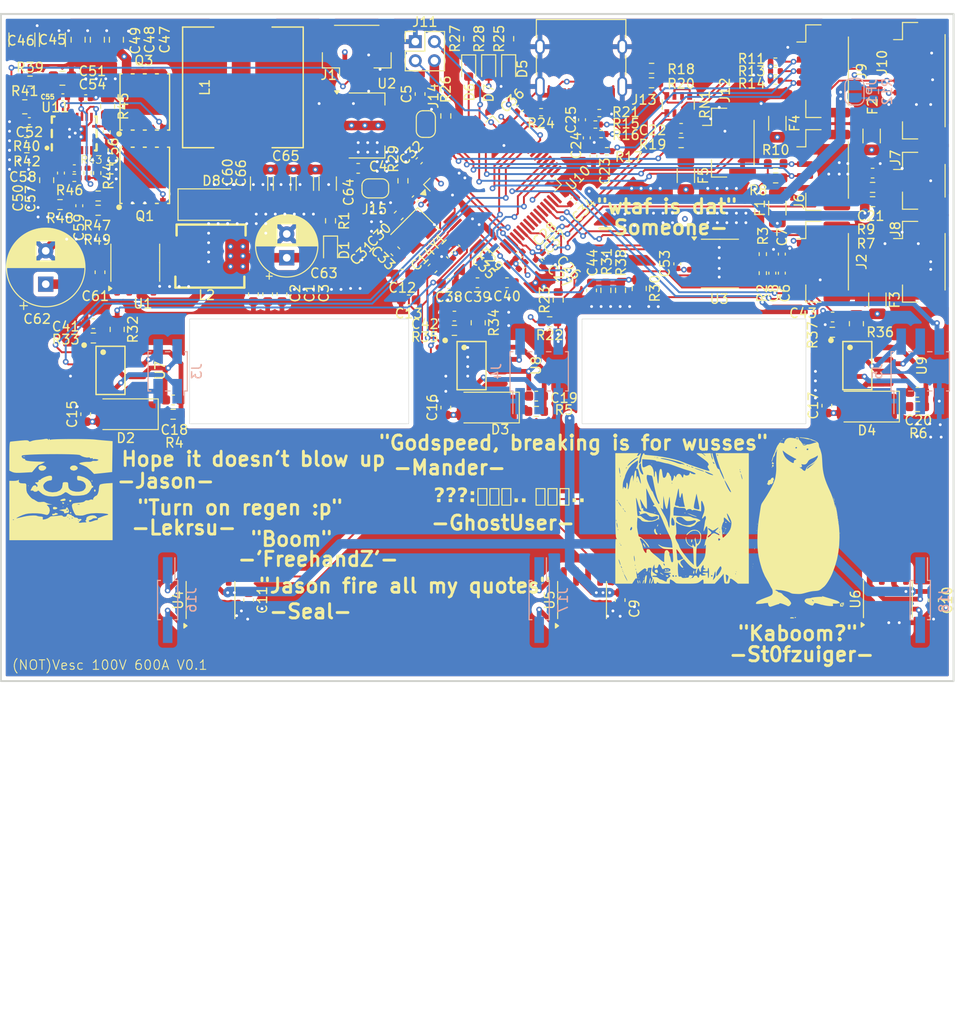
<source format=kicad_pcb>
(kicad_pcb (version 20240108) (generator "pcbnew") (generator_version "8.0")
  (layers (0 "F.Cu" power) (1 "In1.Cu" signal) (2 "In2.Cu" signal) (31 "B.Cu" signal) (34 "B.Paste" user) (35 "F.Paste" user) (36 "B.SilkS" user "B.Silkscreen") (37 "F.SilkS" user "F.Silkscreen") (38 "B.Mask" user) (39 "F.Mask" user) (44 "Edge.Cuts" user))
  (net 0 "")
  (net 1 "GND")
  (net 2 "+5V")
  (net 3 "+3V3")
  (net 4 "Net-(J2-Pin_3)")
  (net 5 "Net-(J2-Pin_2)")
  (net 6 "Net-(C8-Pad1)")
  (net 7 "CURRENT_A")
  (net 8 "CURRENT_B")
  (net 9 "CURRENT_C")
  (net 10 "+12V")
  (net 11 "Net-(U7-BOOT)")
  (net 12 "Phase_A")
  (net 13 "Net-(U8-BOOT)")
  (net 14 "Phase_B")
  (net 15 "Net-(U9-BOOT)")
  (net 16 "Phase_C")
  (net 17 "M_TMP, MOSI")
  (net 18 "PPM")
  (net 19 "HALL_A")
  (net 20 "HALL_B")
  (net 21 "HALL_C")
  (net 22 "ADC2, MISO")
  (net 23 "ADC1, CS")
  (net 24 "Net-(U10-PH0)")
  (net 25 "Net-(U10-PH1)")
  (net 26 "Net-(U10-VCAP_1)")
  (net 27 "Net-(U10-VCAP_2)")
  (net 28 "V_A")
  (net 29 "V_B")
  (net 30 "V_C")
  (net 31 "Net-(D1-K)")
  (net 32 "Net-(D2-K)")
  (net 33 "Net-(D3-K)")
  (net 34 "Net-(D4-K)")
  (net 35 "Net-(D5-K)")
  (net 36 "LED_R")
  (net 37 "Net-(D6-K)")
  (net 38 "LED_G")
  (net 39 "Net-(D7-K)")
  (net 40 "Net-(J6-Pin_4)")
  (net 41 "Net-(J10-Pin_7)")
  (net 42 "Net-(J8-Pin_4)")
  (net 43 "Net-(J9-Pin_5)")
  (net 44 "Net-(J12-Pin_3)")
  (net 45 "Net-(J1-Pin_2)")
  (net 46 "/Gate Drivers/AL")
  (net 47 "/Gate Drivers/AH")
  (net 48 "F_TEMP_")
  (net 49 "+BATT")
  (net 50 "Net-(J5-Pin_4)")
  (net 51 "BMI160_SCL")
  (net 52 "BMI160_SDA")
  (net 53 "Net-(J7-Pin_2)")
  (net 54 "USART_TX, SCL")
  (net 55 "USART_RX, SDA")
  (net 56 "Net-(J9-Pin_2)")
  (net 57 "Net-(J9-Pin_3)")
  (net 58 "Net-(J9-Pin_4)")
  (net 59 "Net-(J10-Pin_2)")
  (net 60 "UART_RX")
  (net 61 "UART_TX")
  (net 62 "Net-(J10-Pin_1)")
  (net 63 "SWDIO")
  (net 64 "SWCLK")
  (net 65 "Net-(J12-Pin_2)")
  (net 67 "USB_D-")
  (net 68 "USB_D+")
  (net 70 "Net-(J13-CC2)")
  (net 71 "Net-(J13-CC1)")
  (net 72 "Net-(J14-Pin_2)")
  (net 73 "Net-(J15-Pin_2)")
  (net 74 "Net-(JP1-A)")
  (net 75 "Net-(RN1-R1.1)")
  (net 76 "Net-(RN1-R2.1)")
  (net 77 "F_Temp")
  (net 78 "CAN_RXD")
  (net 80 "CAN_TXD")
  (net 81 "SHA_-")
  (net 82 "SHA_+")
  (net 83 "SHB_+")
  (net 84 "SHB_-")
  (net 85 "SHC_-")
  (net 86 "SHC_+")
  (net 87 "/Gate Drivers/BH")
  (net 88 "/Gate Drivers/BL")
  (net 89 "/Gate Drivers/CH")
  (net 90 "/Gate Drivers/CL")
  (net 91 "Net-(U11-SS{slash}TRK)")
  (net 92 "Net-(U11-VIN)")
  (net 95 "VSENSE")
  (net 96 "Net-(U11-EN{slash}UVLO)")
  (net 99 "Net-(U11-VCC)")
  (net 100 "SCK")
  (net 105 "Net-(U11-BST)")
  (net 108 "/Logic/BRK")
  (net 110 "Net-(U11-ILIM)")
  (net 111 "Net-(C57-Pad2)")
  (net 113 "Net-(U11-COMP)")
  (net 114 "Net-(U11-FB)")
  (net 115 "Net-(C59-Pad1)")
  (net 116 "Net-(Q1-G)")
  (net 117 "Net-(U11-SW)")
  (net 118 "Net-(U11-RT)")
  (net 119 "Net-(U11-SYNCIN)")
  (net 120 "Net-(U11-PGOOD)")
  (net 121 "Net-(Q3-G)")
  (net 123 "Net-(D8-K)")
  (net 124 "Net-(J3-Pin_1)")
  (net 125 "Net-(J4-Pin_2)")
  (net 126 "Net-(J4-Pin_3)")
  (net 127 "Net-(J5-Pin_3)")
  (net 128 "Net-(J3-Pin_4)")
  (footprint "lcsc:SOIC-8_L4.9-W3.9-P1.27-LS6.0-BL" (layer "F.Cu") (at 111.5 122.4 -90)
    (property "Reference" "U7")
    (property "Value" "L6498DTR")
  )
  (footprint "Capacitor_SMD:C_1206_3216Metric" (layer "F.Cu") (at 131.9 102.8 -90)
    (property "Reference" "C65")
    (property "Value" "47uF")
  )
  (footprint "Connector_JST:JST_GH_BM07B-GHS-TBT_1x07-1MP_P1.25mm_Vertical" (layer "F.Cu") (at 196.5 92 -90)
    (property "Reference" "J10")
    (property "Value" "DASH/BLE")
  )
  (footprint "Resistor_SMD:R_0603_1608Metric" (layer "F.Cu") (at 149.1 87.59375 90)
    (property "Reference" "R27")
    (property "Value" "20k")
  )
  (footprint "Resistor_SMD:R_0402_1005Metric" (layer "F.Cu") (at 163.6 99.4)
    (property "Reference" "R17")
    (property "Value" "10k")
  )
  (footprint "Resistor_SMD:R_0402_1005Metric" (layer "F.Cu") (at 179.975 112.195 -90)
    (property "Reference" "R2")
    (property "Value" "100Ω")
  )
  (footprint "Capacitor_SMD:C_0603_1608Metric" (layer "F.Cu") (at 153.125 113.2 180)
    (property "Reference" "C40")
    (property "Value" "100nF")
  )
  (footprint "Capacitor_SMD:C_0603_1608Metric" (layer "F.Cu") (at 147.6 116.7 180)
    (property "Reference" "C42")
    (property "Value" "47pF")
  )
  (footprint "Resistor_SMD:R_1206_3216Metric" (layer "F.Cu") (at 192 115 -90)
    (property "Reference" "F3")
    (property "Value" "1a")
  )
  (footprint "Capacitor_SMD:C_0402_1005Metric" (layer "F.Cu") (at 181.975 110.195 90)
    (property "Reference" "C7")
    (property "Value" "100p")
  )
  (footprint "Package_SO:SOIC-8_3.9x4.9mm_P1.27mm" (layer "F.Cu") (at 122 146.5 90)
    (property "Reference" "U4")
    (property "Value" "INA240A1D")
  )
  (footprint "Resistor_SMD:R_0402_1005Metric" (layer "F.Cu") (at 162.4 96.6)
    (property "Reference" "R15")
    (property "Value" "10k")
  )
  (footprint "LED_SMD:LED_0603_1608Metric" (layer "F.Cu") (at 153.3 90.76875 -90)
    (property "Reference" "D5")
    (property "Value" "R")
  )
  (footprint "Resistor_SMD:R_0603_1608Metric" (layer "F.Cu") (at 181.325 102.2)
    (property "Reference" "R8")
    (property "Value" "10k")
  )
  (footprint "Diode_SMD:D_MELF" (layer "F.Cu") (at 113.1 127 180)
    (property "Reference" "D2")
    (property "Value" "SM4007")
  )
  (footprint "Resistor_SMD:R_0603_1608Metric" (layer "F.Cu") (at 102.7 97.44 180)
    (property "Reference" "R40")
    (property "Value" "10k")
  )
  (footprint "Resistor_SMD:R_1206_3216Metric" (layer "F.Cu") (at 181.5 105.3625 90)
    (property "Reference" "F1")
    (property "Value" "1a")
  )
  (footprint "Resistor_SMD:R_0603_1608Metric" (layer "F.Cu") (at 134.6 106.7 -90)
    (property "Reference" "R1")
    (property "Value" "30k")
  )
  (footprint "Resistor_SMD:R_0603_1608Metric" (layer "F.Cu") (at 109.7 119)
    (property "Reference" "R33")
    (property "Value" "3.3k")
  )
  (footprint "LOGO" (layer "F.Cu") (at 106.3 134.8)
    (property "Reference" "Hope it doesn't blow up")
    (property "Value" "LOGO" (hide yes))
  )
  (footprint "Jumper:SolderJumper-2_P1.3mm_Open_RoundedPad1.0x1.5mm" (layer "F.Cu") (at 139.3 103.3)
    (property "Reference" "J15")
    (property "Value" "NRST")
  )
  (footprint "Diode_SMD:D_MELF" (layer "F.Cu") (at 151 126.3 180)
    (property "Reference" "D3")
    (property "Value" "SM4007")
  )
  (footprint "Capacitor_SMD:C_0402_1005Metric" (layer "F.Cu") (at 147.860589 109.560589 135)
    (property "Reference" "C29")
    (property "Value" "100nF")
  )
  (footprint "Resistor_SMD:R_0603_1608Metric" (layer "F.Cu") (at 146.7 95.7 -90)
    (property "Reference" "R26")
    (property "Value" "10k")
  )
  (footprint "Resistor_SMD:R_0402_1005Metric" (layer "F.Cu") (at 107.7 102.19 180)
    (property "Reference" "R46")
    (property "Value" "5.23k")
  )
  (footprint "LOGO" (layer "F.Cu") (at 183.450981 138.4)
    (property "Reference" "G***")
    (property "Value" "LOGO" (hide yes))
  )
  (footprint "Capacitor_SMD:C_0603_1608Metric" (layer "F.Cu") (at 141.4 109.9 135)
    (property "Reference" "C33")
    (property "Value" "12pf")
  )
  (footprint "LED_SMD:LED_0603_1608Metric" (layer "F.Cu") (at 134.6 109.7875 -90)
    (property "Reference" "D1")
    (property "Value" "LED")
  )
  (footprint "Package_SO:SOIC-8_3.9x4.9mm_P1.27mm" (layer "F.Cu") (at 175.475 111.195)
    (property "Reference" "U3")
    (property "Value" "SN65HVD230DR")
  )
  (footprint "Capacitor_SMD:C_0402_1005Metric" (layer "F.Cu") (at 181.975 112.195 -90)
    (property "Reference" "C6")
    (property "Value" "100p")
  )
  (footprint "Capacitor_SMD:C_0603_1608Metric" (layer "F.Cu") (at 126.5 114.4 -90)
    (property "Reference" "C2")
    (property "Value" "10uF")
  )
  (footprint "Capacitor_SMD:C_1210_3225Metric" (layer "F.Cu") (at 105.4 87.7 90)
    (property "Reference" "C45")
    (property "Value" "470nF")
  )
  (footprint "Resistor_SMD:R_0603_1608Metric" (layer "F.Cu") (at 103.05 92.04)
    (property "Reference" "R39")
    (property "Value" "2.1R")
  )
  (footprint "Capacitor_SMD:C_0603_1608Metric" (layer "F.Cu") (at 196.2 124.7 180)
    (property "Reference" "C20")
    (property "Value" "10uF")
  )
  (footprint "Capacitor_SMD:C_0402_1005Metric" (layer "F.Cu") (at 108.225 105.12 90)
    (property "Reference" "C59")
    (property "Value" "390pF")
  )
  (footprint "Capacitor_SMD:C_0603_1608Metric" (layer "F.Cu") (at 187.3 116.8 180)
    (property "Reference" "C43")
    (property "Value" "47pF")
  )
  (footprint "Capacitor_SMD:C_0603_1608Metric" (layer "F.Cu") (at 129.5 114.4 -90)
    (property "Reference" "C3")
    (property "Value" "10uF")
  )
  (footprint "Resistor_SMD:R_0603_1608Metric" (layer "F.Cu") (at 147.6 118.2)
    (property "Reference" "R35")
    (property "Value" "3.3k")
  )
  (footprint "Capacitor_SMD:C_0402_1005Metric" (layer "F.Cu") (at 107.7 101.19)
    (property "Reference" "C58")
    (property "Value" "68pF")
  )
  (footprint "LOGO" (layer "F.Cu") (at 171.5 137.9)
    (property "Reference" "G***" (hide yes))
    (property "Value" "LOGO" (hide yes))
  )
  (footprint "LED_SMD:LED_0603_1608Metric" (layer "F.Cu") (at 151.2 90.76875 -90)
    (property "Reference" "D7")
    (property "Value" "B")
  )
  (footprint "Resistor_SMD:R_0603_1608Metric" (layer "F.Cu") (at 158.5 115 90)
    (property "Reference" "R23")
    (property "Value" "10k")
  )
  (footprint "lcsc:IND-SMD_L7.1-W6.6-1" (layer "F.Cu") (at 122 110.4)
    (property "Reference" "L2")
    (property "Value" "68uH")
  )
  (footprint "Capacitor_SMD:C_0402_1005Metric" (layer "F.Cu") (at 180.975 112.195 -90)
    (property "Reference" "C8")
    (property "Value" "4.7n")
  )
  (footprint "Capacitor_SMD:C_0603_1608Metric" (layer "F.Cu") (at 145.3 111.7 45)
    (property "Reference" "C14")
    (property "Value" "1nF")
  )
  (footprint "Capacitor_SMD:C_0603_1608Metric" (layer "F.Cu") (at 142.8 115 180)
    (property "Reference" "C13")
    (property "Value" "1nF")
  )
  (footprint "Capacitor_SMD:C_0603_1608Metric" (layer "F.Cu") (at 171.4 97)
    (property "Reference" "C22")
    (property "Value" "100nF")
  )
  (footprint "Capacitor_SMD:C_0402_1005Metric" (layer "F.Cu") (at 111.1 97.36 -90)
    (property "Reference" "C56")
    (property "Value" "220pF")
  )
  (footprint "Capacitor_SMD:C_0805_2012Metric" (layer "F.Cu") (at 108.1 87.7 90)
    (property "Reference" "C49")
    (property "Value" "1uF")
  )
  (footprint "Capacitor_SMD:C_0603_1608Metric" (layer "F.Cu") (at 156.2 125.1 180)
    (property "Reference" "C19")
    (property "Value" "10uF")
  )
  (footprint "Resistor_SMD:R_0805_2012Metric" (layer "F.Cu") (at 112.2 118.1 -90)
    (property "Reference" "R32")
    (property "Value" "150k")
  )
  (footprint "Resistor_SMD:R_0603_1608Metric" (layer "F.Cu") (at 118.075 127)
    (property "Reference" "R4")
    (property "Value" "2R2")
  )
  (footprint "Capacitor_SMD:C_0402_1005Metric" (layer "F.Cu") (at 160.1 104.6 45)
    (property "Reference" "C34")
    (property "Value" "2.2uF")
  )
  (footprint "lcsc:SOIC-8_L4.9-W3.9-P1.27-LS6.0-BL" (layer "F.Cu") (at 189.9 121.9 -90)
    (property "Reference" "U9")
    (property "Value" "L6498DTR")
  )
  (footprint "Capacitor_SMD:C_0402_1005Metric" (layer "F.Cu") (at 143.5 104.4 -135)
    (property "Reference" "C30")
    (property "Value" "100nF")
  )
  (footprint "Resistor_SMD:R_0603_1608Metric" (layer "F.Cu") (at 156.2 126.7)
    (property "Reference" "R5")
    (property "Value" "2R2")
  )
  (footprint "Capacitor_SMD:C_1206_3216Metric" (layer "F.Cu") (at 134.3 102.8 -90)
    (property "Reference" "C64")
    (property "Value" "47uF")
  )
  (footprint "Resistor_SMD:R_0603_1608Metric" (layer "F.Cu") (at 168.29 92.22)
    (property "Reference" "R20")
    (property "Value" "1.8K")
  )
  (footprint "lcsc:VQFN-20_L4.5-W3.5-P0.50-BL-EP" (layer "F.Cu") (at 107.75 97.54)
    (property "Reference" "U11")
    (property "Value" "LM5146RGYR")
  )
  (footprint "Resistor_SMD:R_1206_3216Metric" (layer "F.Cu") (at 191.4 97.8 90)
    (property "Reference" "F2")
    (property "Value" "1a")
  )
  (footprint "Capacitor_SMD:C_0603_1608Metric" (layer "F.Cu") (at 126 146.5 -90)
    (property "Reference" "C11")
    (property "Value" "2.2uF")
  )
  (footprint "Connector_JST:JST_GH_BM03B-GHS-TBT_1x03-1MP_P1.25mm_Vertical" (layer "F.Cu") (at 137.35 88.8)
    (property "Reference" "J1")
    (property "Value" "POWER")
  )
  (footprint "Resistor_SMD:R_0603_1608Metric" (layer "F.Cu") (at 171.4 98.5)
    (property "Reference" "R19")
    (property "Value" "100R")
  )
  (footprint "Resistor_SMD:R_0402_1005Metric" (layer "F.Cu") (at 181.3 90)
    (property "Reference" "R11")
    (property "Value" "10k")
  )
  (footprint "Capacitor_SMD:C_0402_1005Metric" (layer "F.Cu") (at 162.2 99.9 -90)
    (property "Reference" "C23")
    (property "Value" "1nF")
  )
  (footprint "Capacitor_SMD:C_0603_1608Metric" (layer "F.Cu") (at 118.075 125.5 180)
    (property "Reference" "C18")
    (property "Value" "10uF")
  )
  (footprint "Capacitor_SMD:C_0603_1608Metric" (layer "F.Cu") (at 150.025 113.2)
    (property "Reference" "C39")
    (property "Value" "100nF")
  )
  (footprint "Resistor_SMD:R_0603_1608Metric" (layer "F.Cu") (at 106.2 105 180)
    (property "Reference" "R48")
    (property "Value" "1.27K")
  )
  (footprint "Package_TO_SOT_SMD:SOT-223-3_TabPin2" (layer "F.Cu") (at 138.4 96.7)
    (property "Reference" "U2")
    (property "Value" "LM1117DT-3.3")
  )
  (footprint "Capacitor_SMD:C_0603_1608Metric" (layer "F.Cu") (at 186.7 126.1 90)
    (property "Reference" "C17")
    (property "Value" "100n")
  )
  (footprint "Resistor_SMD:R_0603_1608Metric" (layer "F.Cu") (at 196.2 126.2)
    (property "Reference" "R6")
    (property "Value" "2R2")
  )
  (footprint "Resistor_SMD:R_0402_1005Metric" (layer "F.Cu") (at 110.1 101.69 90)
    (property "Reference" "R44")
    (property "Value" "20k")
  )
  (footprint "Connector_JST:JST_GH_BM04B-GHS-TBT_1x04-1MP_P1.25mm_Vertical" (layer "F.Cu") (at 196.5 111 -90)
    (property "Reference" "J8")
    (property "Value" "BMS")
  )
  (footprint "Resistor_SMD:R_0603_1608Metric" (layer "F.Cu") (at 163.5 114 90)
    (property "Reference" "R31")
    (property "Value" "8k2")
  )
  (footprint "Crystal:Crystal_SMD_3225-4Pin_3.2x2.5mm" (layer "F.Cu") (at 143.5 107.9 -135)
    (property "Reference" "Y1")
    (property "Value" "8MHz")
  )
  (footprint "Connector_JST:JST_GH_BM04B-GHS-TBT_1x04-1MP_P1.25mm_Vertical" (layer "F.Cu") (at 186.35 101.375 -90)
    (property "Reference" "J6")
    (property "Value" "BMI160")
  )
  (footprint "lcsc:DFN-8_L5.9-W5.2-P1.27-LS6.2-BL" (layer "F.Cu") (at 115.1 101.9)
    (property "Reference" "Q1")
    (property "Value" "BSC320N20NS3G")
  )
  (footprint "Resistor_SMD:R_0603_1608Metric" (layer "F.Cu") (at 102.725 99.04 180)
    (property "Reference" "R42")
    (property "Value" "10K")
  )
  (footprint "Capacitor_SMD:C_0402_1005Metric" (layer "F.Cu") (at 147.1 110.3 135)
    (property "Reference" "C35")
    (property "Value" "100nF")
  )
  (footprint "Capacitor_SMD:C_0603_1608Metric" (layer "F.Cu") (at 144 93.4 90)
    (property "Reference" "C5")
    (property "Value" "100nf")
  )
  (footprint "Capacitor_SMD:C_0603_1608Metric" (layer "F.Cu") (at 142.125 112.3 180)
    (property "Reference" "C12")
    (property "Value" "1nF")
  )
  (footprint "Capacitor_THT:CP_Radial_D8.0mm_P3.50mm" (layer "F.Cu") (at 104.7 113.352651 90)
    (property "Reference" "C62")
    (property "Value" "470uF")
  )
  (footprint "Capacitor_SMD:C_0603_1608Metric" (layer "F.Cu") (at 197.9 146.525 -90)
    (property "Reference" "C10")
    (property "Value" "2.2uF")
  )
  (footprint "Resistor_SMD:R_1206_3216Metric" (layer "F.Cu") (at 181.5 96.47 -90)
    (property "Reference" "F4")
    (property "Value" "1a")
  )
  (footprint "Capacitor_SMD:C_0603_1608Metric" (layer "F.Cu") (at 147.025 113.3)
    (property "Reference" "C38")
    (property "Value" "100nF")
  )
  (footprint "Resistor_SMD:R_0603_1608Metric" (layer "F.Cu") (at 142.2 102.5 -90)
    (property "Reference" "R29")
    (property "Value" "10k")
  )
  (footprint "Resistor_SMD:R_0603_1608Metric" (layer "F.Cu") (at 157.6 117.3)
    (property "Reference" "R22")
    (property "Value" "10k")
  )
  (footprint "Capacitor_SMD:C_0402_1005Metric" (layer "F.Cu") (at 154.4 110.3 -135)
    (property "Reference" "C28")
    (property "Value" "100nF")
  )
  (footprint "Connector_JST:JST_GH_BM02B-GHS-TBT_1x02-1MP_P1.25mm_Vertical" (layer "F.Cu") (at 196.5 102.5 -90)
    (property "Reference" "J7")
    (property "Value" "TEMP")
  )
  (footprint "Resistor_SMD:R_0805_2012Metric" (layer "F.Cu") (at 150.1 117.4 -90)
    (property "Reference" "R34")
    (property "Value" "150k")
  )
  (footprint "Capacitor_SMD:C_0603_1608Metric" (layer "F.Cu") (at 165 146.5 -90)
    (property "Reference" "C9")
    (property "Value" "2.2uF")
  )
  (footprint "Capacitor_SMD:C_0603_1608Metric" (layer "F.Cu") (at 137.5 101.2)
    (property "Reference" "C4")
    (property "Value" "100nf")
  )
  (footprint "Capacitor_SMD:C_0603_1608Metric" (layer "F.Cu") (at 146.7 126.3 90)
    (property "Reference" "C16")
    (property "Value" "100n")
  )
  (footprint "Resistor_SMD:R_0603_1608Metric" (layer "F.Cu") (at 110.2 105.6 180)
    (property "Reference" "R49")
    (property "Value" "52.3R")
  )
  (footprint "Capacitor_SMD:C_0402_1005Metric" (layer "F.Cu") (at 171 111.22 -90)
    (property "Reference" "C53")
    (property "Value" "100nF")
  )
  (footprint "Capacitor_SMD:C_0805_2012Metric" (layer "F.Cu") (at 112.12 87.7 90)
    (property "Reference" "C47")
    (property "Value" "1uF")
  )
  (footprint "Resistor_SMD:R_0402_1005Metric" (layer "F.Cu") (at 179.975 110.195 -90)
    (property "Reference" "R3")
    (property "Value" "100Ω")
  )
  (footprint "Resistor_SMD:R_0603_1608Metric" (layer "F.Cu") (at 181.325 100.7)
    (property "Reference" "R10")
    (property "Value" "1k")
  )
  (footprint "Capacitor_SMD:C_0603_1608Metric" (layer "F.Cu") (at 128 114.4 -90)
    (property "Reference" "C1")
    (property "Value" "10uF")
  )
  (footprint "Capacitor_SMD:C_0402_1005Metric" (layer "F.Cu") (at 106.5 93.74)
    (property "Reference" "C55")
    (property "Value" "100nF")
  )
  (footprint "Capacitor_SMD:C_0402_1005Metric" (layer "F.Cu") (at 154.7 111.4 -135)
    (property "Reference" "C37")
    (property "Value" "4,7uF")
  )
  (footprint "Resistor_SMD:R_0402_1005Metric" (layer "F.Cu") (at 181.3 92)
    (property "Reference" "R14")
    (property "Value" "10k")
  )
  (footprint "Resistor_SMD:R_0402_1005Metric" (layer "F.Cu") (at 162.81 95.4)
    (property "Reference" "R21")
    (property "Value" "5.1k")
  )
  (footprint "Resistor_SMD:R_0402_1005Metric" (layer "F.Cu") (at 109.1 101.69 90)
    (property "Reference" "R43")
    (property "Value" "20k")
  )
  (footprint "Resistor_SMD:R_0603_1608Metric" (layer "F.Cu") (at 153.3 87.59375 90)
    (property "Reference" "R25")
    (property "Value" "20k")
  )
  (footprint "Capacitor_SMD:C_0603_1608Metric" (layer "F.Cu") (at 109.7 117.5 180)
    (property "Reference" "C41")
    (property "Value" "47pF")
  )
  (footprint "Capacitor_SMD:C_0603_1608Metric" (layer "F.Cu") (at 110.4 112.1 90)
    (property "Reference" "C61")
    (property "Value" "470nF")
  )
  (footprint "lcsc:IND-SMD_L13.5-W12.8" (layer "F.Cu") (at 125.4 92.7 90)
    (property "Reference" "L1")
    (property "Value" "4.7uH")
  )
  (footprint "Capacitor_SMD:C_0603_1608Metric" (layer "F.Cu") (at 162 114 -90)
    (property "Reference" "C44")
    (property "Value" "3.3nF")
  )
  (footprint "Package_SO:SOIC-8_3.9x4.9mm_P1.27mm" (layer "F.Cu") (at 193.1 146.4 90)
    (property "Reference" "U6")
    (property "Value" "INA240A1D")
  )
  (footprint "Resistor_SMD:R_0402_1005Metric" (layer "F.Cu") (at 156.7 95.3 180)
    (property "Reference" "R24")
    (property "Value" "5.1k")
  )
  (footprint "Resistor_SMD:R_0603_1608Metric" (layer "F.Cu") (at 187.275 118.4)
    (property "Reference" "R37")
    (property "Value" "3.3k")
  )
  (footprint "Resistor_SMD:R_0805_2012Metric" (layer "F.Cu") (at 189.8 117.5 -90)
    (property "Reference" "R36")
    (property "Value" "150k")
  )
  (footprint "Capacitor_SMD:C_0402_1005Metric" (layer "F.Cu") (at 154.5 94.9 45)
    (property "Reference" "C36")
    (property "Value" "2.2uF")
  )
  (footprint "Capacitor_SMD:C_1206_3216Metric" (layer "F.Cu") (at 129.5 102.8 -90)
    (property "Reference" "C66")
    (property "Value" "47uF")
  )
  (footprint "Resistor_SMD:R_0603_1608Metric" (layer "F.Cu") (at 191.5 103.2)
    (property "Reference" "R9")
    (property "Value" "10k")
  )
  (footprint "Connector_PinHeader_2.00mm:PinHeader_2x02_P2.00mm_Vertical" (layer "F.Cu") (at 143.5 87.9)
    (property "Reference" "J11")
    (property "Value" "STLINK")
  )
  (footprint "Resistor_SMD:R_0805_2012Metric" (layer "F.Cu") (at 102.5 94.74)
    (property "Reference" "R41")
    (property "Value" "124K")
  )
  (footprint "Capacitor_SMD:C_0402_1005Metric" (layer "F.Cu") (at 143.9 100.4 45)
    (property "Reference" "C32")
    (property "Value" "100nF")
  )
  (footprint "Capacitor_SMD:C_0402_1005Metric" (layer "F.Cu") (at 102.98 96.24 180)
    (property "Reference" "C52")
    (property "Value" "1uF")
  )
  (footprint "Package_SO:SOIC-8_3.9x4.9mm_P1.27mm" (layer "F.Cu") (at 161 146.5 90)
    (property "Reference" "U5")
    (property "Value" "INA240A1D")
  )
  (footprint "Resistor_SMD:R_0805_2012Metric" (layer "F.Cu") (at 111.2 94.69 -90)
    (property "Reference" "R45")
    (property "Value" "59R")
  )
  (footprint "Capacitor_SMD:C_0805_2012Metric" (layer "F.Cu") (at 104.8 102.44 -90)
    (property "Reference" "C50")
    (property "Value" "39nF")
  )
  (footprint "Capacitor_SMD:C_0402_1005Metric" (layer "F.Cu") (at 156.5 111.1 -45)
    (property "Reference" "C27")
    (property "Value" "1uF")
  )
  (footprint "Capacitor_SMD:C_0603_1608Metric" (layer "F.Cu") (at 191.5 101.7)
    (property "Reference" "C21")
    (property "Value" "1nF")
  )
  (footprint "Capacitor_SMD:C_1210_3225Metric" (layer "F.Cu") (at 102.2 87.7 90)
    (property "Reference" "C46")
    (property "Value" "470nF")
  )
  (footprint "Resistor_SMD:R_0603_1608Metric" (layer "F.Cu") (at 110.2 104.1 180)
    (property "Reference" "R47")
    (property "Value" "18k")
  )
  (footprint "Resistor_SMD:R_0603_1608Metric" (layer "F.Cu") (at 191.5 104.7)
    (property "Reference" "R7")
    (property "Value" "10k")
  )
  (footprint "Connector_JST:JST_GH_BM04B-GHS-TBT_1x04-1MP_P1.25mm_Vertical" (layer "F.Cu") (at 186.35 111 -90)
    (property "Reference" "J2")
    (property "Value" "CAN")
  )
  (footprint "Resistor_SMD:R_0603_1608Metric" (layer "F.Cu") (at 168.3 90.7)
    (property "Reference" "R18")
    (property "Value" "1.8K")
  )
  (footprint "LED_SMD:LED_0603_1608Metric" (layer "F.Cu") (at 149.1 90.78125 -90)
    (property "Reference" "D6")
    (property "Value" "G")
  )
  (footprint "Resistor_SMD:R_0402_1005Metric" (layer "F.Cu") (at 181.3 91)
    (property "Reference" "R13")
    (property "Value" "10k")
  )
  (footprint "Package_SO:SOIC-8_3.9x4.9mm_P1.27mm" (layer "F.Cu") (at 114.1 111.1 90)
    (property "Reference" "U1")
    (property "Value" "XL1509-5.0")
  )
  (footprint "Diode_SMD:D_SMA" (layer "F.Cu") (at 122.1 105)
    (property "Reference" "D8")
    (property "Value" "1N5820")
  )
  (footprint "Capacitor_SMD:C_1206_3216Metric" (layer "F.Cu") (at 127.1 102.8 -90)
    (property "Reference" "C60")
    (property "Value" "47uF")
  )
  (footprint "Capacitor_SMD:C_0402_1005Metric" (layer "F.Cu") (at 106.3 101.69 -90)
    (property "Reference" "C57")
    (property "Value" "100nF")
  )
  (footprint "Capacitor_THT:CP_Radial_D6.3mm_P2.50mm" (layer "F.Cu") (at 130 110.58238 90)
    (property "Reference" "C63")
    (property "Value" "180uF")
  )
  (footprint "Capacitor_SMD:C_0805_2012Metric" (layer "F.Cu") (at 106.45 91.74)
    (property "Reference" "C51")
    (property "Value" "100nF")
  )
  (footprint "Resistor_SMD:R_0805_2012Metric" (layer "F.Cu") (at 167 113.8 -90)
    (property "Reference" "R30")
    (property "Value" "360k")
  )
  (footprint "Capacitor_SMD:C_0603_1608Metric" (layer "F.Cu") (at 108.9 127 90)
    (property "Reference" "C15")
    (property "Value" "100n")
  )
  (footprint "Resistor_SMD:R_0603_1608Metric" (layer "F.Cu") (at 165.04 114 90)
    (property "Reference" "R38")
    (property "Value" "220k")
  )
  (footprint "Connector_JST:JST_GH_BM03B-GHS-TBT_1x03-1MP_P1.25mm_Vertical" (layer "F.Cu") (at 176.45 98.5 -90)
    (property "Reference" "J12")
    (property "Value" "PPM")
  )
  (footprint "Resistor_SMD:R_0603_1608Metric" (layer "F.Cu") (at 151.2 87.59375 90)
    (property "Reference" "R28")
    (property "Value" "20k")
  )
  (footprint "lcsc:SOIC-8_L4.9-W3.9-P1.27-LS6.0-BL" (layer "F.Cu") (at 149.4 121.9 -90)
    (property "Reference" "U8")
    (property "Value" "L6498DTR")
  )
  (footprint "Resistor_SMD:R_Array_Convex_4x0603" (layer "F.Cu") (at 171.1 94.5 -90)
    (property "Reference" "RN1")
    (property "Value" "470R")
  )
  (footprint "Capacitor_SMD:C_0402_1005Metric" (layer "F.Cu") (at 161.5 98 -90)
    (property "Reference" "C24")
    (property "Value" "1nF")
  )
  (footprint "Capacitor_SMD:C_0402_1005Metric" (layer "F.Cu") (at 108.9 93.84)
    (property "Reference" "C54")
    (property "Value" "2.2uF")
  )
  (footprint "Jumper:SolderJumper-2_P1.3mm_Open_RoundedPad1.0x1.5mm" (layer "F.Cu") (at 144.6 96.55 -90)
    (property "Reference" "J14")
    (property "Value" "BOOT0")
  )
  (footprint "Connector_JST:JST_GH_BM05B-GHS-TBT_1x05-1MP_P1.25mm_Vertical" (layer "F.Cu") (at 186.35 91 -90)
    (property "Reference" "J9")
    (property "Value" "HALL")
  )
  (footprint "Capacitor_SMD:C_0402_1005Metric" (layer "F.Cu") (at 161 96.1 90)
    (property "Reference" "C25")
    (property "Value" "1nF")
  )
  (footprint "Capacitor_SMD:C_0805_2012Metric" (layer "F.Cu") (at 110.12 87.7 90)
    (property "Reference" "C48")
    (property "Value" "1uF")
  )
  (footprint "Capacitor_SMD:C_0402_1005Metric" (layer "F.Cu") (at 157.2 110.4 -45)
    (property "Reference" "C26")
    (property "Value" "1uF")
  )
  (footprint "Resistor_SMD:R_0402_1005Metric" (layer "F.Cu") (at 163 97.6)
    (property "Reference" "R16")
    (property "Value" "10k")
  )
  (footprint "Capacitor_SMD:C_0603_1608Metric" (layer "F.Cu") (at 141.751992 106.148008 -135)
    (property "Reference" "C31")
    (property "Value" "12pf")
  )
  (footprint "Diode_SMD:D_MELF" (layer "F.Cu") (at 190.9 126.2 180)
    (property "Reference" "D4")
    (property "Value" "SM4007")
  )
  (footprint "lcsc:DFN-8_L5.9-W5.2-P1.27-LS6.2-BL" (layer "F.Cu") (at 115.1 94.2)
    (property "Reference" "Q3")
    (property "Value" "BSC320N20NS3G")
  )
  (footprint "Package_QFP:LQFP-64_10x10mm_P0.5mm" (layer "F.Cu") (at 151.6 102.9 45)
    (property "Reference" "U10")
    (property "Value" "STM32F405RGTx")
  )
  (footprint "Connector_USB:USB_C_Receptacle_HRO_TYPE-C-31-M-12" (layer "F.Cu") (at 160.9 89.48 180)
    (property "Reference" "J13")
    (property "Value" "TYPE-C-31-M-12")
  )
  (footprint "Resistor_SMD:R_1206_3216Metric" (layer "F.Cu") (at 171.9 101.9625 -90)
    (property "Reference" "F5")
    (property "Value" "1a")
  )
  (footprint "Connector_PinSocket_2.00mm:PinSocket_2x01_P2.00mm_Vertical_SMD" (layer "B.Cu") (at 156.5 146.5 90)
    (property "Reference" "J17")
    (property "Value" "SH1")
  )
  (footprint "Connector_PinSocket_2.00mm:PinSocket_2x03_P2.00mm_Vertical_SMD" (layer "B.Cu") (at 156.5 122.5 -90)
    (property "Reference" "J4")
    (property "Value" "gates_B")
  )
  (footprint "Connector_PinSocket_2.00mm:PinSocket_2x01_P2.00mm_Vertical_SMD" (layer "B.Cu") (at 117.5 146.5 90)
    (property "Reference" "J16")
    (property "Value" "SH1")
  )
  (footprint "Jumper:SolderJumper-2_P1.3mm_Open_RoundedPad1.0x1.5mm" (layer "B.Cu") (at 189.6 93.15 90)
    (property "Reference" "JP1")
    (property "Value" "btn_pullup")
  )
  (footprint "Connector_PinSocket_2.00mm:PinSocket_2x01_P2.00mm_Vertical_SMD" (layer "B.Cu") (at 196.5 146.5 90)
    (property "Reference" "J18")
    (property "Value" "SH1")
  )
  (footprint "Connector_PinSocket_2.00mm:PinSocket_2x03_P2.00mm_Vertical_SMD" (layer "B.Cu") (at 196.5 122.5 -90)
    (property "Reference" "J5")
    (property "Value" "gates_C")
  )
  (footprint "Connector_PinHeader_2.00mm:PinHeader_2x02_P2.00mm_Vertical_SMD" (layer "B.Cu") (at 117.5 122.5 90)
    (property "Reference" "J3")
    (property "Value" "gates_A")
  )
  (footprint "Resistor_SMD:R_0603_1608Metric" (layer "B.Cu") (at 191.6 93.125 90)
    (property "Reference" "R12")
    (property "Value" "1k")
  )
  (gr_rect (start 161 117) (end 184.5 128) (stroke (width 0.05)) (fill none) (layer "Edge.Cuts"))
  (gr_rect (start 100 85) (end 200 155) (stroke (width 0.2)) (fill none) (layer "Edge.Cuts"))
  (gr_rect (start 119.8 117) (end 142.8 128) (stroke (width 0.05)) (fill none) (layer "Edge.Cuts"))
  (gr_text "-St0fzuiger-" (at 184.050981 152.2 0) (layer "F.SilkS") (effects (font (size 1.5 1.5) (thickness 0.3))))
  (gr_text "{dblquote}Godspeed, breaking is for wusses{dblquote}" (at 160.1 130 0) (layer "F.SilkS") (effects (font (size 1.5 1.5) (thickness 0.3))))
  (gr_text "{dblquote}Kaboom?{dblquote}\n" (at 183.650981 150 0) (layer "F.SilkS") (effects (font (size 1.5 1.5) (thickness 0.3))))
  (gr_text "{dblquote}Jason fire all my quotes{dblquote}" (at 142.4 145 0) (layer "F.SilkS") (effects (font (size 1.5 1.5) (thickness 0.3))))
  (gr_text "{dblquote}Turn on regen :p{dblquote}" (at 125.1 136.8 0) (layer "F.SilkS") (effects (font (size 1.5 1.5) (thickness 0.3))))
  (gr_text "-'FreehandZ'-" (at 133.3 142.2 0) (layer "F.SilkS") (effects (font (size 1.5 1.5) (thickness 0.3))))
  (gr_text "-Someone-" (at 169.4 107.4 0) (layer "F.SilkS") (effects (font (size 1.5 1.5) (thickness 0.3))))
  (gr_text "-Lekrsu-" (at 119.2 138.9 0) (layer "F.SilkS") (effects (font (size 1.5 1.5) (thickness 0.3))))
  (gr_text "{dblquote}Boom{dblquote}" (at 130.5 140.1 0) (layer "F.SilkS") (effects (font (size 1.5 1.5) (thickness 0.3))))
  (gr_text "{dblquote}wtaf is dat{dblquote}\n" (at 169.9 105.2 0) (layer "F.SilkS") (effects (font (size 1.5 1.5) (thickness 0.3))))
  (gr_text "-Mander-" (at 147.1 132.6 0) (layer "F.SilkS") (effects (font (size 1.5 1.5) (thickness 0.3))))
  (gr_text "-Seal-" (at 132.5 147.7 0) (layer "F.SilkS") (effects (font (size 1.5 1.5) (thickness 0.3))))
  (gr_text "(NOT)Vesc 100V 600A V0.1" (at 101.1 153.9 0) (layer "F.SilkS") (effects (font (size 1 1) (thickness 0.1)) (justify left bottom)))
  (gr_text "-GhostUser-" (at 152.7 138.4 0) (layer "F.SilkS") (effects (font (size 1.5 1.5) (thickness 0.3))))
  (gr_text "???:헤으응.. 콤피터.." (at 153.4 135.6 0) (layer "F.SilkS") (effects (font (size 1.5 1.5) (thickness 0.3) (bold yes))))
  (gr_text "-Jason-" (at 117.3 134 0) (layer "F.SilkS") (effects (font (size 1.5 1.5) (thickness 0.3))))
  (segment (start 107.9 108.625) (end 106.9 108.625) (width 1) (layer "F.Cu") (net 1))
  (segment (start 155.450589 94.560589) (end 156.19 95.3) (width 0.2) (layer "F.Cu") (net 1))
  (segment (start 125.24 147.64) (end 124.74 148.14) (width 0.5) (layer "F.Cu") (net 1))
  (segment (start 109.38 93.84) (end 109.88908 93.84) (width 0.5) (layer "F.Cu") (net 1))
  (segment (start 194.3 148.875) (end 193.2 148.875) (width 0.5) (layer "F.Cu") (net 1))
  (segment (start 134.3 104.275) (end 124.825 104.275) (width 1) (layer "F.Cu") (net 1))
  (segment (start 134.6 104.575) (end 134.3 104.275) (width 0.5) (layer "F.Cu") (net 1))
  (segment (start 154.060589 110.639411) (end 154.060589 111.2) (width 0.2) (layer "F.Cu") (net 1))
  (segment (start 160.48 95.62) (end 160.2 95.9) (width 0.2) (layer "F.Cu") (net 1))
  (segment (start 141.179792 104.520208) (end 140.9 104.8) (width 0.2) (layer "F.Cu") (net 1))
  (segment (start 172.175 97) (end 174.25 97) (width 0.2) (layer "F.Cu") (net 1))
  (segment (start 153.314734 109.210928) (end 154.060589 109.956783) (width 0.2) (layer "F.Cu") (net 1))
  (segment (start 104.8 104.425) (end 105.375 105) (width 0.6) (layer "F.Cu") (net 1))
  (segment (start 105.4 86.225) (end 103.8 86.225) (width 1) (layer "F.Cu") (net 1))
  (segment (start 108 99.29) (end 108 97.79) (width 0.2) (layer "F.Cu") (net 1))
  (segment (start 107.46 91.8) (end 107.4 91.74) (width 1) (layer "F.Cu") (net 1))
  (segment (start 156.58 94.91) (end 156.19 95.3) (width 0.2) (layer "F.Cu") (net 1))
  (segment (start 101.8 99.14) (end 101.9 99.04) (width 0.6) (layer "F.Cu") (net 1))
  (segment (start 102.46 96.2) (end 102.5 96.24) (width 0.6) (layer "F.Cu") (net 1))
  (segment (start 140.851992 109.351992) (end 140.851992 109.345927) (width 0.2) (layer "F.Cu") (net 1))
  (segment (start 146.775 116.75) (end 146.825 116.7) (width 0.2) (layer "F.Cu") (net 1))
  (segment (start 184.2 112.675) (end 184.4 112.875) (width 0.2) (layer "F.Cu") (net 1))
  (segment (start 154.060589 109.956783) (end 154.060589 110.639411) (width 0.2) (layer "F.Cu") (net 1))
  (segment (start 186.525 117.6) (end 186.525 118.325) (width 0.2) (layer "F.Cu") (net 1))
  (segment (start 143.160589 104.739411) (end 142.941386 104.520208) (width 0.2) (layer "F.Cu") (net 1))
  (segment (start 106.9 108.625) (end 105.927651 108.625) (width 1) (layer "F.Cu") (net 1))
  (segment (start 121.365 148.975) (end 122.635 148.975) (width 0.5) (layer "F.Cu") (net 1))
  (segment (start 108 95.79) (end 108 97.29) (width 0.2) (layer "F.Cu") (net 1))
  (segment (start 146.775 118.2) (end 146.775 116.75) (width 0.2) (layer "F.Cu") (net 1))
  (segment (start 113.8 104.82) (end 115.1 104.82) (width 1) (layer "F.Cu") (net 1))
  (segment (start 101.9 99.04) (end 101.9 96.84) (width 0.6) (layer "F.Cu") (net 1))
  (segment (start 146.260589 110.460589) (end 146.760589 109.960589) (width 0.2) (layer "F.Cu") (net 1))
  (segment (start 108.26 97.54) (end 109.5 96.3) (width 0.2) (layer "F.Cu") (net 1))
  (segment (start 109.6 100.3) (end 109.5 100.2) (width 0.2) (layer "F.Cu") (net 1))
  (segment (start 109.9 108.625) (end 108.9 108.625) (width 1) (layer "F.Cu") (net 1))
  (segment (start 146.7 123.005) (end 146.7 122.6) (width 0.2) (layer "F.Cu") (net 1))
  (segment (start 174.25 97) (end 174.5 97.25) (width 0.2) (layer "F.Cu") (net 1))
  (segment (start 161.5 98.48) (end 162.28 98.48) (width 0.2) (layer "F.Cu") (net 1))
  (segment (start 147.014285 109.960589) (end 146.760589 109.960589) (width 0.2) (layer "F.Cu") (net 1))
  (segment (start 115.1 104.82) (end 115.73 104.82) (width 1) (layer "F.Cu") (net 1))
  (segment (start 164.24 147.64) (end 163.69 148.19) (width 0.5) (layer "F.Cu") (net 1))
  (segment (start 124.74 148.14) (end 123.905 148.975) (width 0.5) (layer "F.Cu") (net 1))
  (segment (start 109.88908 93.84) (end 109.975 93.75408) (width 0.5) (layer "F.Cu") (net 1))
  (segment (start 109.1 86.75) (end 107.1 86.75) (width 1) (layer "F.Cu") (net 1))
  (segment (start 126.5 115.175) (end 129.5 115.175) (width 0.5) (layer "F.Cu") (net 1))
  (segment (start 194.375 101.7) (end 194.55 101.875) (width 0.2) (layer "F.Cu") (net 1))
  (segment (start 157.539411 110.739411) (end 156.839411 111.439411) (width 0.2) (layer "F.Cu") (net 1))
  (segment (start 160.365 148.975) (end 162.905 148.975) (width 0.5) (layer "F.Cu") (net 1))
  (segment (start 142.1383 108.059619) (end 144.542462 108.059619) (width 0.2) (layer "F.Cu") (net 1))
  (segment (start 156.58 92.61) (end 156.58 92.82) (width 0.2) (layer "F.Cu") (net 1))
  (segment (start 197.9 147.3) (end 196.325 148.875) (width 0.5) (layer "F.Cu") (net 1))
  (segment (start 192.275 101.7) (end 194.375 101.7) (width 0.2) (layer "F.Cu") (net 1))
  (segment (start 157.639411 110.739411) (end 158.2 111.3) (width 0.2) (layer "F.Cu") (net 1))
  (segment (start 125.605 147.275) (end 125.24 147.64) (width 0.5) (layer "F.Cu") (net 1))
  (segment (start 140.851992 109.345927) (end 142.121142 108.076777) (width 0.2) (layer "F.Cu") (net 1))
  (segment (start 172.82 110.74) (end 173 110.56) (width 0.2) (layer "F.Cu") (net 1))
  (segment (start 122.635 148.975) (end 123.905 148.975) (width 0.5) (layer "F.Cu") (net 1))
  (segment (start 142.121142 108.076777) (end 142.121142 107.613174) (width 0.2) (layer "F.Cu") (net 1))
  (segment (start 109.5 100.2) (end 109.5 99.29) (width 0.2) (layer "F.Cu") (net 1))
  (segment (start 163.69 148.19) (end 162.905 148.975) (width 0.5) (layer "F.Cu") (net 1))
  (segment (start 196.325 148.875) (end 194.3 148.875) (width 0.5) (layer "F.Cu") (net 1))
  (segment (start 101.9 96.84) (end 102.5 96.24) (width 0.6) (layer "F.Cu") (net 1))
  (segment (start 154.839411 94.560589) (end 155.450589 94.560589) (width 0.2) (layer "F.Cu") (net 1))
  (segment (start 110.9 108.625) (end 109.9 108.625) (width 1) (layer "F.Cu") (net 1))
  (segment (start 144.542462 108.059619) (end 144.878858 107.723223) (width 0.2) (layer "F.Cu") (net 1))
  (segment (start 142.941386 104.520208) (end 141.179792 104.520208) (width 0.2) (layer "F.Cu") (net 1))
  (segment (start 154.060589 111.439411) (end 154.360589 111.739411) (width 0.2) (layer "F.Cu") (net 1))
  (segment (start 148.824606 108.150268) (end 147.014285 109.960589) (width 0.2) (layer "F.Cu") (net 1))
  (segment (start 116.005 108.625) (end 110.9 108.625) (width 1) (layer "F.Cu") (net 1))
  (segment (start 193.2 148.875) (end 192.465 148.875) (width 0.5) (layer "F.Cu") (net 1))
  (segment (start 145.848008 111.151992) (end 145.848008 110.87317) (width 0.2) (layer "F.Cu") (net 1))
  (segment (start 108.9 108.625) (end 107.9 108.625) (width 1) (layer "F.Cu") (net 1))
  (segment (start 156.58 92.61) (end 156.58 94.91) (width 0.2) (layer "F.Cu") (net 1))
  (segment (start 165 147.275) (end 164.605 147.275) (width 0.5) (layer "F.Cu") (net 1))
  (segment (start 146.7 122.6) (end 146.63 122.53) (width 0.2) (layer "F.Cu") (net 1))
  (segment (start 164.605 147.275) (end 164.24 147.64) (width 0.5) (layer "F.Cu") (net 1))
  (segment (start 144.239411 100.135605) (end 145.289072 101.185266) (width 0.2) (layer "F.Cu") (net 1))
  (segment (start 186.525 116.373528) (end 186.3 116.148528) (width 0.2) (layer "F.Cu") (net 1))
  (segment (start 161.2 95.82) (end 161 95.62) (width 0.2) (layer "F.Cu") (net 1))
  (segment (start 104.8 103.39) (end 104.8 104.425) (width 0.6) (layer "F.Cu") (net 1))
  (segment (start 186.525 116.8) (end 186.525 117.6) (width 0.2) (layer "F.Cu") (net 1))
  (segment (start 134.6 105.875) (end 134.6 104.575) (width 0.5) (layer "F.Cu") (net 1))
  (segment (start 103.8 86.225) (end 102.2 86.225) (width 1) (layer "F.Cu") (net 1))
  (segment (start 108.9 91.8) (end 107.46 91.8) (width 1) (layer "F.Cu") (net 1))
  (segment (start 146.7 124.595) (end 146.7 125.525) (width 0.2) (layer "F.Cu") (net 1))
  (segment (start 154.060589 111.2) (end 154.060589 111.439411) (width 0.2) (layer "F.Cu") (net 1))
  (segment (start 107.5 95.79) (end 107.5 97.29) (width 0.2) (layer "F.Cu") (net 1))
  (segment (start 186.525 116.8) (end 186.525 116.373528) (width 0.2) (layer "F.Cu") (net 1))
  (segment (start 161.81 115.075) (end 161.76 115.125) (width 0.4) (layer "F.Cu") (net 1))
  (segment (start 106.1 86.75) (end 105.925 86.75) (width 1) (layer "F.Cu") (net 1))
  (segment (start 109.5 96.3) (end 109.5 95.79) (width 0.2) (layer "F.Cu") (net 1))
  (segment (start 145.498097 107.103984) (end 144.878858 107.723223) (width 0.2) (layer "F.Cu") (net 1))
  (segment (start 124.825 104.275) (end 124.1 105) (width 1) (layer "F.Cu") (net 1))
  (segment (start 113.19 104.82) (end 113.8 104.82) (width 1) (layer "F.Cu") (net 1))
  (segment (start 186.525 118.325) (end 186.45 118.4) (width 0.2) (layer "F.Cu") (net 1))
  (segment (start 180.975 112.675) (end 184.2 112.675) (width 0.2) (layer "F.Cu") (net 1))
  (segment (start 161 95.62) (end 160.48 95.62) (width 0.2) (layer "F.Cu") (net 1))
  (segment (start 107.1 86.75) (end 106.1 86.75) (width 1) (layer "F.Cu") (net 1))
  (segment (start 105.925 86.75) (end 105.4 86.225) (width 1) (layer "F.Cu") (net 1))
  (segment (start 156.58 92.82) (end 154.839411 94.560589) (width 0.2) (layer "F.Cu") (net 1))
  (segment (start 107.75 97.54) (end 108.26 97.54) (width 0.2) (layer "F.Cu") (net 1))
  (segment (start 111.1 86.75) (end 109.1 86.75) (width 1) (layer "F.Cu") (net 1))
  (segment (start 157.539411 110.739411) (end 157.639411 110.739411) (width 0.2) (layer "F.Cu") (net 1))
  (segment (start 126 147.275) (end 125.605 147.275) (width 0.5) (layer "F.Cu") (net 1))
  (segment (start 105.927651 108.625) (end 104.7 109.852651) (width 1) (layer "F.Cu") (net 1))
  (segment (start 145.848008 110.87317) (end 146.260589 110.460589) (width 0.2) (layer "F.Cu") (net 1))
  (segment (start 184.4 88.5) (end 182.6 88.5) (width 0.2) (layer "F.Cu") (net 1))
  (segment (start 171 110.74) (end 172.82 110.74) (width 0.2) (layer "F.Cu") (net 1))
  (segment (start 112.12 86.75) (end 111.1 86.75) (width 1) (layer "F.Cu") (net 1))
  (segment (start 144.239411 100.060589) (end 144.239411 100.135605) (width 0.2) (layer "F.Cu") (net 1))
  (segment (start 142.121142 108.076777) (end 142.1383 108.059619) (width 0.2) (layer "F.Cu") (net 1))
  (segment (start 142.121142 107.613174) (end 141.203984 106.696016) (width 0.2) (layer "F.Cu") (net 1))
  (via (at 129.4 102.9) (size 0.6) (drill 0.3) (layers "F.Cu" "B.Cu") (net 1))
  (via (at 127.8 107) (size 0.6) (drill 0.3) (layers "F.Cu" "B.Cu") (net 1))
  (via (at 111.3 100.4) (size 0.6) (drill 0.3) (layers "F.Cu" "B.Cu") (net 1))
  (via (at 138.6 93.1) (size 0.6) (drill 0.3) (layers "F.Cu" "B.Cu") (net 1))
  (via (at 138.6 89.3) (size 0.6) (drill 0.3) (layers "F.Cu" "B.Cu") (net 1))
  (via (at 153.3 117.7) (size 0.6) (drill 0.3) (layers "F.Cu" "B.Cu") (net 1))
  (via (at 149.5 106.5) (size 0.6) (drill 0.3) (layers "F.Cu" "B.Cu") (net 1))
  (via (at 135.7 113.9) (size 0.6) (drill 0.3) (layers "F.Cu" "B.Cu") (net 1))
  (via (at 153.3 116.3) (size 0.6) (drill 0.3) (layers "F.Cu" "B.Cu") (net 1))
  (via (at 107.2 97.9) (size 0.6) (drill 0.3) (layers "F.Cu" "B.Cu") (net 1))
  (via (at 175.4 110.6) (size 0.6) (drill 0.3) (layers "F.Cu" "B.Cu") (net 1))
  (via (at 142.5 99.5) (size 0.6) (drill 0.3) (layers "F.Cu" "B.Cu") (net 1))
  (via (at 143.6 99.5) (size 0.6) (drill 0.3) (layers "F.Cu" "B.Cu") (net 1))
  (via (at 127.8 108) (size 0.6) (drill 0.3) (layers "F.Cu" "B.Cu") (net 1))
  (via (at 130.4 102.9) (size 0.6) (drill 0.3) (layers "F.Cu" "B.Cu") (net 1))
  (via (at 185.5 123.5) (size 0.6) (drill 0.3) (layers "F.Cu" "B.Cu") (net 1))
  (via (at 107.1 86.75) (size 0.6) (drill 0.3) (layers "F.Cu" "B.Cu") (net 1))
  (via (at 139.5 101.5) (size 0.6) (drill 0.3) (layers "F.Cu" "B.Cu") (net 1))
  (via (at 100.9 97.3) (size 0.6) (drill 0.3) (layers "F.Cu" "B.Cu") (net 1))
  (via (at 174.2 106.9) (size 0.6) (drill 0.3) (layers "F.Cu" "B.Cu") (net 1))
  (via (at 193.2 94.5) (size 0.6) (drill 0.3) (layers "F.Cu" "B.Cu") (net 1))
  (via (at 163.6 110.4) (size 0.6) (drill 0.3) (layers "F.Cu" "B.Cu") (net 1))
  (via (at 197.6 111.8) (size 0.6) (drill 0.3) (layers "F.Cu" "B.Cu") (net 1))
  (via (at 111.3 99.6) (size 0.6) (drill 0.3) (layers "F.Cu" "B.Cu") (net 1))
  (via (at 108.4 97.9) (size 0.6) (drill 0.3) (layers "F.Cu" "B.Cu") (net 1))
  (via (at 151.4 114.9) (size 0.6) (drill 0.3) (layers "F.Cu" "B.Cu") (net 1))
  (via (at 169.000573 115.71178) (size 0.6) (drill 0.3) (layers "F.Cu" "B.Cu") (net 1))
  (via (at 181.1 109.7) (size 0.6) (drill 0.3) (layers "F.Cu" "B.Cu") (net 1))
  (via (at 139.5 99.5) (size 0.6) (drill 0.3) (layers "F.Cu" "B.Cu") (net 1))
  (via (at 126.5 102.9) (size 0.6) (drill 0.3) (layers "F.Cu" "B.Cu") (net 1))
  (via (at 175.2 105.9) (size 0.6) (drill 0.3) (layers "F.Cu" "B.Cu") (net 1))
  (via (at 175.4 94.8) (size 0.6) (drill 0.3) (layers "F.Cu" "B.Cu") (net 1))
  (via (at 140.5 101.5) (size 0.6) (drill 0.3) (layers "F.Cu" "B.Cu") (net 1))
  (via (at 112.1 101.3) (size 0.6) (drill 0.3) (layers "F.Cu" "B.Cu") (net 1))
  (via (at 102.9 103.3) (size 0.6) (drill 0.3) (layers "F.Cu" "B.Cu") (net 1))
  (via (at 146.9 115) (size 0.6) (drill 0.3) (layers "F.Cu" "B.Cu") (net 1))
  (via (at 111.3 102.3) (size 0.6) (drill 0.3) (layers "F.Cu" "B.Cu") (net 1))
  (via (at 199.2 147.3) (size 0.6) (drill 0.3) (layers "F.Cu" "B.Cu") (net 1))
  (via (at 185.5 122.5) (size 0.6) (drill 0.3) (layers "F.Cu" "B.Cu") (net 1))
  (via (at 110.9 108.625) (size 0.6) (drill 0.3) (layers "F.Cu" "B.Cu") (net 1))
  (via (at 192.3 100.7) (size 0.6) (drill 0.3) (layers "F.Cu" "B.Cu") (net 1))
  (via (at 162.28 98.48) (size 0.6) (drill 0.3) (layers "F.Cu" "B.Cu") (net 1))
  (via (at 166.2 103.3) (size 0.6) (drill 0.3) (layers "F.Cu" "B.Cu") (net 1))
  (via (at 168 115.7) (size 0.6) (drill 0.3) (layers "F.Cu" "B.Cu") (net 1))
  (via (at 198.7 129.4) (size 0.6) (drill 0.3) (layers "F.Cu" "B.Cu") (net 1))
  (via (at 197.7 89.1) (size 0.6) (drill 0.3) (layers "F.Cu" "B.Cu") (net 1))
  (via (at 107.9 108.625) (size 0.6) (drill 0.3) (layers "F.Cu" "B.Cu") (net 1))
  (via (at 158.2 111.3) (size 0.6) (drill 0.3) (layers "F.Cu" "B.Cu") (net 1))
  (via (at 139.8 90.8) (size 0.6) (drill 0.3) (layers "F.Cu" "B.Cu") (net 1))
  (via (at 197.8 91.9) (size 0.6) (drill 0.3) (layers "F.Cu" "B.Cu") (net 1))
  (via (at 126.8 106) (size 0.6) (drill 0.3) (layers "F.Cu" "B.Cu") (net 1))
  (via (at 124.74 148.14) (size 0.6) (drill 0.3) (layers "F.Cu" "B.Cu") (net 1))
  (via (at 186.9 101.8) (size 0.6) (drill 0.3) (layers "F.Cu" "B.Cu") (net 1))
  (via (at 140.5 100.5) (size 0.6) (drill 0.3) (layers "F.Cu" "B.Cu") (net 1))
  (via (at 154.060589 111.2) (size 0.6) (drill 0.3) (layers "F.Cu" "B.Cu") (net 1))
  (via (at 123.7 102.9) (size 0.6) (drill 0.3) (layers "F.Cu" "B.Cu") (net 1))
  (via (at 106.9 106.3) (size 0.6) (drill 0.3) (layers "F.Cu" "B.Cu") (net 1))
  (via (at 198.6 128.1) (size 0.6) (drill 0.3) (layers "F.Cu" "B.Cu") (net 1))
  (via (at 136.7 113.8) (size 0.6) (drill 0.3) (layers "F.Cu" "B.Cu") (net 1))
  (via (at 138.9 107.8) (size 0.6) (drill 0.3) (layers "F.Cu" "B.Cu") (net 1))
  (via (at 192.8 109.1) (size 0.6) (drill 0.3) (layers "F.Cu" "B.Cu") (net 1))
  (via (at 182.6 88.5) (size 0.6) (drill 0.3) (layers "F.Cu" "B.Cu") (net 1))
  (via (at 132.8 106) (size 0.6) (drill 0.3) (layers "F.Cu" "B.Cu") (net 1))
  (via (at 160.2 95.9) (size 0.6) (drill 0.3) (layers "F.Cu" "B.Cu") (net 1))
  (via (at 188.9 100.7) (size 0.6) (drill 0.3) (layers "F.Cu" "B.Cu") (net 1))
  (via (at 117.7 113.6) (size 0.6) (drill 0.3) (layers "F.Cu" "B.Cu") (net 1))
  (via (at 111.3 101.3) (size 0.6) (drill 0.3) (layers "F.Cu" "B.Cu") (net 1))
  (via (at 128.4 102.9) (size 0.6) (drill 0.3) (layers "F.Cu" "B.Cu") (net 1))
  (via (at 139.9 106.8) (size 0.6) (drill 0.3) (layers "F.Cu" "B.Cu") (net 1))
  (via (at 132.8 113.9) (size 0.6) (drill 0.3) (layers "F.Cu" "B.Cu") (net 1))
  (via (at 133.4 94.4) (size 0.6) (drill 0.3) (layers "F.Cu" "B.Cu") (net 1))
  (via (at 142.5 100.5) (size 0.6) (drill 0.3) (layers "F.Cu" "B.Cu") (net 1))
  (via (at 157 113.6) (size 0.6) (drill 0.3) (layers "F.Cu" "B.Cu") (net 1))
  (via (at 165.5 107.2) (size 0.6) (drill 0.3) (layers "F.Cu" "B.Cu") (net 1))
  (via (at 141.5 99.5) (size 0.6) (drill 0.3) (layers "F.Cu" "B.Cu") (net 1))
  (via (at 167.2 103.3) (size 0.6) (drill 0.3) (layers "F.Cu" "B.Cu") (net 1))
  (via (at 146.7 123.005) (size 0.6) (drill 0.3) (layers "F.Cu" "B.Cu") (net 1))
  (via (at 108 126.2) (size 0.6) (drill 0.3) (layers "F.Cu" "B.Cu") (net 1))
  (via (at 177.2 103.3) (size 0.6) (drill 0.3) (layers "F.Cu" "B.Cu") (net 1))
  (via (at 109.9 108.625) (size 0.6) (drill 0.3) (layers "F.Cu" "B.Cu") (net 1))
  (via (at 145.8 125.6) (size 0.6) (drill 0.3) (layers "F.Cu" "B.Cu") (net 1))
  (via (at 148.1 101.7) (size 0.6) (drill 0.3) (layers "F.Cu" "B.Cu") (net 1))
  (via (at 166 115.7) (size 0.6) (drill 0.3) (layers "F.Cu" "B.Cu") (net 1))
  (via (at 100.9 99.3) (size 0.6) (drill 0.3) (layers "F.Cu" "B.Cu") (net 1))
  (via (at 170.5 105.9) (size 0.6) (drill 0.3) (layers "F.Cu" "B.Cu") (net 1))
  (via (at 125.4 102.9) (size 0.6) (drill 0.3) (layers "F.Cu" "B.Cu") (net 1))
  (via (at 164.4 106) (size 0.6) (drill 0.3) (layers "F.Cu" "B.Cu") (net 1))
  (via (at 174.2 103.3) (size 0.6) (drill 0.3) (layers "F.Cu" "B.Cu") (net 1))
  (via (at 164.1 95.5) (size 0.6) (drill 0.3) (layers "F.Cu" "B.Cu") (net 1))
  (via (at 178.2 105.9) (size 0.6) (drill 0.3) (layers "F.Cu" "B.Cu") (net 1))
  (via (at 166.5 147.2) (size 0.6) (drill 0.3) (layers "F.Cu" "B.Cu") (net 1))
  (via (at 131.4 102.9) (size 0.6) (drill 0.3) (layers "F.Cu" "B.Cu") (net 1))
  (via (at 139.5 100.5) (size 0.6) (drill 0.3) (layers "F.Cu" "B.Cu") (net 1))
  (via (at 163 115.7) (size 0.6) (drill 0.3) (layers "F.Cu" "B.Cu") (net 1))
  (via (at 108.4 97.1) (size 0.6) (drill 0.3) (layers "F.Cu" "B.Cu") (net 1))
  (via (at 149 120) (size 0.6) (drill 0.3) (layers "F.Cu" "B.Cu") (net 1))
  (via (at 197.6 111) (size 0.6) (drill 0.3) (layers "F.Cu" "B.Cu") (net 1))
  (via (at 146 115.1) (size 0.6) (drill 0.3) (layers "F.Cu" "B.Cu") (net 1))
  (via (at 113.4 86.8) (size 0.6) (drill 0.3) (layers "F.Cu" "B.Cu") (net 1))
  (via (at 137.5 98.5) (size 0.6) (drill 0.3) (layers "F.Cu" "B.Cu") (net 1))
  (via (at 182.8 109.6) (size 0.6) (drill 0.3) (layers "F.Cu" "B.Cu") (net 1))
  (via (at 186 112.9) (size 0.6) (drill 0.3) (layers "F.Cu" "B.Cu") (net 1))
  (via (at 197.6 129.4) (size 0.6) (drill 0.3) (layers "F.Cu" "B.Cu") (net 1))
  (via (at 147.8 114.9) (size 0.6) (drill 0.3) (layers "F.Cu" "B.Cu") (net 1))
  (via (at 141.5 100.5) (size 0.6) (drill 0.3) (layers "F.Cu" "B.Cu") (net 1))
  (via (at 126.8 107) (size 0.6) (drill 0.3) (layers "F.Cu" "B.Cu") (net 1))
  (via (at 147.4 104) (size 0.6) (drill 0.3) (layers "F.Cu" "B.Cu") (net 1))
  (via (at 194.3 148.875) (size 0.6) (drill 0.3) (layers "F.Cu" "B.Cu") (net 1))
  (via (at 127.8 106) (size 0.6) (drill 0.3) (layers "F.Cu" "B.Cu") (net 1))
  (via (at 149 122) (size 0.6) (drill 0.3) (layers "F.Cu" "B.Cu") (net 1))
  (via (at 133.7 113.9) (size 0.6) (drill 0.3) (layers "F.Cu" "B.Cu") (net 1))
  (via (at 102.9 102.3) (size 0.6) (drill 0.3) (layers "F.Cu" "B.Cu") (net 1))
  (via (at 188 100.6) (size 0.6) (drill 0.3) (layers "F.Cu" "B.Cu") (net 1))
  (via (at 125.9 148.5) (size 0.6) (drill 0.3) (layers "F.Cu" "B.Cu") (net 1))
  (via (at 121.8 109) (size 0.6) (drill 0.3) (layers "F.Cu" "B.Cu") (net 1))
  (via (at 138.9 104.8) (size 0.6) (drill 0.3) (layers "F.Cu" "B.Cu") (net 1))
  (via (at 179 91.4) (size 0.6) (drill 0.3) (layers "F.Cu" "B.Cu") (net 1))
  (via (at 193.2 148.875) (size 0.6) (drill 0.3) (layers "F.Cu" "B.Cu") (net 1))
  (via (at 149 123) (size 0.6) (drill 0.3) (layers "F.Cu" "B.Cu") (net 1))
  (via (at 186.3 116.148528) (size 0.6) (drill 0.3) (layers "F.Cu" "B.Cu") (net 1))
  (via (at 197.9 148.5) (size 0.6) (drill 0.3) (layers "F.Cu" "B.Cu") (net 1))
  (via (at 109.1 86.75) (size 0.6) (drill 0.3) (layers "F.Cu" "B.Cu") (net 1))
  (via (at 134.4 102.9) (size 0.6) (drill 0.3) (layers "F.Cu" "B.Cu") (net 1))
  (via (at 138.9 105.8) (size 0.6) (drill 0.3) (layers "F.Cu" "B.Cu") (net 1))
  (via (at 166.5 107.2) (size 0.6) (drill 0.3) (layers "F.Cu" "B.Cu") (net 1))
  (via (at 131.8 113.9) (size 0.6) (drill 0.3) (layers "F.Cu" "B.Cu") (net 1))
  (via (at 139.9 105.8) (size 0.6) (drill 0.3) (layers "F.Cu" "B.Cu") (net 1))
  (via (at 176.2 106.9) (size 0.6) (drill 0.3) (layers "F.Cu" "B.Cu") (net 1))
  (via (at 121.8 110) (size 0.6) (drill 0.3) (layers "F.Cu" "B.Cu") (net 1))
  (via (at 121.8 108) (size 0.6) (drill 0.3) (layers "F.Cu" "B.Cu") (net 1))
  (via (at 165 115.7) (size 0.6) (drill 0.3) (layers "F.Cu" "B.Cu") (net 1))
  (via (at 169.5 105.9) (size 0.6) (drill 0.3) (layers "F.Cu" "B.Cu") (net 1))
  (via (at 109.975 93.75408) (size 0.6) (drill 0.3) (layers "F.Cu" "B.Cu") (net 1))
  (via (at 102.9 100.3) (size 0.6) (drill 0.3) (layers "F.Cu" "B.Cu") (net 1))
  (via (at 175.2 103.3) (size 0.6) (drill 0.3) (layers "F.Cu" "B.Cu") (net 1))
  (via (at 103.9 106.3) (size 0.6) (drill 0.3) (layers "F.Cu" "B.Cu") (net 1))
  (via (at 102.9 105.3) (size 0.6) (drill 0.3) (layers "F.Cu" "B.Cu") (net 1))
  (via (at 149 121) (size 0.6) (drill 0.3) (layers "F.Cu" "B.Cu") (net 1))
  (via (at 137.5 99.5) (size 0.6) (drill 0.3) (layers "F.Cu" "B.Cu") (net 1))
  (via (at 138.9 106.8) (size 0.6) (drill 0.3) (layers "F.Cu" "B.Cu") (net 1))
  (via (at 169.2 103.3) (size 0.6) (drill 0.3) (layers "F.Cu" "B.Cu") (net 1))
  (via (at 107.2 97.1) (size 0.6) (drill 0.3) (layers "F.Cu" "B.Cu") (net 1))
  (via (at 165 148.2) (size 0.6) (drill 0.3) (layers "F.Cu" "B.Cu") (net 1))
  (via (at 175.4 112.6) (size 0.6) (drill 0.3) (layers "F.Cu" "B.Cu") (net 1))
  (via (at 175.2 106.9) (size 0.6) (drill 0.3) (layers "F.Cu" "B.Cu") (net 1))
  (via (at 197.5 128) (size 0.6) (drill 0.3) (layers "F.Cu" "B.Cu") (net 1))
  (via (at 178.2 106.9) (size 0.6) (drill 0.3) (layers "F.Cu" "B.Cu") (net 1))
  (via (at 164.6 110.4) (size 0.6) (drill 0.3) (layers "F.Cu" "B.Cu") (net 1))
  (via (at 179.8 94.4) (size 0.6) (drill 0.3) (layers "F.Cu" "B.Cu") (net 1))
  (via (at 121.8 111) (size 0.6) (drill 0.3) (layers "F.Cu" "B.Cu") (net 1))
  (via (at 145.2 95) (size 0.6) (drill 0.3) (layers "F.Cu" "B.Cu") (net 1))
  (via (at 176.2 103.3) (size 0.6) (drill 0.3) (layers "F.Cu" "B.Cu") (net 1))
  (via (at 140.9 104.8) (size 0.6) (drill 0.3) (layers "F.Cu" "B.Cu") (net 1))
  (via (at 107.8 97.5) (size 0.6) (drill 0.3) (layers "F.Cu" "B.Cu") (net 1))
  (via (at 196.2 128) (size 0.6) (drill 0.3) (layers "F.Cu" "B.Cu") (net 1))
  (via (at 131.8 106) (size 0.6) (drill 0.3) (layers "F.Cu" "B.Cu") (net 1))
  (via (at 112 91.8) (size 0.6) (drill 0.3) (layers "F.Cu" "B.Cu") (net 1))
  (via (at 146.7 124.595) (size 0.6) (drill 0.3) (layers "F.Cu" "B.Cu") (net 1))
  (via (at 100.9 100.3) (size 0.6) (drill 0.3) (layers "F.Cu" "B.Cu") (net 1))
  (via (at 134.7 113.9) (size 0.6) (drill 0.3) (layers "F.Cu" "B.Cu") (net 1))
  (via (at 111 91.8) (size 0.6) (drill 0.3) (layers "F.Cu" "B.Cu") (net 1))
  (via (at 148.7 102.2) (size 0.6) (drill 0.3) (layers "F.Cu" "B.Cu") (net 1))
  (via (at 169.5 106.9) (size 0.6) (drill 0.3) (layers "F.Cu" "B.Cu") (net 1))
  (via (at 103.9 105.3) (size 0.6) (drill 0.3) (layers "F.Cu" "B.Cu") (net 1))
  (via (at 130.8 106) (size 0.6) (drill 0.3) (layers "F.Cu" "B.Cu") (net 1))
  (via (at 168.5 105.9) (size 0.6) (drill 0.3) (layers "F.Cu" "B.Cu") (net 1))
  (via (at 113.8 104.82) (size 0.6) (drill 0.3) (layers "F.Cu" "B.Cu") (net 1))
  (via (at 146.260589 110.460589) (size 0.6) (drill 0.3) (layers "F.Cu" "B.Cu") (net 1))
  (via (at 164 115.7) (size 0.6) (drill 0.3) (layers "F.Cu" "B.Cu") (net 1))
  (via (at 119.7 113.6) (size 0.6) (drill 0.3) (layers "F.Cu" "B.Cu") (net 1))
  (via (at 100.9 99.3) (size 0.6) (drill 0.3) (layers "F.Cu" "B.Cu") (net 1))
  (via (at 127.4 147.4) (size 0.6) (drill 0.3) (layers "F.Cu" "B.Cu") (net 1))
  (via (at 139.5 98.5) (size 0.6) (drill 0.3) (layers "F.Cu" "B.Cu") (net 1))
  (via (at 108.9 108.625) (size 0.6) (drill 0.3) (layers "F.Cu" "B.Cu") (net 1))
  (via (at 122.8 107) (size 0.6) (drill 0.3) (layers "F.Cu" "B.Cu") (net 1))
  (via (at 105.9 106.3) (size 0.6) (drill 0.3) (layers "F.Cu" "B.Cu") (net 1))
  (via (at 165.5 106) (size 0.6) (drill 0.3) (layers "F.Cu" "B.Cu") (net 1))
  (via (at 113.4 86.8) (size 0.6) (drill 0.3) (layers "F.Cu" "B.Cu") (net 1))
  (via (at 196.1 94.5) (size 0.6) (drill 0.3) (layers "F.Cu" "B.Cu") (net 1))
  (via (at 174.5 96) (size 0.6) (drill 0.3) (layers "F.Cu" "B.Cu") (net 1))
  (via (at 194.6 101.2) (size 0.6) (drill 0.3) (layers "F.Cu" "B.Cu") (net 1))
  (via (at 164.24 147.64) (size 0.6) (drill 0.3) (layers "F.Cu" "B.Cu") (net 1))
  (via (at 139.9 104.8) (size 0.6) (drill 0.3) (layers "F.Cu" "B.Cu") (net 1))
  (via (at 102.9 101.3) (size 0.6) (drill 0.3) (layers "F.Cu" "B.Cu") (net 1))
  (via (at 176.2 105.9) (size 0.6) (drill 0.3) (layers "F.Cu" "B.Cu") (net 1))
  (via (at 122.4 102.9) (size 0.6) (drill 0.3) (layers "F.Cu" "B.Cu") (net 1))
  (via (at 123.8 107) (size 0.6) (drill 0.3) (layers "F.Cu" "B.Cu") (net 1))
  (via (at 175.4 111.7) (size 0.6) (drill 0.3) (layers "F.Cu" "B.Cu") (net 1))
  (via (at 116.656412 113.576088) (size 0.6) (drill 0.3) (layers "F.Cu" "B.Cu") (net 1))
  (via (at 170.5 106.9) (size 0.6) (drill 0.3) (layers "F.Cu" "B.Cu") (net 1))
  (via (at 127.5 102.9) (size 0.6) (drill 0.3) (layers "F.Cu" "B.Cu") (net 1))
  (via (at 100.9 96.3) (size 0.6) (drill 0.3) (layers "F.Cu" "B.Cu") (net 1))
  (via (at 137.9 110.8) (size 0.6) (drill 0.3) (layers "F.Cu" "B.Cu") (net 1))
  (via (at 100.9 101.3) (size 0.6) (drill 0.3) (layers "F.Cu" "B.Cu") (net 1))
  (via (at 194.6 101.2) (size 0.6) (drill 0.3) (layers "F.Cu" "B.Cu") (net 1))
  (via (at 152.8 98.8) (size 0.6) (drill 0.3) (layers "F.Cu" "B.Cu") (net 1))
  (via (at 173.2 105.9) (size 0.6) (drill 0.3) (layers "F.Cu" "B.Cu") (net 1))
  (via (at 123.8 107) (size 0.6) (drill 0.3) (layers "F.Cu" "B.Cu") (net 1))
  (via (at 108.9 91.8) (size 0.6) (drill 0.3) (layers "F.Cu" "B.Cu") (net 1))
  (via (at 185.5 124.5) (size 0.6) (drill 0.3) (layers "F.Cu" "B.Cu") (net 1))
  (via (at 100.9 98.3) (size 0.6) (drill 0.3) (layers "F.Cu" "B.Cu") (net 1))
  (via (at 163.69 148.19) (size 0.6) (drill 0.3) (layers "F.Cu" "B.Cu") (net 1))
  (via (at 165.6 110.4) (size 0.6) (drill 0.3) (layers "F.Cu" "B.Cu") (net 1))
  (via (at 115.1 104.82) (size 0.6) (drill 0.3) (layers "F.Cu" "B.Cu") (net 1))
  (via (at 186.525 117.6) (size 0.6) (drill 0.3) (layers "F.Cu" "B.Cu") (net 1))
  (via (at 138.5 98.5) (size 0.6) (drill 0.3) (layers "F.Cu" "B.Cu") (net 1))
  (via (at 101.9 100.3) (size 0.6) (drill 0.3) (layers "F.Cu" "B.Cu") (net 1))
  (via (at 111.1 86.75) (size 0.6) (drill 0.3) (layers "F.Cu" "B.Cu") (net 1))
  (via (at 153.3 114.9) (size 0.6) (drill 0.3) (layers "F.Cu" "B.Cu") (net 1))
  (via (at 156.1 113.2) (size 0.6) (drill 0.3) (layers "F.Cu" "B.Cu") (net 1))
  (via (at 109.6 100.3) (size 0.6) (drill 0.3) (layers "F.Cu" "B.Cu") (net 1))
  (via (at 140.5 99.5) (size 0.6) (drill 0.3) (layers "F.Cu" "B.Cu") (net 1))
  (via (at 112.1 100.4) (size 0.6) (drill 0.3) (layers "F.Cu" "B.Cu") (net 1))
  (via (at 150.2 107.1) (size 0.6) (drill 0.3) (layers "F.Cu" "B.Cu") (net 1))
  (via (at 196.2 129.3) (size 0.6) (drill 0.3) (layers "F.Cu" "B.Cu") (net 1))
  (via (at 137.7 113.8) (size 0.6) (drill 0.3) (layers "F.Cu" "B.Cu") (net 1))
  (via (at 137 94.4) (size 0.6) (drill 0.3) (layers "F.Cu" "B.Cu") (net 1))
  (via (at 102.9 104.3) (size 0.6) (drill 0.3) (layers "F.Cu" "B.Cu") (net 1))
  (via (at 124.4 102.9) (size 0.6) (drill 0.3) (layers "F.Cu" "B.Cu") (net 1))
  (via (at 176 97.3) (size 0.6) (drill 0.3) (layers "F.Cu" "B.Cu") (net 1))
  (via (at 188.9 101.8) (size 0.6) (drill 0.3) (layers "F.Cu" "B.Cu") (net 1))
  (via (at 125.24 147.64) (size 0.6) (drill 0.3) (layers "F.Cu" "B.Cu") (net 1))
  (via (at 198.5 125.625) (size 0.6) (drill 0.3) (layers "F.Cu" "B.Cu") (net 1))
  (via (at 145.498097 107.103984) (size 0.6) (drill 0.3) (layers "F.Cu" "B.Cu") (net 1))
  (via (at 194.6 107.9) (size 0.6) (drill 0.3) (layers "F.Cu" "B.Cu") (net 1))
  (via (at 103.8 86.225) (size 0.6) (drill 0.3) (layers "F.Cu" "B.Cu") (net 1))
  (via (at 112.1 102.3) (size 0.6) (drill 0.3) (layers "F.Cu" "B.Cu") (net 1))
  (via (at 124.8 107) (size 0.6) (drill 0.3) (layers "F.Cu" "B.Cu") (net 1))
  (via (at 196.3 109.1) (size 0.6) (drill 0.3) (layers "F.Cu" "B.Cu") (net 1))
  (via (at 104.9 106.3) (size 0.6) (drill 0.3) (layers "F.Cu" "B.Cu") (net 1))
  (via (at 197.6 102.5) (size 0.6) (drill 0.3) (layers "F.Cu" "B.Cu") (net 1))
  (via (at 130.8 113.9) (size 0.6) (drill 0.3) (layers "F.Cu" "B.Cu") (net 1))
  (via (at 110 91.8) (size 0.6) (drill 0.3) (layers "F.Cu" "B.Cu") (net 1))
  (via (at 197.6 94.5) (size 0.6) (drill 0.3) (layers "F.Cu" "B.Cu") (net 1))
  (via (at 175.4 109.5) (size 0.6) (drill 0.3) (layers "F.Cu" "B.Cu") (net 1))
  (via (at 124.5 102.9) (size 0.6) (drill 0.3) (layers "F.Cu" "B.Cu") (net 1))
  (via (at 174.2 105.9) (size 0.6) (drill 0.3) (layers "F.Cu" "B.Cu") (net 1))
  (via (at 188 101.8) (size 0.6) (drill 0.3) (layers "F.Cu" "B.Cu") (net 1))
  (via (at 138.5 99.5) (size 0.6) (drill 0.3) (layers "F.Cu" "B.Cu") (net 1))
  (via (at 128.8 106) (size 0.6) (drill 0.3) (layers "F.Cu" "B.Cu") (net 1))
  (via (at 185.5 125.3) (size 0.6) (drill 0.3) (layers "F.Cu" "B.Cu") (net 1))
  (via (at 177.2 106.9) (size 0.6) (drill 0.3) (layers "F.Cu" "B.Cu") (net 1))
  (via (at 177.2 105.9) (size 0.6) (drill 0.3) (layers "F.Cu" "B.Cu") (net 1))
  (via (at 125.8 107) (size 0.6) (drill 0.3) (layers "F.Cu" "B.Cu") (net 1))
  (via (at 168.2 103.3) (size 0.6) (drill 0.3) (layers "F.Cu" "B.Cu") (net 1))
  (via (at 118.7 113.6) (size 0.6) (drill 0.3) (layers "F.Cu" "B.Cu") (net 1))
  (via (at 162 115.7) (size 0.6) (drill 0.3) (layers "F.Cu" "B.Cu") (net 1))
  (via (at 152.5 92.6) (size 0.6) (drill 0.3) (layers "F.Cu" "B.Cu") (net 1))
  (via (at 121.8 107) (size 0.6) (drill 0.3) (layers "F.Cu" "B.Cu") (net 1))
  (via (at 106.9 108.625) (size 0.6) (drill 0.3) (layers "F.Cu" "B.Cu") (net 1))
  (via (at 129.8 106) (size 0.6) (drill 0.3) (layers "F.Cu" "B.Cu") (net 1))
  (via (at 107.3 123) (size 0.6) (drill 0.3) (layers "F.Cu" "B.Cu") (net 1))
  (via (at 139.9 107.8) (size 0.6) (drill 0.3) (layers "F.Cu" "B.Cu") (net 1))
  (via (at 106.1 86.75) (size 0.6) (drill 0.3) (layers "F.Cu" "B.Cu") (net 1))
  (segment (start 116.5 124.585) (end 116.5 123.73) (width 0.5) (layer "B.Cu") (net 1))
  (segment (start 134.6 110.575) (end 130.00738 110.575) (width 1) (layer "F.Cu") (net 2))
  (segment (start 158.944594 92.1) (end 159.4 92.1) (width 0.2) (layer "F.Cu") (net 2))
  (segment (start 130.00738 110.575) (end 130 110.58238) (width 0.5) (layer "F.Cu") (net 2))
  (segment (start 171.13 111.83) (end 171 111.7) (width 0.2) (layer "F.Cu") (net 2))
  (segment (start 124.6 113.625) (end 126.5 113.625) (width 0.5) (layer "F.Cu") (net 2))
  (segment (start 134.6 110.575) (end 136.225 110.575) (width 1) (layer "F.Cu") (net 2))
  (segment (start 159.4 92.1) (end 162.7 92.1) (width 0.2) (layer "F.Cu") (net 2))
  (segment (start 136.7 100.45) (end 135.25 99) (width 1) (layer "F.Cu") (net 2))
  (segment (start 124.98238 110.58238) (end 124.8 110.4) (width 1) (layer "F.Cu") (net 2))
  (segment (start 158.45 92.594594) (end 158.944594 92.1) (width 0.2) (layer "F.Cu") (net 2))
  (segment (start 183.2 108.8) (end 184.075 108.8) (width 0.2) (layer "F.Cu") (net 2))
  (segment (start 184.075 108.8) (end 184.4 109.125) (width 0.2) (layer "F.Cu") (net 2))
  (segment (start 130 110.58238) (end 124.98238 110.58238) (width 1) (layer "F.Cu") (net 2))
  (segment (start 136.225 110.575) (end 136.7 110.1) (width 1) (layer "F.Cu") (net 2))
  (segment (start 124.3 110.9) (end 124.8 110.4) (width 0.5) (layer "F.Cu") (net 2))
  (segment (start 115.435001 115.25) (end 119.95 115.25) (width 1) (layer "F.Cu") (net 2))
  (segment (start 136.7 110.1) (end 136.7 100.45) (width 1) (layer "F.Cu") (net 2))
  (segment (start 158.45 93.525) (end 158.45 92.594594) (width 0.2) (layer "F.Cu") (net 2))
  (segment (start 114.735 114.549999) (end 115.435001 115.25) (width 1) (layer "F.Cu") (net 2))
  (segment (start 171.7 111.83) (end 171.13 111.83) (width 0.2) (layer "F.Cu") (net 2))
  (segment (start 124.3 113.325) (end 124.3 110.9) (width 0.5) (layer "F.Cu") (net 2))
  (segment (start 163.35 92.75) (end 163.35 93.525) (width 0.2) (layer "F.Cu") (net 2))
  (segment (start 183.2 108.8) (end 183.3 108.7) (width 0.2) (layer "F.Cu") (net 2))
  (segment (start 124.3 113.325) (end 124.6 113.625) (width 0.5) (layer "F.Cu") (net 2))
  (segment (start 173 111.83) (end 171.7 111.83) (width 0.2) (layer "F.Cu") (net 2))
  (segment (start 119.95 115.25) (end 124.8 110.4) (width 1) (layer "F.Cu") (net 2))
  (segment (start 114.735 113.575) (end 114.735 114.549999) (width 1) (layer "F.Cu") (net 2))
  (segment (start 162.7 92.1) (end 163.35 92.75) (width 0.2) (layer "F.Cu") (net 2))
  (segment (start 129.5 113.625) (end 126.5 113.625) (width 0.5) (layer "F.Cu") (net 2))
  (via (at 125.4 109.4) (size 0.6) (drill 0.3) (layers "F.Cu" "B.Cu") (net 2))
  (via (at 124.1 109.4) (size 0.6) (drill 0.3) (layers "F.Cu" "B.Cu") (net 2))
  (via (at 183.2 108.8) (size 0.6) (drill 0.3) (layers "F.Cu" "B.Cu") (net 2))
  (via (at 191.4 99.2625) (size 0.6) (drill 0.3) (layers "F.Cu" "B.Cu") (net 2))
  (via (at 124.1 111.5) (size 0.6) (drill 0.3) (layers "F.Cu" "B.Cu") (net 2))
  (via (at 125.4 111.5) (size 0.6) (drill 0.3) (layers "F.Cu" "B.Cu") (net 2))
  (via (at 124.1 110.4) (size 0.6) (drill 0.3) (layers "F.Cu" "B.Cu") (net 2))
  (via (at 125.4 110.4) (size 0.6) (drill 0.3) (layers "F.Cu" "B.Cu") (net 2))
  (via (at 171.9 103.425) (size 0.6) (drill 0.3) (layers "F.Cu" "B.Cu") (net 2))
  (via (at 171.7 111.83) (size 0.6) (drill 0.3) (layers "F.Cu" "B.Cu") (net 2))
  (via (at 181.5 97.9325) (size 0.6) (drill 0.3) (layers "F.Cu" "B.Cu") (net 2))
  (via (at 171.8 106.5) (size 0.6) (drill 0.3) (layers "F.Cu" "B.Cu") (net 2))
  (via (at 159.4 92.1) (size 0.6) (drill 0.3) (layers "F.Cu" "B.Cu") (net 2))
  (via (at 192 116.4625) (size 0.6) (drill 0.3) (layers "F.Cu" "B.Cu") (net 2))
  (segment (start 154.739411 110.760589) (end 155.039411 111.060589) (width 0.2) (layer "F.Cu") (net 3))
  (segment (start 155.039411 111.060589) (end 155.039411 112.139411) (width 0.2) (layer "F.Cu") (net 3))
  (segment (start 195.7 145.6) (end 197.75 145.6) (width 0.5) (layer "F.Cu") (net 3))
  (segment (start 194.435001 145.6) (end 195 145.6) (width 0.5) (layer "F.Cu") (net 3))
  (segment (start 180.5 100.7) (end 180.5 102.2) (width 0.2) (layer "F.Cu") (net 3))
  (segment (start 144.935519 101.538819) (end 144.938819 101.538819) (width 0.2) (layer "F.Cu") (net 3))
  (segment (start 139.6 96.7) (end 141.55 96.7) (width 1) (layer "F.Cu") (net 3))
  (segment (start 142.2 101.675) (end 142.625 101.675) (width 0.2) (layer "F.Cu") (net 3))
  (segment (start 155.039411 112.139411) (end 155.3 112.4) (width 0.2) (layer "F.Cu") (net 3))
  (segment (start 156.609743 103.690257) (end 155.8 104.5) (width 0.2) (layer "F.Cu") (net 3))
  (segment (start 138.2 96.7) (end 139.6 96.7) (width 1) (layer "F.Cu") (net 3))
  (segment (start 144 94.175) (end 144.475 94.175) (width 1) (layer "F.Cu") (net 3))
  (segment (start 193.2 93.3) (end 193.25 93.25) (width 0.2) (layer "F.Cu") (net 3))
  (segment (start 144.838819 104.261181) (end 144.1 105) (width 0.2) (layer "F.Cu") (net 3))
  (segment (start 158.264481 104.261181) (end 157.693557 103.690257) (width 0.2) (layer "F.Cu") (net 3))
  (segment (start 123.8 145.725) (end 123.360001 145.725) (width 0.5) (layer "F.Cu") (net 3))
  (segment (start 147.702308 110.121095) (end 147.702308 109.979672) (width 0.2) (layer "F.Cu") (net 3))
  (segment (start 193.735 144.899999) (end 194.435001 145.6) (width 0.5) (layer "F.Cu") (net 3))
  (segment (start 121.365 144.025) (end 122.635 144.025) (width 0.5) (layer "F.Cu") (net 3))
  (segment (start 156.1 117.3) (end 155.6 116.8) (width 0.2) (layer "F.Cu") (net 3))
  (segment (start 160.365 144.025) (end 161.635 144.025) (width 0.5) (layer "F.Cu") (net 3))
  (segment (start 141.55 96.625) (end 144 94.175) (width 1) (layer "F.Cu") (net 3))
  (segment (start 156.775 117.3) (end 156.1 117.3) (width 0.2) (layer "F.Cu") (net 3))
  (segment (start 145.3 93.475) (end 146.7 94.875) (width 1) (layer "F.Cu") (net 3))
  (segment (start 197.75 145.6) (end 197.9 145.75) (width 0.5) (layer "F.Cu") (net 3))
  (segment (start 142.625 101.675) (end 143.560589 100.739411) (width 0.2) (layer "F.Cu") (net 3))
  (segment (start 193.735 143.925) (end 193.735 144.899999) (width 0.5) (layer "F.Cu") (net 3))
  (segment (start 190.675 105.875) (end 190.7 105.9) (width 1) (layer "F.Cu") (net 3))
  (segment (start 163.9 145.725) (end 165 145.725) (width 0.5) (layer "F.Cu") (net 3))
  (segment (start 143.839411 104.060589) (end 144.734927 104.060589) (width 0.2) (layer "F.Cu") (net 3))
  (segment (start 179.15 103.35) (end 179.35 103.35) (width 0.2) (layer "F.Cu") (net 3))
  (segment (start 152.961181 96.235519) (end 152.525662 95.8) (width 0.2) (layer "F.Cu") (net 3))
  (segment (start 122.635 144.999999) (end 122.635 144.025) (width 0.5) (layer "F.Cu") (net 3))
  (segment (start 147.439411 110.383992) (end 147.702308 110.121095) (width 0.2) (layer "F.Cu") (net 3))
  (segment (start 136.8 96.7) (end 138.2 96.7) (width 1) (layer "F.Cu") (net 3))
  (segment (start 154.739411 109.960589) (end 154.739411 110.760589) (width 0.2) (layer "F.Cu") (net 3))
  (segment (start 145.175 93.475) (end 145.3 93.475) (width 1) (layer "F.Cu") (net 3))
  (segment (start 147.439411 110.639411) (end 147.439411 110.383992) (width 0.2) (layer "F.Cu") (net 3))
  (segment (start 153.668287 108.889465) (end 154.739411 109.960589) (width 0.2) (layer "F.Cu") (net 3))
  (segment (start 144.475 94.175) (end 145.175 93.475) (width 1) (layer "F.Cu") (net 3))
  (segment (start 135.25 96.7) (end 136.8 96.7) (width 1) (layer "F.Cu") (net 3))
  (segment (start 151.2 91.55625) (end 151.2 92.56875) (width 0.2) (layer "F.Cu") (net 3))
  (segment (start 153.668287 108.857375) (end 153.668287 108.889465) (width 0.2) (layer "F.Cu") (net 3))
  (segment (start 190.675 104.7) (end 190.675 105.875) (width 1) (layer "F.Cu") (net 3))
  (segment (start 141.55 96.7) (end 141.55 96.625) (width 1) (layer "F.Cu") (net 3))
  (segment (start 160.365 144.025) (end 162.065 145.725) (width 0.5) (layer "F.Cu") (net 3))
  (segment (start 126 145.725) (end 124.5 145.725) (width 0.5) (layer "F.Cu") (net 3))
  (segment (start 123.360001 145.725) (end 122.635 144.999999) (width 0.5) (layer "F.Cu") (net 3))
  (segment (start 144.935519 104.261181) (end 144.838819 104.261181) (width 0.2) (layer "F.Cu") (net 3))
  (segment (start 180.79 91.5) (end 180.79 92) (width 0.6) (layer "F.Cu") (net 3))
  (segment (start 157.693557 103.690257) (end 156.609743 103.690257) (width 0.2) (layer "F.Cu") (net 3))
  (segment (start 162.5 145.725) (end 163.2 145.725) (width 0.5) (layer "F.Cu") (net 3))
  (segment (start 162.065 145.725) (end 162.5 145.725) (width 0.5) (layer "F.Cu") (net 3))
  (segment (start 192.465 143.925) (end 193.735 143.925) (width 0.5) (layer "F.Cu") (net 3))
  (segment (start 145.5 93.15) (end 145.5 89.9) (width 1) (layer "F.Cu") (net 3))
  (segment (start 179.35 103.35) (end 180.5 102.2) (width 0.2) (layer "F.Cu") (net 3))
  (segment (start 180.79 90) (end 180.79 90.5) (width 0.6) (layer "F.Cu") (net 3))
  (segment (start 145.175 93.475) (end 145.5 93.15) (width 1) (layer "F.Cu") (net 3))
  (segment (start 144.734927 104.060589) (end 144.935519 104.261181) (width 0.2) (layer "F.Cu") (net 3))
  (segment (start 147.702308 109.979672) (end 149.178159 108.503821) (width 0.2) (layer "F.Cu") (net 3))
  (segment (start 195 145.6) (end 195.7 145.6) (width 0.5) (layer "F.Cu") (net 3))
  (segment (start 124.5 145.725) (end 123.8 145.725) (width 0.5) (layer "F.Cu") (net 3))
  (segment (start 144.359997 101.538819) (end 143.560589 100.739411) (width 0.2) (layer "F.Cu") (net 3))
  (segment (start 144.935519 101.538819) (end 144.359997 101.538819) (width 0.2) (layer "F.Cu") (net 3))
  (segment (start 180.5 102.2) (end 180.3 102.2) (width 0.2) (layer "F.Cu") (net 3))
  (segment (start 194.55 93.25) (end 193.25 93.25) (width 0.2) (layer "F.Cu") (net 3))
  (segment (start 163.2 145.725) (end 163.9 145.725) (width 0.5) (layer "F.Cu") (net 3))
  (segment (start 144.938819 101.538819) (end 146.2 102.8) (width 0.2) (layer "F.Cu") (net 3))
  (via (at 147.702308 110.121095) (size 0.6) (drill 0.3) (layers "F.Cu" "B.Cu") (net 3))
  (via (at 136.8 96.7) (size 0.6) (drill 0.3) (layers "F.Cu" "B.Cu") (net 3))
  (via (at 189.6 91.4) (size 0.6) (drill 0.3) (layers "F.Cu" "B.Cu") (net 3))
  (via (at 195.7 145.6) (size 0.6) (drill 0.3) (layers "F.Cu" "B.Cu") (net 3))
  (via (at 188.145 93.9) (size 0.6) (drill 0.3) (layers "F.Cu" "B.Cu") (net 3))
  (via (at 179.15 103.35) (size 0.6) (drill 0.3) (layers "F.Cu" "B.Cu") (net 3))
  (via (at 152.513721 95.773856) (size 0.6) (drill 0.3) (layers "F.Cu" "B.Cu") (net 3))
  (via (at 124.5 145.725) (size 0.6) (drill 0.3) (layers "F.Cu" "B.Cu") (net 3))
  (via (at 162.5 145.725) (size 0.6) (drill 0.3) (layers "F.Cu" "B.Cu") (net 3))
  (via (at 193.2 93.3) (size 0.6) (drill 0.3) (layers "F.Cu" "B.Cu") (net 3))
  (via (at 146.2 102.8) (size 0.6) (drill 0.3) (layers "F.Cu" "B.Cu") (net 3))
  (via (at 163.2 145.725) (size 0.6) (drill 0.3) (layers "F.Cu" "B.Cu") (net 3))
  (via (at 151.2 92.56875) (size 0.6) (drill 0.3) (layers "F.Cu" "B.Cu") (net 3))
  (via (at 155.3 112.4) (size 0.6) (drill 0.3) (layers "F.Cu" "B.Cu") (net 3))
  (via (at 188.145 93.2) (size 0.6) (drill 0.3) (layers "F.Cu" "B.Cu") (net 3))
  (via (at 161.75 103.60147) (size 0.6) (drill 0.3) (layers "F.Cu" "B.Cu") (net 3))
  (via (at 190.7 105.9) (size 0.6) (drill 0.3) (layers "F.Cu" "B.Cu") (net 3))
  (via (at 123.8 145.725) (size 0.6) (drill 0.3) (layers "F.Cu" "B.Cu") (net 3))
  (via (at 180.79 90.5) (size 0.6) (drill 0.3) (layers "F.Cu" "B.Cu") (net 3))
  (via (at 180.79 91.5) (size 0.6) (drill 0.3) (layers "F.Cu" "B.Cu") (net 3))
  (via (at 163.9 145.725) (size 0.6) (drill 0.3) (layers "F.Cu" "B.Cu") (net 3))
  (via (at 138.2 96.7) (size 0.6) (drill 0.3) (layers "F.Cu" "B.Cu") (net 3))
  (via (at 155.6 116.8) (size 0.6) (drill 0.3) (layers "F.Cu" "B.Cu") (net 3))
  (via (at 144.1 105) (size 0.6) (drill 0.3) (layers "F.Cu" "B.Cu") (net 3))
  (via (at 159.7 127.4) (size 0.6) (drill 0.3) (layers "F.Cu" "B.Cu") (net 3))
  (via (at 139.6 96.7) (size 0.6) (drill 0.3) (layers "F.Cu" "B.Cu") (net 3))
  (via (at 155.8 104.5) (size 0.6) (drill 0.3) (layers "F.Cu" "B.Cu") (net 3))
  (via (at 195 145.6) (size 0.6) (drill 0.3) (layers "F.Cu" "B.Cu") (net 3))
  (via (at 181.5 106.9625) (size 0.6) (drill 0.3) (layers "F.Cu" "B.Cu") (net 3))
  (segment (start 191.1 145.6) (end 195.55 145.6) (width 1) (layer "B.Cu") (net 3))
  (segment (start 162.57353 104.425) (end 178.075 104.425) (width 1) (layer "B.Cu") (net 3))
  (segment (start 190.41875 106.18125) (end 190.7 105.9) (width 1) (layer "B.Cu") (net 3))
  (segment (start 178.9625 104.425) (end 181.989214 104.425) (width 1) (layer "B.Cu") (net 3))
  (segment (start 130.6 145.6) (end 123.925 145.6) (width 1) (layer "B.Cu") (net 3))
  (segment (start 162.5 145.725) (end 163.9 145.725) (width 1) (layer "B.Cu") (net 3))
  (segment (start 159.7 140.6) (end 159.7 142.925) (width 1) (layer "B.Cu") (net 3))
  (segment (start 186.1 140.6) (end 191.1 145.6) (width 1) (layer "B.Cu") (net 3))
  (segment (start 178.9625 104.425) (end 180.71875 106.18125) (width 1) (layer "B.Cu") (net 3))
  (segment (start 162.0375 145.2625) (end 162.5 145.725) (width 1) (layer "B.Cu") (net 3))
  (segment (start 188.145 98.269214) (end 188.145 93.9) (width 1) (layer "B.Cu") (net 3))
  (segment (start 180.71875 106.18125) (end 190.41875 106.18125) (width 1) (layer "B.Cu") (net 3))
  (segment (start 135.6 140.6) (end 130.6 145.6) (width 1) (layer "B.Cu") (net 3))
  (segment (start 123.925 145.6) (end 123.8 145.725) (width 1) (layer "B.Cu") (net 3))
  (segment (start 159.7 140.6) (end 186.1 140.6) (width 1) (layer "B.Cu") (net 3))
  (segment (start 188.652977 92.5) (end 189.6 92.5) (width 1) (layer "B.Cu") (net 3))
  (segment (start 159.7 140.6) (end 135.6 140.6) (width 1) (layer "B.Cu") (net 3))
  (segment (start 181.989214 104.425) (end 188.145 98.269214) (width 1) (layer "B.Cu") (net 3))
  (segment (start 192.9 93) (end 191.112352 93) (width 0.2) (layer "B.Cu") (net 3))
  (segment (start 190.612352 92.5) (end 189.6 92.5) (width 0.2) (layer "B.Cu") (net 3))
  (segment (start 178.075 104.425) (end 179.15 103.35) (width 1) (layer "B.Cu") (net 3))
  (segment (start 159.7 142.925) (end 162.0375 145.2625) (width 1) (layer "B.Cu") (net 3))
  (segment (start 188.145 93.2) (end 188.145 93.007977) (width 1) (layer "B.Cu") (net 3))
  (segment (start 159.7 127.4) (end 159.7 140.6) (width 1) (layer "B.Cu") (net 3))
  (segment (start 191.112352 93) (end 190.612352 92.5) (width 0.2) (layer "B.Cu") (net 3))
  (segment (start 193.2 93.3) (end 192.9 93) (width 0.2) (layer "B.Cu") (net 3))
  (segment (start 188.145 93.007977) (end 188.652977 92.5) (width 1) (layer "B.Cu") (net 3))
  (segment (start 189.6 92.5) (end 189.6 91.4) (width 0.2) (layer "B.Cu") (net 3))
  (segment (start 161.75 103.60147) (end 162.57353 104.425) (width 1) (layer "B.Cu") (net 3))
  (segment (start 180.71875 106.18125) (end 181.5 106.9625) (width 1) (layer "B.Cu") (net 3))
  (segment (start 178.075 104.425) (end 178.9625 104.425) (width 1) (layer "B.Cu") (net 3))
  (segment (start 181.975 111.715) (end 181.395 111.135) (width 0.2) (layer "F.Cu") (net 4))
  (segment (start 180.525 111.135) (end 179.975 111.685) (width 0.2) (layer "F.Cu") (net 4))
  (segment (start 179.975 111.685) (end 178.095 111.685) (width 0.2) (layer "F.Cu") (net 4))
  (segment (start 184.4 111.625) (end 182.065 111.625) (width 0.2) (layer "F.Cu") (net 4))
  (segment (start 178.095 111.685) (end 177.95 111.83) (width 0.2) (layer "F.Cu") (net 4))
  (segment (start 182.065 111.625) (end 181.975 111.715) (width 0.2) (layer "F.Cu") (net 4))
  (segment (start 181.395 111.135) (end 180.525 111.135) (width 0.2) (layer "F.Cu") (net 4))
  (segment (start 182.525 110.675) (end 182.825 110.375) (width 0.2) (layer "F.Cu") (net 5))
  (segment (start 182.825 110.375) (end 184.4 110.375) (width 0.2) (layer "F.Cu") (net 5))
  (segment (start 181.975 110.675) (end 182.525 110.675) (width 0.2) (layer "F.Cu") (net 5))
  (segment (start 180.005 110.675) (end 179.975 110.705) (width 0.2) (layer "F.Cu") (net 5))
  (segment (start 179.975 110.705) (end 178.095 110.705) (width 0.2) (layer "F.Cu") (net 5))
  (segment (start 181.975 110.675) (end 180.005 110.675) (width 0.2) (layer "F.Cu") (net 5))
  (segment (start 178.095 110.705) (end 177.95 110.56) (width 0.2) (layer "F.Cu") (net 5))
  (segment (start 179.985 112.705) (end 180.975 111.715) (width 0.2) (layer "F.Cu") (net 6))
  (segment (start 179.975 112.705) (end 179.985 112.705) (width 0.2) (layer "F.Cu") (net 6))
  (segment (start 123.905 144.025) (end 132.575 144.025) (width 0.2) (layer "F.Cu") (net 7))
  (segment (start 142.825 115.473696) (end 142.825 111.615559) (width 0.2) (layer "F.Cu") (net 7))
  (segment (start 132.575 144.025) (end 144 132.6) (width 0.2) (layer "F.Cu") (net 7))
  (segment (start 143.4 120.645587) (end 143.4 116.048696) (width 0.2) (layer "F.Cu") (net 7))
  (segment (start 144 132.6) (end 144 121.245587) (width 0.2) (layer "F.Cu") (net 7))
  (segment (start 143.4 116.048696) (end 142.825 115.473696) (width 0.2) (layer "F.Cu") (net 7))
  (segment (start 142.825 111.615559) (end 146.498097 107.942462) (width 0.2) (layer "F.Cu") (net 7))
  (segment (start 146.498097 107.942462) (end 146.498097 107.648349) (width 0.2) (layer "F.Cu") (net 7))
  (segment (start 146.498097 107.648349) (end 147.410392 106.736054) (width 0.2) (layer "F.Cu") (net 7))
  (segment (start 144 121.245587) (end 143.4 120.645587) (width 0.2) (layer "F.Cu") (net 7))
  (segment (start 143.8 111.206245) (end 146.898097 108.108148) (width 0.2) (layer "F.Cu") (net 8))
  (segment (start 144.4 132.765686) (end 144.4 121.079901) (width 0.2) (layer "F.Cu") (net 8))
  (segment (start 156.154999 136.3) (end 147.934314 136.3) (width 0.2) (layer "F.Cu") (net 8))
  (segment (start 147.934314 136.3) (end 144.4 132.765686) (width 0.2) (layer "F.Cu") (net 8))
  (segment (start 143.8 120.479901) (end 143.8 111.206245) (width 0.2) (layer "F.Cu") (net 8))
  (segment (start 144.4 121.079901) (end 143.8 120.479901) (width 0.2) (layer "F.Cu") (net 8))
  (segment (start 146.898097 108.108148) (end 146.898097 107.955457) (width 0.2) (layer "F.Cu") (net 8))
  (segment (start 146.898097 107.955457) (end 147.763946 107.089608) (width 0.2) (layer "F.Cu") (net 8))
  (segment (start 162.905 144.025) (end 162.905 143.050001) (width 0.2) (layer "F.Cu") (net 8))
  (segment (start 162.905 143.050001) (end 156.154999 136.3) (width 0.2) (layer "F.Cu") (net 8))
  (segment (start 148.1 135.9) (end 144.8 132.6) (width 0.2) (layer "F.Cu") (net 9))
  (segment (start 144.8 120.914215) (end 144.2 120.314215) (width 0.2) (layer "F.Cu") (net 9))
  (segment (start 148.117499 107.454432) (end 148.117499 107.443161) (width 0.2) (layer "F.Cu") (net 9))
  (segment (start 148.117499 107.513869) (end 148.117499 107.443161) (width 0.2) (layer "F.Cu") (net 9))
  (segment (start 195.005 142.950001) (end 187.954999 135.9) (width 0.2) (layer "F.Cu") (net 9))
  (segment (start 144.2 115.598696) (end 144.751992 115.046704) (width 0.2) (layer "F.Cu") (net 9))
  (segment (start 187.954999 135.9) (end 148.1 135.9) (width 0.2) (layer "F.Cu") (net 9))
  (segment (start 144.751992 110.819939) (end 148.117499 107.454432) (width 0.2) (layer "F.Cu") (net 9))
  (segment (start 144.751992 115.046704) (end 144.751992 112.248008) (width 0.2) (layer "F.Cu") (net 9))
  (segment (start 144.751992 112.248008) (end 144.751992 110.819939) (width 0.2) (layer "F.Cu") (net 9))
  (segment (start 144.8 132.6) (end 144.8 120.914215) (width 0.2) (layer "F.Cu") (net 9))
  (segment (start 144.2 120.314215) (end 144.2 115.598696) (width 0.2) (layer "F.Cu") (net 9))
  (segment (start 195.005 143.925) (end 195.005 142.950001) (width 0.2) (layer "F.Cu") (net 9))
  (segment (start 109.775 127.775) (end 109.6 127.775) (width 0.6) (layer "F.Cu") (net 10))
  (segment (start 118 106.3) (end 118 104.08) (width 0.4) (layer "F.Cu") (net 10))
  (segment (start 109.9 127.8) (end 109.8 127.8) (width 0.6) (layer "F.Cu") (net 10))
  (segment (start 152.17 123.8) (end 151.1 123.8) (width 0.6) (layer "F.Cu") (net 10))
  (segment (start 109.8 127.8) (end 109.775 127.775) (width 0.6) (layer "F.Cu") (net 10))
  (segment (start 111.05 105.54) (end 111.81 106.3) (width 0.4) (layer "F.Cu") (net 10))
  (segment (start 147.5 127.075) (end 147.825 127.075) (width 0.6) (layer "F.Cu") (net 10))
  (segment (start 113.4 124.3) (end 110.7 127) (width 0.6) (layer "F.Cu") (net 10))
  (segment (start 111.025 104.1) (end 111.025 105.6) (width 0.4) (layer "F.Cu") (net 10))
  (segment (start 146.7 127.075) (end 147.5 127.075) (width 0.6) (layer "F.Cu") (net 10))
  (segment (start 190.9 123.8) (end 188.5 126.2) (width 0.6) (layer "F.Cu") (net 10))
  (segment (start 192.67 123.8) (end 190.9 123.8) (width 0.6) (layer "F.Cu") (net 10))
  (segment (start 118 104.08) (end 123.95 98.13) (width 0.4) (layer "F.Cu") (net 10))
  (segment (start 147.825 127.075) (end 148.6 126.3) (width 0.6) (layer "F.Cu") (net 10))
  (segment (start 114.27 124.3) (end 113.4 124.3) (width 0.6) (layer "F.Cu") (net 10))
  (segment (start 111.972651 113.352651) (end 112.195 113.575) (width 1) (layer "F.Cu") (net 10))
  (segment (start 187.825 126.875) (end 188.5 126.2) (width 0.6) (layer "F.Cu") (net 10))
  (segment (start 130.7 101.325) (end 128.3 101.325) (width 1) (layer "F.Cu") (net 10))
  (segment (start 134.3 101.325) (end 133 101.325) (width 1) (layer "F.Cu") (net 10))
  (segment (start 110.7 127) (end 109.9 127.8) (width 0.6) (layer "F.Cu") (net 10))
  (segment (start 109.6 127.775) (end 108.9 127.775) (width 0.6) (layer "F.Cu") (net 10))
  (segment (start 187.4 126.875) (end 187.825 126.875) (width 0.6) (layer "F.Cu") (net 10))
  (segment (start 151.1 123.8) (end 148.6 126.3) (width 0.6) (layer "F.Cu") (net 10))
  (segment (start 186.7 126.875) (end 187.4 126.875) (width 0.6) (layer "F.Cu") (net 10))
  (segment (start 123.95 98.13) (end 125.4 98.13) (width 0.4) (layer "F.Cu") (net 10))
  (segment (start 133 101.325) (end 130.7 101.325) (width 1) (layer "F.Cu") (net 10))
  (segment (start 127.1 101.325) (end 127.1 99.83) (width 1) (layer "F.Cu") (net 10))
  (segment (start 127.1 99.83) (end 125.4 98.13) (width 1) (layer "F.Cu") (net 10))
  (segment (start 111.81 106.3) (end 118 106.3) (width 0.4) (layer "F.Cu") (net 10))
  (segment (start 104.7 113.352651) (end 111.972651 113.352651) (width 1) (layer "F.Cu") (net 10))
  (segment (start 128.3 101.325) (end 127.1 101.325) (width 1) (layer "F.Cu") (net 10))
  (via (at 109.6 127.775) (size 0.6) (drill 0.3) (layers "F.Cu" "B.Cu") (net 10))
  (via (at 187.4 126.875) (size 0.6) (drill 0.3) (layers "F.Cu" "B.Cu") (net 10))
  (via (at 128.3 101.325) (size 0.6) (drill 0.3) (layers "F.Cu" "B.Cu") (net 10))
  (via (at 147.5 127.075) (size 0.6) (drill 0.3) (layers "F.Cu" "B.Cu") (net 10))
  (via (at 130.7 101.325) (size 0.6) (drill 0.3) (layers "F.Cu" "B.Cu") (net 10))
  (via (at 133 101.325) (size 0.6) (drill 0.3) (layers "F.Cu" "B.Cu") (net 10))
  (segment (start 118.9 121.7) (end 118.9 127) (width 0.5) (layer "F.Cu") (net 11))
  (segment (start 117.69 120.49) (end 118.9 121.7) (width 0.5) (layer "F.Cu") (net 11))
  (segment (start 114.27 120.49) (end 117.69 120.49) (width 0.5) (layer "F.Cu") (net 11))
  (segment (start 117.55509 122.14991) (end 115.673679 122.14991) (width 0.5) (layer "F.Cu") (net 12))
  (segment (start 117.228159 122.476841) (end 117.228159 125.428159) (width 0.5) (layer "F.Cu") (net 12))
  (segment (start 117.55509 122.14991) (end 117.228159 122.476841) (width 0.5) (layer "F.Cu") (net 12))
  (segment (start 112.35 119.1625) (end 112.35 122.45) (width 0.5) (layer "F.Cu") (net 12))
  (segment (start 115.285 122.515) (end 114.77 123.03) (width 0.5) (layer "F.Cu") (net 12))
  (segment (start 115.673679 122.14991) (end 115.308589 122.515) (width 0.5) (layer "F.Cu") (net 12))
  (segment (start 112.35 122.45) (end 112.93 123.03) (width 0.5) (layer "F.Cu") (net 12))
  (segment (start 112.93 123.03) (end 114.27 123.03) (width 0.5) (layer "F.Cu") (net 12))
  (segment (start 115.308589 122.515) (end 115.285 122.515) (width 0.5) (layer "F.Cu") (net 12))
  (segment (start 117.228159 125.428159) (end 117.3 125.5) (width 0.5) (layer "F.Cu") (net 12))
  (segment (start 112.2 119.0125) (end 112.35 119.1625) (width 0.5) (layer "F.Cu") (net 12))
  (segment (start 114.77 123.03) (end 114.27 123.03) (width 0.5) (layer "F.Cu") (net 12))
  (via (at 117.55509 122.14991) (size 0.6) (drill 0.3) (layers "F.Cu" "B.Cu") (net 12))
  (segment (start 118.5 121.205) (end 118.5 120.415) (width 0.5) (layer "B.Cu") (net 12))
  (segment (start 117.55509 122.14991) (end 118.5 121.205) (width 0.5) (layer "B.Cu") (net 12))
  (segment (start 157.025 122.425) (end 157.025 126.6) (width 0.5) (layer "F.Cu") (net 13))
  (segment (start 152.17 119.9625) (end 154.5625 119.9625) (width 0.5) (layer "F.Cu") (net 13))
  (segment (start 154.5625 119.9625) (end 157.025 122.425) (width 0.5) (layer "F.Cu") (net 13))
  (segment (start 155.3975 122.5025) (end 151.4025 122.5025) (width 0.5) (layer "F.Cu") (net 14))
  (segment (start 155.4 122.5) (end 155.4 123.8) (width 0.5) (layer "F.Cu") (net 14))
  (segment (start 151.4025 122.5025) (end 150.1 121.2) (width 0.5) (layer "F.Cu") (net 14))
  (segment (start 155.425 123.825) (end 155.425 125.1) (width 0.5) (layer "F.Cu") (net 14))
  (segment (start 150.1 121.2) (end 150.1 118.3) (width 0.5) (layer "F.Cu") (net 14))
  (segment (start 155.4 122.5) (end 155.3975 122.5025) (width 0.5) (layer "F.Cu") (net 14))
  (segment (start 155.4 123.8) (end 155.425 123.825) (width 0.2) (layer "F.Cu") (net 14))
  (segment (start 150 118.2) (end 150.1 118.3) (width 0.2) (layer "F.Cu") (net 14))
  (via (at 155.4 122.5) (size 0.6) (drill 0.3) (layers "F.Cu" "B.Cu") (net 14))
  (segment (start 156.5 121.4) (end 156.5 119.375) (width 0.5) (layer "B.Cu") (net 14))
  (segment (start 155.4 122.5) (end 156.5 121.4) (width 0.5) (layer "B.Cu") (net 14))
  (segment (start 197.1 126.125) (end 197.1 122.8) (width 0.5) (layer "F.Cu") (net 15))
  (segment (start 194.29 119.99) (end 192.67 119.99) (width 0.5) (layer "F.Cu") (net 15))
  (segment (start 197.1 122.8) (end 194.29 119.99) (width 0.5) (layer "F.Cu") (net 15))
  (segment (start 192.67 122.53) (end 192.035 122.53) (width 0.2) (layer "F.Cu") (net 16))
  (segment (start 195.425 124.7) (end 195.425 123.8) (width 0.5) (layer "F.Cu") (net 16))
  (segment (start 192.035 122.53) (end 191.4525 121.9475) (width 0.5) (layer "F.Cu") (net 16))
  (segment (start 195.425 123.8) (end 194.155 122.53) (width 0.5) (layer "F.Cu") (net 16))
  (segment (start 194.155 122.53) (end 192.67 122.53) (width 0.5) (layer "F.Cu") (net 16))
  (segment (start 189.8 120.295) (end 189.8 118.5125) (width 0.5) (layer "F.Cu") (net 16))
  (segment (start 191.4525 121.9475) (end 189.8 120.295) (width 0.5) (layer "F.Cu") (net 16))
  (via (at 191.4525 121.9475) (size 0.6) (drill 0.3) (layers "F.Cu" "B.Cu") (net 16))
  (segment (start 191.9275 121.9475) (end 194.5 119.375) (width 0.5) (layer "B.Cu") (net 16))
  (segment (start 191.4525 121.9475) (end 191.9275 121.9475) (width 0.5) (layer "B.Cu") (net 16))
  (segment (start 190.675 103.2) (end 187.465256 103.2) (width 0.2) (layer "F.Cu") (net 17))
  (segment (start 185.465256 105.2) (end 163.2 105.2) (width 0.2) (layer "F.Cu") (net 17))
  (segment (start 190.725 103.05) (end 190.675 103.1) (width 0.2) (layer "F.Cu") (net 17))
  (segment (start 156.714085 108.014085) (end 155.653425 108.014085) (width 0.2) (layer "F.Cu") (net 17))
  (segment (start 155.653425 108.014085) (end 155.082501 107.443161) (width 0.2) (layer "F.Cu") (net 17))
  (segment (start 190.725 101.6) (end 190.725 103.05) (width 0.2) (layer "F.Cu") (net 17))
  (segment (start 187.465256 103.2) (end 185.465256 105.2) (width 0.2) (layer "F.Cu") (net 17))
  (segment (start 163.2 105.2) (end 159.5 108.9) (width 0.2) (layer "F.Cu") (net 17))
  (segment (start 159.5 108.9) (end 159.5 109.5) (width 0.2) (layer "F.Cu") (net 17))
  (segment (start 158.2 109.5) (end 156.714085 108.014085) (width 0.2) (layer "F.Cu") (net 17))
  (via (at 158.2 109.5) (size 0.6) (drill 0.3) (layers "F.Cu" "B.Cu") (net 17))
  (via (at 159.5 109.5) (size 0.6) (drill 0.3) (layers "F.Cu" "B.Cu") (net 17))
  (segment (start 159.5 109.5) (end 158.2 109.5) (width 0.2) (layer "B.Cu") (net 17))
  (segment (start 169 100.075) (end 170.575 98.5) (width 0.2) (layer "F.Cu") (net 18))
  (segment (start 147.056839 99.456839) (end 147.9 100.3) (width 0.2) (layer "F.Cu") (net 18))
  (segment (start 169 100.15) (end 169 100.075) (width 0.2) (layer "F.Cu") (net 18))
  (segment (start 147.056839 99.417499) (end 147.056839 99.456839) (width 0.2) (layer "F.Cu") (net 18))
  (segment (start 170.675 98.45) (end 170.625 98.5) (width 0.2) (layer "F.Cu") (net 18))
  (segment (start 170.675 97) (end 170.675 98.45) (width 0.2) (layer "F.Cu") (net 18))
  (via (at 148.035875 100.428724) (size 0.6) (drill 0.3) (layers "F.Cu" "B.Cu") (net 18))
  (via (at 169 100.15) (size 0.6) (drill 0.3) (layers "F.Cu" "B.Cu") (net 18))
  (segment (start 169 100.15) (end 168.95 100.2) (width 0.2) (layer "B.Cu") (net 18))
  (segment (start 148.2 100.2) (end 148.035875 100.364125) (width 0.2) (layer "B.Cu") (net 18))
  (segment (start 148.035875 100.364125) (end 148.035875 100.428724) (width 0.2) (layer "B.Cu") (net 18))
  (segment (start 168.95 100.2) (end 148.2 100.2) (width 0.2) (layer "B.Cu") (net 18))
  (segment (start 163.090001 99.4) (end 157.574874 99.4) (width 0.2) (layer "F.Cu") (net 19))
  (segment (start 157.574874 99.4) (end 156.850268 100.124606) (width 0.2) (layer "F.Cu") (net 19))
  (segment (start 161.5 97.52) (end 158.747766 97.52) (width 0.2) (layer "F.Cu") (net 20))
  (segment (start 156.528948 99.771052) (end 156.496714 99.771052) (width 0.2) (layer "F.Cu") (net 20))
  (segment (start 161.58 97.6) (end 161.5 97.52) (width 0.2) (layer "F.Cu") (net 20))
  (segment (start 158.747766 97.52) (end 156.496714 99.771052) (width 0.2) (layer "F.Cu") (net 20))
  (segment (start 162.490001 97.6) (end 161.58 97.6) (width 0.2) (layer "F.Cu") (net 20))
  (segment (start 158.98066 96.58) (end 161 96.58) (width 0.2) (layer "F.Cu") (net 21))
  (segment (start 161.02 96.6) (end 161 96.58) (width 0.2) (layer "F.Cu") (net 21))
  (segment (start 156.143161 99.417499) (end 158.98066 96.58) (width 0.2) (layer "F.Cu") (net 21))
  (segment (start 161.890001 96.6) (end 161.02 96.6) (width 0.2) (layer "F.Cu") (net 21))
  (segment (start 156.760589 109.828355) (end 156.760589 109.960589) (width 0.2) (layer "F.Cu") (net 22))
  (segment (start 168.5 96.3) (end 168.5 98.3) (width 0.2) (layer "F.Cu") (net 22))
  (segment (start 169.4 95.4) (end 168.5 96.3) (width 0.2) (layer "F.Cu") (net 22))
  (segment (start 156.416117 109.483883) (end 156.760589 109.828355) (width 0.2) (layer "F.Cu") (net 22))
  (segment (start 168.5 98.3) (end 159.5 107.3) (width 0.2) (layer "F.Cu") (net 22))
  (segment (start 169.9 95.4) (end 169.4 95.4) (width 0.2) (layer "F.Cu") (net 22))
  (segment (start 159.5 107.3) (end 158.9 107.3) (width 0.2) (layer "F.Cu") (net 22))
  (segment (start 156.416117 109.483883) (end 154.728948 107.796714) (width 0.2) (layer "F.Cu") (net 22))
  (via (at 156.416117 109.483883) (size 0.6) (drill 0.3) (layers "F.Cu" "B.Cu") (net 22))
  (via (at 158.9 107.3) (size 0.6) (drill 0.3) (layers "F.Cu" "B.Cu") (net 22))
  (segment (start 158.551471 107.3) (end 156.416117 109.435354) (width 0.2) (layer "B.Cu") (net 22))
  (segment (start 156.416117 109.435354) (end 156.416117 109.483883) (width 0.2) (layer "B.Cu") (net 22))
  (segment (start 158.9 107.3) (end 158.551471 107.3) (width 0.2) (layer "B.Cu") (net 22))
  (segment (start 156.060589 110.260589) (end 156.060589 110.640589) (width 0.2) (layer "F.Cu") (net 23))
  (segment (start 155.8 110) (end 156.060589 110.260589) (width 0.2) (layer "F.Cu") (net 23))
  (segment (start 170.7 96) (end 170.6 96.1) (width 0.2) (layer "F.Cu") (net 23))
  (segment (start 169.2 98.348529) (end 159.465687 108.082842) (width 0.2) (layer "F.Cu") (net 23))
  (segment (start 154.816662 109.298642) (end 155.098642 109.298642) (width 0.2) (layer "F.Cu") (net 23))
  (segment (start 155.098642 109.298642) (end 155.8 110) (width 0.2) (layer "F.Cu") (net 23))
  (segment (start 170.6 96.1) (end 169.7 96.1) (width 0.2) (layer "F.Cu") (net 23))
  (segment (start 170.7 95.4) (end 170.7 96) (width 0.2) (layer "F.Cu") (net 23))
  (segment (start 169.7 96.1) (end 169.2 96.6) (width 0.2) (layer "F.Cu") (net 23))
  (segment (start 169.2 96.6) (end 169.2 98.348529) (width 0.2) (layer "F.Cu") (net 23))
  (segment (start 154.021841 108.503821) (end 154.816662 109.298642) (width 0.2) (layer "F.Cu") (net 23))
  (via (at 159.465687 108.082842) (size 0.6) (drill 0.3) (layers "F.Cu" "B.Cu") (net 23))
  (via (at 155.8 110) (size 0.6) (drill 0.3) (layers "F.Cu" "B.Cu") (net 23))
  (segment (start 158.717158 108.082842) (end 159.465687 108.082842) (width 0.2) (layer "B.Cu") (net 23))
  (segment (start 155.883883 110.083883) (end 156.716117 110.083883) (width 0.2) (layer "B.Cu") (net 23))
  (segment (start 159.465687 108.082842) (end 159.4 108.148529) (width 0.2) (layer "B.Cu") (net 23))
  (segment (start 155.8 110) (end 155.883883 110.083883) (width 0.2) (layer "B.Cu") (net 23))
  (segment (start 156.716117 110.083883) (end 158.717158 108.082842) (width 0.2) (layer "B.Cu") (net 23))
  (segment (start 159.4 108.148529) (end 159.4 108.2) (width 0.2) (layer "B.Cu") (net 23))
  (segment (start 143.676777 106.521142) (end 143.221142 106.521142) (width 0.2) (layer "F.Cu") (net 24))
  (segment (start 143.676777 106.521142) (end 143.693935 106.503984) (width 0.2) (layer "F.Cu") (net 24))
  (segment (start 145.521142 106.503984) (end 146.349732 105.675394) (width 0.2) (layer "F.Cu") (net 24))
  (segment (start 143.693935 106.503984) (end 145.521142 106.503984) (width 0.2) (layer "F.Cu") (net 24))
  (segment (start 143.221142 106.521142) (end 142.3 105.6) (width 0.2) (layer "F.Cu") (net 24))
  (segment (start 143.117158 109.278858) (end 141.948008 110.448008) (width 0.2) (layer "F.Cu") (net 25))
  (segment (start 146.098097 107.776776) (end 144.596015 109.278858) (width 0.2) (layer "F.Cu") (net 25))
  (segment (start 146.703286 106.028948) (end 146.098097 106.634137) (width 0.2) (layer "F.Cu") (net 25))
  (segment (start 143.323223 109.278858) (end 143.117158 109.278858) (width 0.2) (layer "F.Cu") (net 25))
  (segment (start 144.596015 109.278858) (end 143.323223 109.278858) (width 0.2) (layer "F.Cu") (net 25))
  (segment (start 146.098097 106.634137) (end 146.098097 107.776776) (width 0.2) (layer "F.Cu") (net 25))
  (segment (start 157.910928 104.614734) (end 158.481852 105.185658) (width 0.2) (layer "F.Cu") (net 26))
  (segment (start 158.481852 105.185658) (end 159.514342 105.185658) (width 0.2) (layer "F.Cu") (net 26))
  (segment (start 159.514342 105.185658) (end 159.760589 104.939411) (width 0.2) (layer "F.Cu") (net 26))
  (segment (start 154.360589 95.543217) (end 154.360589 95.439411) (width 0.2) (layer "F.Cu") (net 27))
  (segment (start 153.314734 96.589072) (end 154.360589 95.543217) (width 0.2) (layer "F.Cu") (net 27))
  (segment (start 145.744509 113.175735) (end 148.914342 110.005902) (width 0.2) (layer "F.Cu") (net 28))
  (segment (start 148.914342 109.474746) (end 149.531713 108.857375) (width 0.2) (layer "F.Cu") (net 28))
  (segment (start 145.375735 113.175735) (end 145.744509 113.175735) (width 0.2) (layer "F.Cu") (net 28))
  (segment (start 111.8875 117.5) (end 111.7875 117.4) (width 0.2) (layer "F.Cu") (net 28))
  (segment (start 110.375 117.4) (end 110.425 117.45) (width 0.2) (layer "F.Cu") (net 28))
  (segment (start 110.425 117.45) (end 110.425 118.9) (width 0.2) (layer "F.Cu") (net 28))
  (segment (start 111.7875 117.4) (end 110.375 117.4) (width 0.2) (layer "F.Cu") (net 28))
  (segment (start 112.2 117.1875) (end 112.2 116.1) (width 0.5) (layer "F.Cu") (net 28))
  (segment (start 148.914342 110.005902) (end 148.914342 109.474746) (width 0.2) (layer "F.Cu") (net 28))
  (via (at 112.2 116.1) (size 0.6) (drill 0.3) (layers "F.Cu" "B.Cu") (net 28))
  (via (at 145.375735 113.175735) (size 0.6) (drill 0.3) (layers "F.Cu" "B.Cu") (net 28))
  (segment (start 112.2 116.1) (end 112.5 115.8) (width 0.2) (layer "B.Cu") (net 28))
  (segment (start 142.75147 115.8) (end 145.375735 113.175735) (width 0.2) (layer "B.Cu") (net 28))
  (segment (start 112.5 115.8) (end 142.75147 115.8) (width 0.2) (layer "B.Cu") (net 28))
  (segment (start 149.314342 109.781852) (end 149.314342 115.689342) (width 0.2) (layer "F.Cu") (net 29))
  (segment (start 148.225 118.2275) (end 148.225 116.6775) (width 0.2) (layer "F.Cu") (net 29))
  (segment (start 149.314342 115.689342) (end 150 116.375) (width 0.2) (layer "F.Cu") (net 29))
  (segment (start 149.885266 109.210928) (end 149.314342 109.781852) (width 0.2) (layer "F.Cu") (net 29))
  (segment (start 148.175 116.6275) (end 149.7475 116.6275) (width 0.2) (layer "F.Cu") (net 29))
  (segment (start 149.7475 116.6275) (end 150 116.375) (width 0.2) (layer "F.Cu") (net 29))
  (segment (start 148.225 116.6775) (end 148.175 116.6275) (width 0.2) (layer "F.Cu") (net 29))
  (segment (start 160.2 113.662648) (end 160.2 112.865686) (width 0.2) (layer "F.Cu") (net 30))
  (segment (start 171.49818 113.7) (end 184.540256 113.7) (width 0.2) (layer "F.Cu") (net 30))
  (segment (start 155.549338 114.875) (end 158.987648 114.875) (width 0.2) (layer "F.Cu") (net 30))
  (segment (start 161.065686 112) (end 169.79818 112) (width 0.2) (layer "F.Cu") (net 30))
  (segment (start 160.2 112.865686) (end 161.065686 112) (width 0.2) (layer "F.Cu") (net 30))
  (segment (start 186.365256 115.525) (end 186.525 115.525) (width 0.2) (layer "F.Cu") (net 30))
  (segment (start 188.0875 118.5125) (end 188.075 118.5) (width 0.2) (layer "F.Cu") (net 30))
  (segment (start 169.79818 112) (end 171.49818 113.7) (width 0.2) (layer "F.Cu") (net 30))
  (segment (start 189.8 116.6875) (end 188.3375 116.6875) (width 0.2) (layer "F.Cu") (net 30))
  (segment (start 186.525 115.525) (end 187.9 116.9) (width 0.2) (layer "F.Cu") (net 30))
  (segment (start 188.3375 116.6875) (end 188.125 116.9) (width 0.2) (layer "F.Cu") (net 30))
  (segment (start 187.9 116.9) (end 188.125 116.9) (width 0.2) (layer "F.Cu") (net 30))
  (segment (start 150.238819 109.564481) (end 155.549338 114.875) (width 0.2) (layer "F.Cu") (net 30))
  (segment (start 188.075 118.5) (end 188.075 116.95) (width 0.2) (layer "F.Cu") (net 30))
  (segment (start 158.987648 114.875) (end 160.2 113.662648) (width 0.2) (layer "F.Cu") (net 30))
  (segment (start 188.075 116.95) (end 188.125 116.9) (width 0.2) (layer "F.Cu") (net 30))
  (segment (start 184.540256 113.7) (end 186.365256 115.525) (width 0.2) (layer "F.Cu") (net 30))
  (segment (start 134.6 109) (end 134.6 107.525) (width 0.5) (layer "F.Cu") (net 31))
  (segment (start 117.25 127) (end 115.5 127) (width 0.5) (layer "F.Cu") (net 32))
  (segment (start 153.4 126.3) (end 155.075 126.3) (width 0.5) (layer "F.Cu") (net 33))
  (segment (start 155.075 126.3) (end 155.375 126.6) (width 0.5) (layer "F.Cu") (net 33))
  (segment (start 195.375 126.2) (end 193.3 126.2) (width 0.5) (layer "F.Cu") (net 34))
  (segment (start 153.3 88.41875) (end 153.3 89.98125) (width 0.4) (layer "F.Cu") (net 35))
  (segment (start 155.789608 99.063946) (end 156.6 98.253554) (width 0.2) (layer "F.Cu") (net 36))
  (segment (start 153.3 91.55625) (end 153.3 94.5) (width 0.2) (layer "F.Cu") (net 36))
  (segment (start 156.6 98.253554) (end 156.6 97.7) (width 0.2) (layer "F.Cu") (net 36))
  (via (at 153.3 94.5) (size 0.6) (drill 0.3) (layers "F.Cu" "B.Cu") (net 36))
  (via (at 156.6 97.7) (size 0.6) (drill 0.3) (layers "F.Cu" "B.Cu") (net 36))
  (segment (start 153.3 94.6) (end 156.4 97.7) (width 0.2) (layer "B.Cu") (net 36))
  (segment (start 153.3 94.5) (end 153.3 94.6) (width 0.2) (layer "B.Cu") (net 36))
  (segment (start 156.4 97.7) (end 156.6 97.7) (width 0.2) (layer "B.Cu") (net 36))
  (segment (start 149.1 88.41875) (end 149.1 89.99375) (width 0.4) (layer "F.Cu") (net 37))
  (segment (start 149.1 95.803806) (end 149.885266 96.589072) (width 0.2) (layer "F.Cu") (net 38))
  (segment (start 149.1 91.56875) (end 149.1 95.803806) (width 0.2) (layer "F.Cu") (net 38))
  (segment (start 151.2 89.98125) (end 151.2 88.41875) (width 0.4) (layer "F.Cu") (net 39))
  (segment (start 181.7875 103.25) (end 181.5 103.5375) (width 0.2) (layer "F.Cu") (net 40))
  (segment (start 184.4 103.25) (end 181.7875 103.25) (width 0.2) (layer "F.Cu") (net 40))
  (segment (start 191.9875 95.75) (end 191.4 96.3375) (width 0.2) (layer "F.Cu") (net 41))
  (segment (start 194.375 95.575) (end 194.55 95.75) (width 0.2) (layer "F.Cu") (net 41))
  (segment (start 194.55 95.75) (end 191.9875 95.75) (width 0.2) (layer "F.Cu") (net 41))
  (segment (start 194.55 112.875) (end 192.6625 112.875) (width 0.2) (layer "F.Cu") (net 42))
  (segment (start 192.6625 112.875) (end 192 113.5375) (width 0.2) (layer "F.Cu") (net 42))
  (segment (start 183 94.9) (end 181.5625 94.9) (width 0.2) (layer "F.Cu") (net 43))
  (segment (start 181.5625 94.9) (end 181.5 94.8375) (width 0.2) (layer "F.Cu") (net 43))
  (segment (start 184.4 93.5) (end 183 94.9) (width 0.2) (layer "F.Cu") (net 43))
  (segment (start 174.5 99.75) (end 172.2375 99.75) (width 0.2) (layer "F.Cu") (net 44))
  (segment (start 172.2375 99.75) (end 171.95 100.0375) (width 0.2) (layer "F.Cu") (net 44))
  (segment (start 135.9 92.6) (end 137.35 91.15) (width 0.2) (layer "F.Cu") (net 45))
  (segment (start 137.35 91.15) (end 137.35 90.4) (width 0.2) (layer "F.Cu") (net 45))
  (segment (start 101.1 94.29) (end 101.1 90.64) (width 0.2) (layer "F.Cu") (net 45))
  (segment (start 101.55 94.74) (end 101.1 94.29) (width 0.2) (layer "F.Cu") (net 45))
  (via (at 135.9 92.6) (size 0.6) (drill 0.3) (layers "F.Cu" "B.Cu") (net 45))
  (via (at 101.1 90.64) (size 0.6) (drill 0.3) (layers "F.Cu" "B.Cu") (net 45))
  (via (at 101.1 90.64) (size 0.6) (drill 0.3) (layers "F.Cu" "B.Cu") (net 45))
  (segment (start 135.9 92.6) (end 133.94 90.64) (width 0.2) (layer "B.Cu") (net 45))
  (segment (start 133.94 90.64) (end 101.1 90.64) (width 0.2) (layer "B.Cu") (net 45))
  (segment (start 154.9 104.196194) (end 154.9 105.2) (width 0.2) (layer "F.Cu") (net 46))
  (segment (start 107.07 121.77) (end 106.8 121.5) (width 0.2) (layer "F.Cu") (net 46))
  (segment (start 157.910928 101.185266) (end 154.9 104.196194) (width 0.2) (layer "F.Cu") (net 46))
  (segment (start 108.73 121.77) (end 107.07 121.77) (width 0.2) (layer "F.Cu") (net 46))
  (via (at 154.9 105.2) (size 0.6) (drill 0.3) (layers "F.Cu" "B.Cu") (net 46))
  (via (at 106.8 121.5) (size 0.6) (drill 0.3) (layers "F.Cu" "B.Cu") (net 46))
  (segment (start 154.9 105.2) (end 149.165686 105.2) (width 0.2) (layer "B.Cu") (net 46))
  (segment (start 149.165686 105.2) (end 138.965686 115.4) (width 0.2) (layer "B.Cu") (net 46))
  (segment (start 138.965686 115.4) (end 110.8 115.4) (width 0.2) (layer "B.Cu") (net 46))
  (segment (start 106.8 119.4) (end 106.8 121.5) (width 0.2) (layer "B.Cu") (net 46))
  (segment (start 110.8 115.4) (end 106.8 119.4) (width 0.2) (layer "B.Cu") (net 46))
  (segment (start 155.436054 98.781102) (end 155.436054 98.710392) (width 0.2) (layer "F.Cu") (net 47))
  (segment (start 153 104.3) (end 153 101.217156) (width 0.2) (layer "F.Cu") (net 47))
  (segment (start 108.73 120.49) (end 106.39 120.49) (width 0.2) (layer "F.Cu") (net 47))
  (segment (start 153 101.217156) (end 155.436054 98.781102) (width 0.2) (layer "F.Cu") (net 47))
  (segment (start 106.39 120.49) (end 105.7 119.8) (width 0.2) (layer "F.Cu") (net 47))
  (via (at 153 104.3) (size 0.6) (drill 0.3) (layers "F.Cu" "B.Cu") (net 47))
  (via (at 105.735809 119.720732) (size 0.6) (drill 0.3) (layers "F.Cu" "B.Cu") (net 47))
  (segment (start 149.5 104.3) (end 153 104.3) (width 0.2) (layer "B.Cu") (net 47))
  (segment (start 105.735809 119.720732) (end 110.456541 115) (width 0.2) (layer "B.Cu") (net 47))
  (segment (start 110.456541 115) (end 138.8 115) (width 0.2) (layer "B.Cu") (net 47))
  (segment (start 138.8 115) (end 149.5 104.3) (width 0.2) (layer "B.Cu") (net 47))
  (segment (start 158.5 115.725) (end 158.5 117.175) (width 0.2) (layer "F.Cu") (net 48))
  (segment (start 158.5 117.175) (end 158.475 117.2) (width 0.2) (layer "F.Cu") (net 48))
  (segment (start 158.5 117.225) (end 158.475 117.2) (width 0.2) (layer "F.Cu") (net 48))
  (segment (start 158.5 118.6) (end 158.5 117.225) (width 0.2) (layer "F.Cu") (net 48))
  (segment (start 158.5 119.375) (end 158.5 118.6) (width 0.2) (layer "F.Cu") (net 48))
  (via (at 158.5 119.375) (size 0.6) (drill 0.3) (layers "F.Cu" "B.Cu") (net 48))
  (via (at 158.5 118.6) (size 0.6) (drill 0.3) (layers "F.Cu" "B.Cu") (net 48))
  (segment (start 102.2 89.175) (end 102.2 92.015) (width 0.2) (layer "F.Cu") (net 49))
  (segment (start 117 91.28) (end 113.19 91.28) (width 1) (layer "F.Cu") (net 49))
  (segment (start 112.935 89.465) (end 112.12 88.65) (width 1) (layer "F.Cu") (net 49))
  (segment (start 113.19 89.72) (end 112.935 89.465) (width 1) (layer "F.Cu") (net 49))
  (segment (start 113.19 91.28) (end 113.19 89.72) (width 1) (layer "F.Cu") (net 49))
  (segment (start 105.4 89.175) (end 105.975 88.6) (width 1) (layer "F.Cu") (net 49))
  (segment (start 179.405246 114.7125) (end 167 114.7125) (width 0.2) (layer "F.Cu") (net 49))
  (segment (start 105.975 88.6) (end 106.5 88.6) (width 1) (layer "F.Cu") (net 49))
  (segment (start 106.55 88.65) (end 112.12 88.65) (width 1) (layer "F.Cu") (net 49))
  (segment (start 102.2 89.175) (end 105.4 89.175) (width 1) (layer "F.Cu") (net 49))
  (segment (start 136.1 90.4) (end 136.1 89) (width 0.5) (layer "F.Cu") (net 49))
  (segment (start 106.5 88.6) (end 106.55 88.65) (width 1) (layer "F.Cu") (net 49))
  (segment (start 179.934872 115.242126) (end 179.405246 114.7125) (width 0.2) (layer "F.Cu") (net 49))
  (via (at 112.935 89.465) (size 0.6) (drill 0.3) (layers "F.Cu" "B.Cu") (net 49))
  (via (at 198.260178 117.434405) (size 0.6) (drill 0.3) (layers "F.Cu" "B.Cu") (net 49))
  (via (at 136.1 89) (size 0.6) (drill 0.3) (layers "F.Cu" "B.Cu") (net 49))
  (via (at 179.934872 115.242126) (size 0.6) (drill 0.3) (layers "F.Cu" "B.Cu") (net 49))
  (segment (start 179.934872 115.242126) (end 180.492746 115.8) (width 0.5) (layer "B.Cu") (net 49))
  (segment (start 185.587867 115.8) (end 185.989339 115.398528) (width 0.5) (layer "B.Cu") (net 49))
  (segment (start 185.989339 115.398528) (end 195.798528 115.398528) (width 0.5) (layer "B.Cu") (net 49))
  (segment (start 195.798528 115.398528) (end 197.834405 117.434405) (width 0.5) (layer "B.Cu") (net 49))
  (segment (start 197.834405 117.434405) (end 198.260178 117.434405) (width 0.5) (layer "B.Cu") (net 49))
  (segment (start 198.260178 119.135178) (end 198.5 119.375) (width 0.5) (layer "B.Cu") (net 49))
  (segment (start 180.492746 115.8) (end 185.587867 115.8) (width 0.5) (layer "B.Cu") (net 49))
  (segment (start 198.260178 117.434405) (end 198.260178 119.135178) (width 0.5) (layer "B.Cu") (net 49))
  (segment (start 194.7 121.7) (end 193.7 121.7) (width 0.5) (layer "F.Cu") (net 50))
  (segment (start 193.7 121.7) (end 193.27 121.27) (width 0.5) (layer "F.Cu") (net 50))
  (segment (start 193.27 121.27) (end 192.67 121.27) (width 0.2) (layer "F.Cu") (net 50))
  (via (at 194.7 121.7) (size 0.6) (drill 0.3) (layers "F.Cu" "B.Cu") (net 50))
  (segment (start 196.5 119.9) (end 196.5 119.375) (width 0.5) (layer "B.Cu") (net 50))
  (segment (start 194.7 121.7) (end 196.5 119.9) (width 0.5) (layer "B.Cu") (net 50))
  (segment (start 182.475 100.75) (end 182.225 100.5) (width 0.2) (layer "F.Cu") (net 51))
  (segment (start 184.4 100.75) (end 183 100.75) (width 0.2) (layer "F.Cu") (net 51))
  (segment (start 148.090549 99.634869) (end 147.981315 99.634869) (width 0.2) (layer "F.Cu") (net 51))
  (segment (start 148.9 100.44432) (end 148.090549 99.634869) (width 0.2) (layer "F.Cu") (net 51))
  (segment (start 183 100.75) (end 182.475 100.75) (width 0.2) (layer "F.Cu") (net 51))
  (segment (start 147.981315 99.634869) (end 147.410392 99.063946) (width 0.2) (layer "F.Cu") (net 51))
  (segment (start 148.9 100.8) (end 148.9 100.44432) (width 0.2) (layer "F.Cu") (net 51))
  (via (at 148.9 100.8) (size 0.6) (drill 0.3) (layers "F.Cu" "B.Cu") (net 51))
  (via (at 183 100.75) (size 0.6) (drill 0.3) (layers "F.Cu" "B.Cu") (net 51))
  (segment (start 148.95 100.75) (end 183 100.75) (width 0.2) (layer "B.Cu") (net 51))
  (segment (start 148.9 100.8) (end 148.95 100.75) (width 0.2) (layer "B.Cu") (net 51))
  (segment (start 183 102) (end 182.225 102) (width 0.2) (layer "F.Cu") (net 52))
  (segment (start 149.6 101.35) (end 149.6 100.546446) (width 0.2) (layer "F.Cu") (net 52))
  (segment (start 184.4 102) (end 183 102) (width 0.2) (layer "F.Cu") (net 52))
  (segment (start 149.6 100.546446) (end 147.763946 98.710392) (width 0.2) (layer "F.Cu") (net 52))
  (via (at 183 102) (size 0.6) (drill 0.3) (layers "F.Cu" "B.Cu") (net 52))
  (via (at 149.6 101.35) (size 0.6) (drill 0.3) (layers "F.Cu" "B.Cu") (net 52))
  (segment (start 149.8 101.15) (end 182.15 101.15) (width 0.2) (layer "B.Cu") (net 52))
  (segment (start 149.6 101.35) (end 149.8 101.15) (width 0.2) (layer "B.Cu") (net 52))
  (segment (start 182.15 101.15) (end 183 102) (width 0.2) (layer "B.Cu") (net 52))
  (segment (start 192.35 103.125) (end 192.325 103.1) (width 0.2) (layer "F.Cu") (net 53))
  (segment (start 194.55 103.125) (end 192.35 103.125) (width 0.2) (layer "F.Cu") (net 53))
  (segment (start 192.325 103.1) (end 192.325 104.6) (width 0.2) (layer "F.Cu") (net 53))
  (segment (start 194.5 103.175) (end 194.55 103.125) (width 0.2) (layer "F.Cu") (net 53))
  (segment (start 161.6 107.8) (end 185.7 107.8) (width 0.2) (layer "F.Cu") (net 54))
  (segment (start 158.915143 106.436328) (end 158.318308 106.436328) (width 0.2) (layer "F.Cu") (net 54))
  (segment (start 158.318308 106.436328) (end 157.203821 105.321841) (width 0.2) (layer "F.Cu") (net 54))
  (segment (start 188.275 110.375) (end 194.55 110.375) (width 0.2) (layer "F.Cu") (net 54))
  (segment (start 161.1 108.3) (end 161.6 107.8) (width 0.2) (layer "F.Cu") (net 54))
  (segment (start 185.7 107.8) (end 188.275 110.375) (width 0.2) (layer "F.Cu") (net 54))
  (via (at 161.1 108.3) (size 0.6) (drill 0.3) (layers "F.Cu" "B.Cu") (net 54))
  (via (at 158.915143 106.436328) (size 0.6) (drill 0.3) (layers "F.Cu" "B.Cu") (net 54))
  (segment (start 159.236328 106.436328) (end 161.1 108.3) (width 0.2) (layer "B.Cu") (net 54))
  (segment (start 158.915143 106.436328) (end 159.236328 106.436328) (width 0.2) (layer "B.Cu") (net 54))
  (segment (start 162.8 108.6) (end 163.2 108.2) (width 0.2) (layer "F.Cu") (net 55))
  (segment (start 185.534314 108.2) (end 188.959314 111.625) (width 0.2) (layer "F.Cu") (net 55))
  (segment (start 188.959314 111.625) (end 195.399999 111.625) (width 0.2) (layer "F.Cu") (net 55))
  (segment (start 195.399999 111.625) (end 194.55 111.625) (width 0.2) (layer "F.Cu") (net 55))
  (segment (start 158.389088 105.8) (end 157.557375 104.968287) (width 0.2) (layer "F.Cu") (net 55))
  (segment (start 159.4 105.8) (end 158.389088 105.8) (width 0.2) (layer "F.Cu") (net 55))
  (segment (start 163.2 108.2) (end 185.534314 108.2) (width 0.2) (layer "F.Cu") (net 55))
  (via (at 159.4 105.8) (size 0.6) (drill 0.3) (layers "F.Cu" "B.Cu") (net 55))
  (via (at 162.8 108.6) (size 0.6) (drill 0.3) (layers "F.Cu" "B.Cu") (net 55))
  (segment (start 162.3 108.6) (end 162.8 108.6) (width 0.2) (layer "B.Cu") (net 55))
  (segment (start 159.5 105.8) (end 162.3 108.6) (width 0.2) (layer "B.Cu") (net 55))
  (segment (start 159.4 105.8) (end 159.5 105.8) (width 0.2) (layer "B.Cu") (net 55))
  (segment (start 183.2 90) (end 184.15 90) (width 0.2) (layer "F.Cu") (net 56))
  (segment (start 184.15 90) (end 184.4 89.75) (width 0.2) (layer "F.Cu") (net 56))
  (segment (start 163.6 96.6) (end 163.79 96.6) (width 0.2) (layer "F.Cu") (net 56))
  (segment (start 162.909999 96.6) (end 163.6 96.6) (width 0.2) (layer "F.Cu") (net 56))
  (segment (start 183.2 90) (end 181.81 90) (width 0.2) (layer "F.Cu") (net 56))
  (via (at 163.6 96.6) (size 0.6) (drill 0.3) (layers "F.Cu" "B.Cu") (net 56))
  (via (at 183.2 90) (size 0.6) (drill 0.3) (layers "F.Cu" "B.Cu") (net 56))
  (segment (start 165.9 96.6) (end 169.7 92.8) (width 0.2) (layer "B.Cu") (net 56))
  (segment (start 163.6 96.6) (end 165.9 96.6) (width 0.2) (layer "B.Cu") (net 56))
  (segment (start 169.7 92.8) (end 180.4 92.8) (width 0.2) (layer "B.Cu") (net 56))
  (segment (start 180.4 92.8) (end 183.2 90) (width 0.2) (layer "B.Cu") (net 56))
  (segment (start 184.4 91) (end 183.2 91) (width 0.2) (layer "F.Cu") (net 57))
  (segment (start 183.2 91) (end 181.81 91) (width 0.2) (layer "F.Cu") (net 57))
  (segment (start 164.2 97.6) (end 163.509999 97.6) (width 0.2) (layer "F.Cu") (net 57))
  (via (at 164.2 97.6) (size 0.6) (drill 0.3) (layers "F.Cu" "B.Cu") (net 57))
  (via (at 183.2 91) (size 0.6) (drill 0.3) (layers "F.Cu" "B.Cu") (net 57))
  (segment (start 170.6 93.3) (end 180.9 93.3) (width 0.2) (layer "B.Cu") (net 57))
  (segment (start 164.2 97.6) (end 166.3 97.6) (width 0.2) (layer "B.Cu") (net 57))
  (segment (start 180.9 93.3) (end 183.2 91) (width 0.2) (layer "B.Cu") (net 57))
  (segment (start 166.3 97.6) (end 170.6 93.3) (width 0.2) (layer "B.Cu") (net 57))
  (segment (start 181.81 92) (end 182.95 92) (width 0.2) (layer "F.Cu") (net 58))
  (segment (start 182.95 92) (end 183.2 92.25) (width 0.2) (layer "F.Cu") (net 58))
  (segment (start 184.4 92.25) (end 183.2 92.25) (width 0.2) (layer "F.Cu") (net 58))
  (segment (start 164.7 99) (end 164.3 99.4) (width 0.2) (layer "F.Cu") (net 58))
  (segment (start 164.3 99.4) (end 164.109999 99.4) (width 0.2) (layer "F.Cu") (net 58))
  (segment (start 183.2 92.25) (end 182.975 92.25) (width 0.2) (layer "F.Cu") (net 58))
  (via (at 183.2 92.25) (size 0.6) (drill 0.3) (layers "F.Cu" "B.Cu") (net 58))
  (via (at 164.7 99) (size 0.6) (drill 0.3) (layers "F.Cu" "B.Cu") (net 58))
  (segment (start 171.9 93.7) (end 181.75 93.7) (width 0.2) (layer "B.Cu") (net 58))
  (segment (start 181.75 93.7) (end 183.2 92.25) (width 0.2) (layer "B.Cu") (net 58))
  (segment (start 164.7 99) (end 166.6 99) (width 0.2) (layer "B.Cu") (net 58))
  (segment (start 166.6 99) (end 171.9 93.7) (width 0.2) (layer "B.Cu") (net 58))
  (segment (start 194.55 89.5) (end 194.15 89.1) (width 0.2) (layer "F.Cu") (net 59))
  (segment (start 179.265686 89.1) (end 172.965686 95.4) (width 0.2) (layer "F.Cu") (net 59))
  (segment (start 194.15 89.1) (end 179.265686 89.1) (width 0.2) (layer "F.Cu") (net 59))
  (segment (start 172.965686 95.4) (end 172.3 95.4) (width 0.2) (layer "F.Cu") (net 59))
  (segment (start 183.39543 96.6) (end 187.99543 92) (width 0.2) (layer "F.Cu") (net 60))
  (segment (start 193 92) (end 194.55 92) (width 0.2) (layer "F.Cu") (net 60))
  (segment (start 187.99543 92) (end 193 92) (width 0.2) (layer "F.Cu") (net 60))
  (segment (start 175.1375 101.7625) (end 180.3 96.6) (width 0.2) (layer "F.Cu") (net 60))
  (segment (start 150.2 98.31802) (end 149.178159 97.296179) (width 0.2) (layer "F.Cu") (net 60))
  (segment (start 167.957619 102.056148) (end 167.9 101.998529) (width 0.2) (layer "F.Cu") (net 60))
  (segment (start 168.039106 102.056148) (end 167.957619 102.056148) (width 0.2) (layer "F.Cu") (net 60))
  (segment (start 167.9 101.998529) (end 167.9 101.950003) (width 0.2) (layer "F.Cu") (net 60))
  (segment (start 167.9 101.950003) (end 168.087503 101.7625) (width 0.2) (layer "F.Cu") (net 60))
  (segment (start 180.3 96.6) (end 183.39543 96.6) (width 0.2) (layer "F.Cu") (net 60))
  (segment (start 168.087503 101.7625) (end 175.1375 101.7625) (width 0.2) (layer "F.Cu") (net 60))
  (segment (start 150.2 102.6) (end 150.2 98.31802) (width 0.2) (layer "F.Cu") (net 60))
  (via (at 168.039106 102.056148) (size 0.6) (drill 0.3) (layers "F.Cu" "B.Cu") (net 60))
  (via (at 193 92) (size 0.6) (drill 0.3) (layers "F.Cu" "B.Cu") (net 60))
  (via (at 193 92) (size 0.6) (drill 0.3) (layers "F.Cu" "B.Cu") (net 60))
  (via (at 150.2 102.6) (size 0.6) (drill 0.3) (layers "F.Cu" "B.Cu") (net 60))
  (segment (start 150.3 102.5) (end 167.595254 102.5) (width 0.2) (layer "B.Cu") (net 60))
  (segment (start 150.2 102.6) (end 150.3 102.5) (width 0.2) (layer "B.Cu") (net 60))
  (segment (start 191.5 92.175) (end 192.825 92.175) (width 0.2) (layer "B.Cu") (net 60))
  (segment (start 167.595254 102.5) (end 168.039106 102.056148) (width 0.2) (layer "B.Cu") (net 60))
  (segment (start 192.825 92.175) (end 193 92) (width 0.2) (layer "B.Cu") (net 60))
  (segment (start 188.679744 90.75) (end 194.55 90.75) (width 0.2) (layer "F.Cu") (net 61))
  (segment (start 151 101.8) (end 150.9 101.7) (width 0.2) (layer "F.Cu") (net 61))
  (segment (start 174.8375 101.3625) (end 180 96.2) (width 0.2) (layer "F.Cu") (net 61))
  (segment (start 180 96.2) (end 183.229744 96.2) (width 0.2) (layer "F.Cu") (net 61))
  (segment (start 167.2 101.75) (end 167.5875 101.3625) (width 0.2) (layer "F.Cu") (net 61))
  (segment (start 167.5875 101.3625) (end 174.8375 101.3625) (width 0.2) (layer "F.Cu") (net 61))
  (segment (start 183.229744 96.2) (end 188.679744 90.75) (width 0.2) (layer "F.Cu") (net 61))
  (segment (start 150.9 101.7) (end 150.9 98.310912) (width 0.2) (layer "F.Cu") (net 61))
  (segment (start 150.9 98.310912) (end 149.531713 96.942625) (width 0.2) (layer "F.Cu") (net 61))
  (via (at 167.2 101.75) (size 0.6) (drill 0.3) (layers "F.Cu" "B.Cu") (net 61))
  (via (at 151 101.8) (size 0.6) (drill 0.3) (layers "F.Cu" "B.Cu") (net 61))
  (segment (start 167.25 101.8) (end 167.2 101.75) (width 0.2) (layer "B.Cu") (net 61))
  (segment (start 167.15 101.8) (end 167.2 101.75) (width 0.2) (layer "B.Cu") (net 61))
  (segment (start 151 101.8) (end 167.15 101.8) (width 0.2) (layer "B.Cu") (net 61))
  (segment (start 194.2 87.9) (end 194.55 88.25) (width 0.2) (layer "F.Cu") (net 62))
  (segment (start 171.5 95.4) (end 171.5 94.8) (width 0.2) (layer "F.Cu") (net 62))
  (segment (start 172 94.3) (end 173.5 94.3) (width 0.2) (layer "F.Cu") (net 62))
  (segment (start 179.9 87.9) (end 194.2 87.9) (width 0.2) (layer "F.Cu") (net 62))
  (segment (start 171.5 94.8) (end 172 94.3) (width 0.2) (layer "F.Cu") (net 62))
  (segment (start 173.5 94.3) (end 179.9 87.9) (width 0.2) (layer "F.Cu") (net 62))
  (segment (start 152.613549 97.513549) (end 151.45 96.35) (width 0.2) (layer "F.Cu") (net 63))
  (segment (start 153.668287 96.942625) (end 153.097363 97.513549) (width 0.2) (layer "F.Cu") (net 63))
  (segment (start 153.097363 97.513549) (end 152.613549 97.513549) (width 0.2) (layer "F.Cu") (net 63))
  (via (at 151.45 96.35) (size 0.6) (drill 0.3) (layers "F.Cu" "B.Cu") (net 63))
  (segment (start 150.2 95.1) (end 151.45 96.35) (width 0.2) (layer "B.Cu") (net 63))
  (segment (start 148.7 95.1) (end 150.2 95.1) (width 0.2) (layer "B.Cu") (net 63))
  (segment (start 143.5 89.9) (end 148.7 95.1) (width 0.2) (layer "B.Cu") (net 63))
  (segment (start 150.238819 94.561181) (end 150.238819 96.235519) (width 0.2) (layer "F.Cu") (net 64))
  (segment (start 150.3 94.5) (end 150.238819 94.561181) (width 0.2) (layer "F.Cu") (net 64))
  (via (at 150.3 94.5) (size 0.6) (drill 0.3) (layers "F.Cu" "B.Cu") (net 64))
  (segment (start 150.3 92.7) (end 145.5 87.9) (width 0.2) (layer "B.Cu") (net 64))
  (segment (start 150.3 94.5) (end 150.3 92.7) (width 0.2) (layer "B.Cu") (net 64))
  (segment (start 172.275 98.5) (end 174.5 98.5) (width 0.2) (layer "F.Cu") (net 65))
  (segment (start 160.66 94.49) (end 160.66 93.325) (width 0.2) (layer "F.Cu") (net 67))
  (segment (start 160.65 94.601471) (end 160.65 94.5) (width 0.2) (layer "F.Cu") (net 67))
  (segment (start 161.66 93.325) (end 161.66 94.64) (width 0.2) (layer "F.Cu") (net 67))
  (segment (start 160.65 94.5) (end 160.66 94.49) (width 0.2) (layer "F.Cu") (net 67))
  (segment (start 157.3 96.8) (end 158.3 95.8) (width 0.2) (layer "F.Cu") (net 67))
  (segment (start 161.66 94.64) (end 161.513892 94.786108) (width 0.2) (layer "F.Cu") (net 67))
  (segment (start 161.513892 94.786108) (end 160.936108 94.786108) (width 0.2) (layer "F.Cu") (net 67))
  (segment (start 158.3 95.8) (end 159.451471 95.8) (width 0.2) (layer "F.Cu") (net 67))
  (segment (start 160.936108 94.786108) (end 160.65 94.5) (width 0.2) (layer "F.Cu") (net 67))
  (segment (start 154.375394 97.649732) (end 155.225126 96.8) (width 0.2) (layer "F.Cu") (net 67))
  (segment (start 160.65 93.525) (end 160.65 94.5) (width 0.2) (layer "F.Cu") (net 67))
  (segment (start 159.451471 95.8) (end 160.65 94.601471) (width 0.2) (layer "F.Cu") (net 67))
  (segment (start 155.225126 96.8) (end 157.3 96.8) (width 0.2) (layer "F.Cu") (net 67))
  (segment (start 159.2 95.4) (end 160.15 94.45) (width 0.2) (layer "F.Cu") (net 68))
  (segment (start 160.16 92.54) (end 160.16 93.325) (width 0.2) (layer "F.Cu") (net 68))
  (segment (start 161.16 93.325) (end 161.16 92.54) (width 0.2) (layer "F.Cu") (net 68))
  (segment (start 154.91802 96.4) (end 157.1 96.4) (width 0.2) (layer "F.Cu") (net 68))
  (segment (start 160.2 92.5) (end 160.16 92.54) (width 0.2) (layer "F.Cu") (net 68))
  (segment (start 154.021841 97.296179) (end 154.91802 96.4) (width 0.2) (layer "F.Cu") (net 68))
  (segment (start 161.12 92.5) (end 160.2 92.5) (width 0.2) (layer "F.Cu") (net 68))
  (segment (start 157.1 96.4) (end 158.1 95.4) (width 0.2) (layer "F.Cu") (net 68))
  (segment (start 158.1 95.4) (end 159.2 95.4) (width 0.2) (layer "F.Cu") (net 68))
  (segment (start 160.15 94.45) (end 160.15 93.525) (width 0.2) (layer "F.Cu") (net 68))
  (segment (start 159.15 94.45) (end 158.66 94.94) (width 0.2) (layer "F.Cu") (net 70))
  (segment (start 159.15 93.525) (end 159.15 94.45) (width 0.2) (layer "F.Cu") (net 70))
  (segment (start 157.57 94.94) (end 158.66 94.94) (width 0.2) (layer "F.Cu") (net 70))
  (segment (start 157.21 95.3) (end 157.57 94.94) (width 0.2) (layer "F.Cu") (net 70))
  (segment (start 162.19 95.04) (end 162.19 93.355) (width 0.2) (layer "F.Cu") (net 71))
  (segment (start 162.2 93.115) (end 162.17 93.085) (width 0.2) (layer "F.Cu") (net 71))
  (segment (start 146.349732 100.124606) (end 144.6 98.374874) (width 0.2) (layer "F.Cu") (net 72))
  (segment (start 146.7 96.525) (end 146.025 97.2) (width 0.6) (layer "F.Cu") (net 72))
  (segment (start 146.025 97.2) (end 144.6 97.2) (width 0.6) (layer "F.Cu") (net 72))
  (segment (start 146.349732 100.124606) (end 146.324606 100.124606) (width 0.2) (layer "F.Cu") (net 72))
  (segment (start 144.6 98.374874) (end 144.6 97.2) (width 0.2) (layer "F.Cu") (net 72))
  (segment (start 142.636704 103.336704) (end 142.6 103.3) (width 0.2) (layer "F.Cu") (net 73))
  (segment (start 147.627763 105.427763) (end 145.536704 103.336704) (width 0.2) (layer "F.Cu") (net 73))
  (segment (start 147.056839 106.382501) (end 147.627763 105.811577) (width 0.2) (layer "F.Cu") (net 73))
  (segment (start 145.536704 103.336704) (end 142.636704 103.336704) (width 0.2) (layer "F.Cu") (net 73))
  (segment (start 147.627763 105.811577) (end 147.627763 105.427763) (width 0.2) (layer "F.Cu") (net 73))
  (segment (start 142.6 103.3) (end 139.95 103.3) (width 0.2) (layer "F.Cu") (net 73))
  (segment (start 189.825 93.825) (end 189.5 93.5) (width 0.2) (layer "B.Cu") (net 74))
  (segment (start 191.5 93.825) (end 189.825 93.825) (width 0.2) (layer "B.Cu") (net 74))
  (segment (start 170.7 93.1) (end 170.7 93.6) (width 0.2) (layer "F.Cu") (net 75))
  (segment (start 170.7 92.075) (end 170.7 93.1) (width 0.2) (layer "F.Cu") (net 75))
  (segment (start 172.2 92.9) (end 170.8 92.9) (width 0.2) (layer "F.Cu") (net 75))
  (segment (start 169.225 90.6) (end 170.7 92.075) (width 0.2) (layer "F.Cu") (net 75))
  (segment (start 170.7 93) (end 170.7 93.1) (width 0.2) (layer "F.Cu") (net 75))
  (segment (start 172.3 93.6) (end 172.3 93) (width 0.2) (layer "F.Cu") (net 75))
  (segment (start 170.8 92.9) (end 170.7 93) (width 0.2) (layer "F.Cu") (net 75))
  (segment (start 172.3 93) (end 172.2 92.9) (width 0.2) (layer "F.Cu") (net 75))
  (segment (start 169.9 93.6) (end 169.9 94.2) (width 0.2) (layer "F.Cu") (net 76))
  (segment (start 169.225 92.925) (end 169.9 93.6) (width 0.2) (layer "F.Cu") (net 76))
  (segment (start 171.5 94.2) (end 171.5 93.6) (width 0.2) (layer "F.Cu") (net 76))
  (segment (start 169.9 94.2) (end 170 94.3) (width 0.2) (layer "F.Cu") (net 76))
  (segment (start 169.225 92.21) (end 169.225 92.925) (width 0.2) (layer "F.Cu") (net 76))
  (segment (start 170 94.3) (end 171.4 94.3) (width 0.2) (layer "F.Cu") (net 76))
  (segment (start 171.4 94.3) (end 171.5 94.2) (width 0.2) (layer "F.Cu") (net 76))
  (segment (start 158.5 114.075) (end 158.8 113.775) (width 0.2) (layer "F.Cu") (net 77))
  (segment (start 158.8 113.775) (end 158.8 108.332234) (width 0.2) (layer "F.Cu") (net 77))
  (segment (start 158.8 108.332234) (end 156.496714 106.028948) (width 0.2) (layer "F.Cu") (net 77))
  (segment (start 162.81 109.69) (end 159.6 112.9) (width 0.2) (layer "F.Cu") (net 78))
  (segment (start 152.885421 107.385421) (end 145.996179 100.496179) (width 0.2) (layer "F.Cu") (net 78))
  (segment (start 168.053866 109.69) (end 162.81 109.69) (width 0.2) (layer "F.Cu") (net 78))
  (segment (start 153.212149 107.385421) (end 152.885421 107.385421) (width 0.2) (layer "F.Cu") (net 78))
  (segment (start 173 113.1) (end 172.33 112.43) (width 0.2) (layer "F.Cu") (net 78))
  (segment (start 145.996179 100.496179) (end 145.996179 100.478159) (width 0.2) (layer "F.Cu") (net 78))
  (segment (start 172.33 112.43) (end 170.793866 112.43) (width 0.2) (layer "F.Cu") (net 78))
  (segment (start 170.793866 112.43) (end 168.053866 109.69) (width 0.2) (layer "F.Cu") (net 78))
  (via (at 153.212149 107.385421) (size 0.6) (drill 0.3) (layers "F.Cu" "B.Cu") (net 78))
  (via (at 159.6 112.9) (size 0.6) (drill 0.3) (layers "F.Cu" "B.Cu") (net 78))
  (segment (start 153.212149 107.66362) (end 152.948529 107.4) (width 0.2) (layer "B.Cu") (net 78))
  (segment (start 153.212149 107.385421) (end 153.212149 107.66362) (width 0.2) (layer "B.Cu") (net 78))
  (segment (start 152.451471 107.4) (end 152.1 107.751471) (width 0.2) (layer "B.Cu") (net 78))
  (segment (start 152.1 108.3) (end 156.7 112.9) (width 0.2) (layer "B.Cu") (net 78))
  (segment (start 156.7 112.9) (end 159.6 112.9) (width 0.2) (layer "B.Cu") (net 78))
  (segment (start 152.948529 107.4) (end 152.451471 107.4) (width 0.2) (layer "B.Cu") (net 78))
  (segment (start 152.1 107.751471) (end 152.1 108.3) (width 0.2) (layer "B.Cu") (net 78))
  (segment (start 145.642625 100.831713) (end 152.1 107.289088) (width 0.2) (layer "F.Cu") (net 80))
  (segment (start 152.7 108) (end 152.7 107.899871) (width 0.2) (layer "F.Cu") (net 80))
  (segment (start 173 109.29) (end 162.21 109.29) (width 0.2) (layer "F.Cu") (net 80))
  (segment (start 152.7 107.899871) (end 152.094608 107.294479) (width 0.2) (layer "F.Cu") (net 80))
  (segment (start 162.21 109.29) (end 159.6 111.9) (width 0.2) (layer "F.Cu") (net 80))
  (via (at 159.6 111.9) (size 0.6) (drill 0.3) (layers "F.Cu" "B.Cu") (net 80))
  (via (at 152.7 108) (size 0.6) (drill 0.3) (layers "F.Cu" "B.Cu") (net 80))
  (segment (start 156.569491 111.9) (end 159.6 111.9) (width 0.2) (layer "B.Cu") (net 80))
  (segment (start 152.7 108.030509) (end 156.569491 111.9) (width 0.2) (layer "B.Cu") (net 80))
  (segment (start 152.7 108) (end 152.7 108.030509) (width 0.2) (layer "B.Cu") (net 80))
  (segment (start 120.095 148.975) (end 118.875 148.975) (width 0.5) (layer "F.Cu") (net 81))
  (segment (start 118.875 148.975) (end 117.5 147.6) (width 0.5) (layer "F.Cu") (net 81))
  (via (at 117.5 147.6) (size 0.6) (drill 0.3) (layers "F.Cu" "B.Cu") (net 81))
  (segment (start 117.5 149.625) (end 117.5 147.6) (width 0.5) (layer "B.Cu") (net 81))
  (segment (start 118.975 144.025) (end 117.5 145.5) (width 0.5) (layer "F.Cu") (net 82))
  (segment (start 120.095 144.025) (end 118.975 144.025) (width 0.5) (layer "F.Cu") (net 82))
  (via (at 117.5 145.5) (size 0.6) (drill 0.3) (layers "F.Cu" "B.Cu") (net 82))
  (segment (start 117.5 143.375) (end 117.5 145.5) (width 0.5) (layer "B.Cu") (net 82))
  (segment (start 159.095 144.025) (end 157.975 144.025) (width 0.5) (layer "F.Cu") (net 83))
  (segment (start 157.975 144.025) (end 156.5 145.5) (width 0.5) (layer "F.Cu") (net 83))
  (via (at 156.5 145.5) (size 0.6) (drill 0.3) (layers "F.Cu" "B.Cu") (net 83))
  (segment (start 156.5 143.375) (end 156.5 145.5) (width 0.5) (layer "B.Cu") (net 83))
  (segment (start 157.975 148.975) (end 156.5 147.5) (width 0.5) (layer "F.Cu") (net 84))
  (segment (start 159.095 148.975) (end 157.975 148.975) (width 0.5) (layer "F.Cu") (net 84))
  (via (at 156.5 147.5) (size 0.6) (drill 0.3) (layers "F.Cu" "B.Cu") (net 84))
  (segment (start 156.5 149.625) (end 156.5 147.5) (width 0.5) (layer "B.Cu") (net 84))
  (segment (start 156.5 147.5) (end 156.5 147.6) (width 0.5) (layer "B.Cu") (net 84))
  (segment (start 191.195 147.900001) (end 191.195 148.875) (width 0.5) (layer "F.Cu") (net 85))
  (segment (start 196.35 147.55) (end 196.25 147.45) (width 0.5) (layer "F.Cu") (net 85))
  (segment (start 191.645001 147.45) (end 191.195 147.900001) (width 0.5) (layer "F.Cu") (net 85))
  (segment (start 196.25 147.45) (end 191.645001 147.45) (width 0.5) (layer "F.Cu") (net 85))
  (via (at 196.35 147.55) (size 0.6) (drill 0.3) (layers "F.Cu" "B.Cu") (net 85))
  (segment (start 196.5 147.7) (end 196.35 147.55) (width 0.5) (layer "B.Cu") (net 85))
  (segment (start 196.5 149.625) (end 196.5 147.7) (width 0.5) (layer "B.Cu") (net 85))
  (segment (start 192.695001 146.4) (end 191.195 144.899999) (width 0.5) (layer "F.Cu") (net 86))
  (segment (start 196.5 146.4) (end 192.695001 146.4) (width 0.5) (layer "F.Cu") (net 86))
  (segment (start 191.195 144.899999) (end 191.195 143.925) (width 0.5) (layer "F.Cu") (net 86))
  (via (at 196.5 146.4) (size 0.6) (drill 0.3) (layers "F.Cu" "B.Cu") (net 86))
  (segment (start 196.5 143.375) (end 196.5 146.4) (width 0.5) (layer "B.Cu") (net 86))
  (segment (start 144.8 118.986206) (end 145.626206 118.986206) (width 0.2) (layer "F.Cu") (net 87))
  (segment (start 152.3 105.95147) (end 152.3 101.13934) (width 0.2) (layer "F.Cu") (net 87))
  (segment (start 152.392893 106.044363) (end 152.3 105.95147) (width 0.2) (layer "F.Cu") (net 87))
  (segment (start 145.626206 118.986206) (end 146.63 119.99) (width 0.2) (layer "F.Cu") (net 87))
  (segment (start 152.3 101.13934) (end 155.082501 98.356839) (width 0.2) (layer "F.Cu") (net 87))
  (via (at 152.392893 106.044363) (size 0.6) (drill 0.3) (layers "F.Cu" "B.Cu") (net 87))
  (via (at 144.8 118.986206) (size 0.6) (drill 0.3) (layers "F.Cu" "B.Cu") (net 87))
  (segment (start 144.8 114.6) (end 151.3 108.1) (width 0.2) (layer "B.Cu") (net 87))
  (segment (start 151.3 108.1) (end 151.3 107.137256) (width 0.2) (layer "B.Cu") (net 87))
  (segment (start 144.8 118.986206) (end 144.8 114.6) (width 0.2) (layer "B.Cu") (net 87))
  (segment (start 151.3 107.137256) (end 152.392893 106.044363) (width 0.2) (layer "B.Cu") (net 87))
  (segment (start 145.13276 120.681289) (end 145.721471 121.27) (width 0.2) (layer "F.Cu") (net 88))
  (segment (start 154.263057 105.936943) (end 154.263057 104.126031) (width 0.2) (layer "F.Cu") (net 88))
  (segment (start 145.721471 121.27) (end 146.63 121.27) (width 0.2) (layer "F.Cu") (net 88))
  (segment (start 154.263057 104.126031) (end 157.557375 100.831713) (width 0.2) (layer "F.Cu") (net 88))
  (segment (start 153.9 106.3) (end 154.263057 105.936943) (width 0.2) (layer "F.Cu") (net 88))
  (segment (start 145.13276 119.781749) (end 145.13276 120.681289) (width 0.2) (layer "F.Cu") (net 88))
  (via (at 153.9 106.3) (size 0.6) (drill 0.3) (layers "F.Cu" "B.Cu") (net 88))
  (via (at 145.13276 119.781749) (size 0.6) (drill 0.3) (layers "F.Cu" "B.Cu") (net 88))
  (segment (start 145.4 119.514509) (end 145.4 114.7) (width 0.2) (layer "B.Cu") (net 88))
  (segment (start 151.7 108.4) (end 151.7 107.585785) (width 0.2) (layer "B.Cu") (net 88))
  (segment (start 145.4 114.7) (end 151.7 108.4) (width 0.2) (layer "B.Cu") (net 88))
  (segment (start 151.7 107.585785) (end 152.985785 106.3) (width 0.2) (layer "B.Cu") (net 88))
  (segment (start 145.13276 119.781749) (end 145.4 119.514509) (width 0.2) (layer "B.Cu") (net 88))
  (segment (start 152.985785 106.3) (end 153.9 106.3) (width 0.2) (layer "B.Cu") (net 88))
  (segment (start 185.7 119) (end 186.69 119.99) (width 0.2) (layer "F.Cu") (net 89))
  (segment (start 181.226102 114.3) (end 184.3 114.3) (width 0.2) (layer "F.Cu") (net 89))
  (segment (start 184.3 114.3) (end 185.7 115.7) (width 0.2) (layer "F.Cu") (net 89))
  (segment (start 185.7 115.7) (end 185.7 119) (width 0.2) (layer "F.Cu") (net 89))
  (segment (start 151.6 103.3) (end 151.8 103.1) (width 0.2) (layer "F.Cu") (net 89))
  (segment (start 186.69 119.99) (end 187.13 119.99) (width 0.2) (layer "F.Cu") (net 89))
  (segment (start 151.8 103.1) (end 151.8 100.932234) (width 0.2) (layer "F.Cu") (net 89))
  (segment (start 151.8 100.932234) (end 154.728948 98.003286) (width 0.2) (layer "F.Cu") (net 89))
  (via (at 151.6 103.3) (size 0.6) (drill 0.3) (layers "F.Cu" "B.Cu") (net 89))
  (via (at 181.226102 114.3) (size 0.6) (drill 0.3) (layers "F.Cu" "B.Cu") (net 89))
  (segment (start 171.2 114.2) (end 181.126102 114.2) (width 0.2) (layer "B.Cu") (net 89))
  (segment (start 160 103) (end 171.2 114.2) (width 0.2) (layer "B.Cu") (net 89))
  (segment (start 181.126102 114.2) (end 181.226102 114.3) (width 0.2) (layer "B.Cu") (net 89))
  (segment (start 151.6 103.3) (end 151.9 103) (width 0.2) (layer "B.Cu") (net 89))
  (segment (start 151.9 103) (end 160 103) (width 0.2) (layer "B.Cu") (net 89))
  (segment (start 153.663057 103.6) (end 154.011272 103.6) (width 0.2) (layer "F.Cu") (net 90))
  (segment (start 180.701602 114.9) (end 184.334314 114.9) (width 0.2) (layer "F.Cu") (net 90))
  (segment (start 184.334314 114.9) (end 185.3 115.865686) (width 0.2) (layer "F.Cu") (net 90))
  (segment (start 185.3 115.865686) (end 185.3 119.731457) (width 0.2) (layer "F.Cu") (net 90))
  (segment (start 180.601602 114.8) (end 180.701602 114.9) (width 0.2) (layer "F.Cu") (net 90))
  (segment (start 154.011272 103.6) (end 157.133113 100.478159) (width 0.2) (layer "F.Cu") (net 90))
  (segment (start 185.3 119.731457) (end 186.838543 121.27) (width 0.2) (layer "F.Cu") (net 90))
  (segment (start 157.133113 100.478159) (end 157.203821 100.478159) (width 0.2) (layer "F.Cu") (net 90))
  (segment (start 186.838543 121.27) (end 187.13 121.27) (width 0.2) (layer "F.Cu") (net 90))
  (via (at 153.663057 103.6) (size 0.6) (drill 0.3) (layers "F.Cu" "B.Cu") (net 90))
  (via (at 180.601602 114.8) (size 0.6) (drill 0.3) (layers "F.Cu" "B.Cu") (net 90))
  (segment (start 180.401602 114.6) (end 170.8 114.6) (width 0.2) (layer "B.Cu") (net 90))
  (segment (start 159.8 103.6) (end 153.663057 103.6) (width 0.2) (layer "B.Cu") (net 90))
  (segment (start 180.601602 114.8) (end 180.401602 114.6) (width 0.2) (layer "B.Cu") (net 90))
  (segment (start 170.8 114.6) (end 159.8 103.6) (width 0.2) (layer "B.Cu") (net 90))
  (segment (start 106.5 99.79) (end 106.5 99.29) (width 0.2) (layer "F.Cu") (net 91))
  (segment (start 104.8 101.49) (end 106.5 99.79) (width 0.2) (layer "F.Cu") (net 91))
  (segment (start 103.975 91.94) (end 103.875 92.04) (width 0.2) (layer "F.Cu") (net 92))
  (segment (start 104.6 91.94) (end 104.6 95.89) (width 0.2) (layer "F.Cu") (net 92))
  (segment (start 104.6 95.89) (end 105.5 96.79) (width 0.2) (layer "F.Cu") (net 92))
  (segment (start 105.5 91.94) (end 104.6 91.94) (width 0.2) (layer "F.Cu") (net 92))
  (segment (start 104.6 91.94) (end 103.975 91.94) (width 0.2) (layer "F.Cu") (net 92))
  (segment (start 148.471052 107.796714) (end 147.900128 108.367638) (width 0.2) (layer "F.Cu") (net 95))
  (segment (start 152.4 110.205382) (end 152.4 110.4) (width 0.2) (layer "F.Cu") (net 95))
  (segment (start 164.8375 112.8875) (end 165.9 112.8875) (width 0.4) (layer "F.Cu") (net 95))
  (segment (start 164.5 113.225) (end 164.8375 112.8875) (width 0.4) (layer "F.Cu") (net 95))
  (segment (start 165.9 112.8875) (end 167 112.8875) (width 0.4) (layer "F.Cu") (net 95))
  (segment (start 162 113.225) (end 164.5 113.225) (width 0.4) (layer "F.Cu") (net 95))
  (segment (start 149.420409 107.225791) (end 152.4 110.205382) (width 0.2) (layer "F.Cu") (net 95))
  (segment (start 147.900128 108.367638) (end 149.041975 107.225791) (width 0.2) (layer "F.Cu") (net 95))
  (segment (start 149.041975 107.225791) (end 149.420409 107.225791) (width 0.2) (layer "F.Cu") (net 95))
  (segment (start 164.5 113.225) (end 164.99 113.225) (width 0.4) (layer "F.Cu") (net 95))
  (via (at 152.4 110.4) (size 0.6) (drill 0.3) (layers "F.Cu" "B.Cu") (net 95))
  (via (at 165.9 112.8875) (size 0.6) (drill 0.3) (layers "F.Cu" "B.Cu") (net 95))
  (segment (start 160.8 114.2) (end 162.1125 112.8875) (width 0.2) (layer "B.Cu") (net 95))
  (segment (start 152.4 110.4) (end 156.2 114.2) (width 0.2) (layer "B.Cu") (net 95))
  (segment (start 156.2 114.2) (end 160.8 114.2) (width 0.2) (layer "B.Cu") (net 95))
  (segment (start 162.1125 112.8875) (end 165.9 112.8875) (width 0.2) (layer "B.Cu") (net 95))
  (segment (start 104.375 98.29) (end 105.5 98.29) (width 0.2) (layer "F.Cu") (net 96))
  (segment (start 103.525 97.44) (end 104.375 98.29) (width 0.2) (layer "F.Cu") (net 96))
  (segment (start 103.45 94.74) (end 103.45 97.365) (width 0.2) (layer "F.Cu") (net 96))
  (segment (start 103.45 97.365) (end 103.525 97.44) (width 0.2) (layer "F.Cu") (net 96))
  (segment (start 108.424859 94.95408) (end 108.5 95.029221) (width 0.2) (layer "F.Cu") (net 99))
  (segment (start 109.1 102.2) (end 109.1 102.54) (width 0.2) (layer "F.Cu") (net 99))
  (segment (start 108.42 93.84) (end 108.42 94.949221) (width 0.2) (layer "F.Cu") (net 99))
  (segment (start 108.42 94.949221) (end 108.424859 94.95408) (width 0.2) (layer "F.Cu") (net 99))
  (segment (start 108.5 95.029221) (end 108.5 95.79) (width 0.2) (layer "F.Cu") (net 99))
  (segment (start 110.1 102.2) (end 109.1 102.2) (width 0.2) (layer "F.Cu") (net 99))
  (segment (start 109.1 102.54) (end 109.4 102.84) (width 0.2) (layer "F.Cu") (net 99))
  (via (at 108.424859 94.95408) (size 0.6) (drill 0.3) (layers "F.Cu" "B.Cu") (net 99))
  (via (at 109.4 102.84) (size 0.6) (drill 0.3) (layers "F.Cu" "B.Cu") (net 99))
  (segment (start 109 95.529221) (end 109 102.44) (width 0.2) (layer "B.Cu") (net 99))
  (segment (start 109 102.44) (end 109.4 102.84) (width 0.2) (layer "B.Cu") (net 99))
  (segment (start 108.424859 94.95408) (end 109 95.529221) (width 0.2) (layer "B.Cu") (net 99))
  (segment (start 107.1 93.76) (end 107.1 94.84) (width 0.2) (layer "F.Cu") (net 105))
  (segment (start 107 94.94) (end 107 95.79) (width 0.2) (layer "F.Cu") (net 105))
  (segment (start 107.1 94.84) (end 107 94.94) (width 0.2) (layer "F.Cu") (net 105))
  (segment (start 106.98 93.64) (end 107.1 93.76) (width 0.2) (layer "F.Cu") (net 105))
  (segment (start 106.95 95.74) (end 107 95.79) (width 0.2) (layer "F.Cu") (net 105))
  (segment (start 111.01 96.79) (end 111.1 96.88) (width 0.2) (layer "F.Cu") (net 110))
  (segment (start 110 96.79) (end 111.01 96.79) (width 0.2) (layer "F.Cu") (net 110))
  (segment (start 111.2 96.78) (end 111.1 96.88) (width 0.2) (layer "F.Cu") (net 110))
  (segment (start 111.2 95.64) (end 111.2 96.78) (width 0.2) (layer "F.Cu") (net 110))
  (segment (start 106.3 102.17) (end 107.17 102.17) (width 0.2) (layer "F.Cu") (net 111))
  (segment (start 107.17 102.17) (end 107.19 102.19) (width 0.2) (layer "F.Cu") (net 111))
  (segment (start 107.22 101.19) (end 106.32 101.19) (width 0.2) (layer "F.Cu") (net 113))
  (segment (start 107 100.97) (end 107 99.29) (width 0.2) (layer "F.Cu") (net 113))
  (segment (start 107.22 101.19) (end 107 100.97) (width 0.2) (layer "F.Cu") (net 113))
  (segment (start 106.32 101.19) (end 106.3 101.21) (width 0.2) (layer "F.Cu") (net 113))
  (segment (start 109.375 104.1) (end 107.925 104.1) (width 0.4) (layer "F.Cu") (net 114))
  (segment (start 107.925 104.1) (end 107.025 105) (width 0.4) (layer "F.Cu") (net 114))
  (segment (start 108.225 102.205) (end 108.21 102.19) (width 0.4) (layer "F.Cu") (net 114))
  (segment (start 108.21 101.243866) (end 108.21 102.19) (width 0.2) (layer "F.Cu") (net 114))
  (segment (start 108.225 104.64) (end 108.225 102.205) (width 0.4) (layer "F.Cu") (net 114))
  (segment (start 107.5 99.29) (end 107.5 100.533866) (width 0.2) (layer "F.Cu") (net 114))
  (segment (start 109.18 104.26) (end 109.4 104.04) (width 0.4) (layer "F.Cu") (net 114))
  (segment (start 107.5 100.533866) (end 108.21 101.243866) (width 0.2) (layer "F.Cu") (net 114))
  (segment (start 108.225 105.6) (end 109.375 105.6) (width 0.4) (layer "F.Cu") (net 115))
  (segment (start 117 104.82) (end 117 103.9) (width 0.2) (layer "F.Cu") (net 116))
  (segment (start 109.385 94.74) (end 109.762479 94.74) (width 0.2) (layer "F.Cu") (net 116))
  (segment (start 109.762479 94.74) (end 109.986572 94.964093) (width 0.2) (layer "F.Cu") (net 116))
  (segment (start 109 95.125) (end 109.385 94.74) (width 0.2) (layer "F.Cu") (net 116))
  (segment (start 109 95.79) (end 109 95.125) (width 0.2) (layer "F.Cu") (net 116))
  (via (at 117 103.9) (size 0.6) (drill 0.3) (layers "F.Cu" "B.Cu") (net 116))
  (via (at 109.986572 94.964093) (size 0.6) (drill 0.3) (layers "F.Cu" "B.Cu") (net 116))
  (segment (start 109.986572 96.886572) (end 117 103.9) (width 0.2) (layer "B.Cu") (net 116))
  (segment (start 117 103.837521) (end 117 103.9) (width 0.2) (layer "B.Cu") (net 116))
  (segment (start 109.986572 94.964093) (end 109.986572 96.886572) (width 0.2) (layer "B.Cu") (net 116))
  (segment (start 125.4 89.17) (end 124.73 89.84) (width 1) (layer "F.Cu") (net 117))
  (segment (start 124.73 87.54) (end 125.4 86.87) (width 1) (layer "F.Cu") (net 117))
  (segment (start 111.84 93.74) (end 112.595 94.495) (width 0.2) (layer "F.Cu") (net 117))
  (segment (start 106.02 93.74) (end 106.63 93.13) (width 0.2) (layer "F.Cu") (net 117))
  (segment (start 124.73 92.17) (end 124.73 89.84) (width 1) (layer "F.Cu") (net 117))
  (segment (start 105.9 93.86) (end 106.02 93.74) (width 0.2) (layer "F.Cu") (net 117))
  (segment (start 105.9 93.76) (end 106.02 93.64) (width 0.2) (layer "F.Cu") (net 117))
  (segment (start 111.2 93.74) (end 111.84 93.74) (width 0.2) (layer "F.Cu") (net 117))
  (segment (start 113.19 98.1) (end 115.73 98.1) (width 1) (layer "F.Cu") (net 117))
  (segment (start 114.47 97.12) (end 114.47 98.98) (width 1) (layer "F.Cu") (net 117))
  (segment (start 118.99 98.98) (end 125.69 92.28) (width 1) (layer "F.Cu") (net 117))
  (segment (start 125.7 89.47) (end 125.7 87.17) (width 1) (layer "F.Cu") (net 117))
  (segment (start 118.8 98.1) (end 124.73 92.17) (width 1) (layer "F.Cu") (net 117))
  (segment (start 113.19 98.98) (end 117 98.98) (width 1) (layer "F.Cu") (net 117))
  (segment (start 110.59 93.13) (end 111.2 93.74) (width 0.2) (layer "F.Cu") (net 117))
  (segment (start 125.7 92.07) (end 125.7 89.47) (width 1) (layer "F.Cu") (net 117))
  (segment (start 115.95 98.32) (end 118.8 98.32) (width 1) (layer "F.Cu") (net 117))
  (segment (start 106.63 93.13) (end 110.59 93.13) (width 0.2) (layer "F.Cu") (net 117))
  (segment (start 125.69 92.28) (end 125.69 92.07) (width 1) (layer "F.Cu") (net 117))
  (segment (start 125.7 87.17) (end 125.4 86.87) (width 1) (layer "F.Cu") (net 117))
  (segment (start 125.7 89.47) (end 125.4 89.17) (width 1) (layer "F.Cu") (net 117))
  (segment (start 117 98.98) (end 118.99 98.98) (width 1) (layer "F.Cu") (net 117))
  (segment (start 113.19 97.12) (end 115.73 97.12) (width 1) (layer "F.Cu") (net 117))
  (segment (start 113.19 98.1) (end 113.19 98.98) (width 1) (layer "F.Cu") (net 117))
  (segment (start 112.595 96.525) (end 113.19 97.12) (width 0.2) (layer "F.Cu") (net 117))
  (segment (start 115.73 97.12) (end 115.73 98.1) (width 1) (layer "F.Cu") (net 117))
  (segment (start 124.73 89.84) (end 124.73 87.54) (width 1) (layer "F.Cu") (net 117))
  (segment (start 115.73 98.1) (end 115.95 98.32) (width 1) (layer "F.Cu") (net 117))
  (segment (start 115.73 98.1) (end 115.73 98.98) (width 1) (layer "F.Cu") (net 117))
  (segment (start 125.69 92.07) (end 125.7 92.07) (width 1) (layer "F.Cu") (net 117))
  (segment (start 120.17 97.59) (end 125.69 92.07) (width 1) (layer "F.Cu") (net 117))
  (segment (start 125.4 86.87) (end 125.4 89.17) (width 1) (layer "F.Cu") (net 117))
  (segment (start 118.8 98.32) (end 119.65 98.32) (width 1) (layer "F.Cu") (net 117))
  (segment (start 112.595 94.495) (end 112.595 96.525) (width 0.2) (layer "F.Cu") (net 117))
  (segment (start 106 95.79) (end 105.9 95.69) (width 0.2) (layer "F.Cu") (net 117))
  (segment (start 113.19 97.12) (end 113.19 98.1) (width 1) (layer "F.Cu") (net 117))
  (segment (start 105.9 95.69) (end 105.9 93.86) (width 0.2) (layer "F.Cu") (net 117))
  (segment (start 118.8 98.32) (end 118.8 98.1) (width 1) (layer "F.Cu") (net 117))
  (segment (start 103.55 99.04) (end 105.75 99.04) (width 0.2) (layer "F.Cu") (net 118))
  (segment (start 105.75 99.04) (end 106 99.29) (width 0.2) (layer "F.Cu") (net 118))
  (segment (start 109 101.08) (end 109 99.29) (width 0.2) (layer "F.Cu") (net 119))
  (segment (start 109.1 101.18) (end 109 101.08) (width 0.2) (layer "F.Cu") (net 119))
  (segment (start 110.2 98.49) (end 110.2 101.08) (width 0.2) (layer "F.Cu") (net 120))
  (segment (start 110.2 101.08) (end 110.1 101.18) (width 0.2) (layer "F.Cu") (net 120))
  (segment (start 110 98.29) (end 110.2 98.49) (width 0.2) (layer "F.Cu") (net 120))
  (segment (start 106.5 95.79) (end 106.5 94.54) (width 0.2) (layer "F.Cu") (net 121))
  (segment (start 117 97.12) (end 117 96.7) (width 0.2) (layer "F.Cu") (net 121))
  (segment (start 117 96.7) (end 116.6 96.3) (width 0.2) (layer "F.Cu") (net 121))
  (via (at 116.6 96.3) (size 0.6) (drill 0.3) (layers "F.Cu" "B.Cu") (net 121))
  (via (at 106.5 94.54) (size 0.6) (drill 0.3) (layers "F.Cu" "B.Cu") (net 121))
  (segment (start 106.68592 94.35408) (end 106.5 94.54) (width 0.2) (layer "B.Cu") (net 121))
  (segment (start 114.65408 94.35408) (end 106.68592 94.35408) (width 0.2) (layer "B.Cu") (net 121))
  (segment (start 116.6 96.3) (end 114.65408 94.35408) (width 0.2) (layer "B.Cu") (net 121))
  (segment (start 119.37 110.73) (end 119.2 110.9) (width 1) (layer "F.Cu") (net 123))
  (segment (start 118.77 110.9) (end 119.37 110.3) (width 1) (layer "F.Cu") (net 123))
  (segment (start 117.3 110.9) (end 115.165001 110.9) (width 1) (layer "F.Cu") (net 123))
  (segment (start 117.8 110.3) (end 119.37 110.3) (width 1) (layer "F.Cu") (net 123))
  (segment (start 119.2 110.9) (end 120 110.9) (width 1) (layer "F.Cu") (net 123))
  (segment (start 119.5 110.17) (end 119.37 110.3) (width 1) (layer "F.Cu") (net 123))
  (segment (start 117.3 110.9) (end 118.77 110.9) (width 1) (layer "F.Cu") (net 123))
  (segment (start 120.1 109.5) (end 119.2 110.4) (width 1) (layer "F.Cu") (net 123))
  (segment (start 113.465 112.600001) (end 113.465 113.575) (width 1) (layer "F.Cu") (net 123))
  (segment (start 115.165001 110.9) (end 113.465 112.600001) (width 1) (layer "F.Cu") (net 123))
  (segment (start 117.9 110.2) (end 117.3 110.8) (width 1) (layer "F.Cu") (net 123))
  (segment (start 120.1 105) (end 120.1 109.5) (width 1) (layer "F.Cu") (net 123))
  (segment (start 117.3 110.8) (end 117.3 110.9) (width 1) (layer "F.Cu") (net 123))
  (segment (start 119.37 110.3) (end 119.37 110.73) (width 1) (layer "F.Cu") (net 123))
  (segment (start 117.3 110.8) (end 117.8 110.3) (width 1) (layer "F.Cu") (net 123))
  (segment (start 112.598613 123.702817) (end 112.00143 124.3) (width 0.5) (layer "F.Cu") (net 124))
  (segment (start 112.00143 124.3) (end 108.73 124.3) (width 0.5) (layer "F.Cu") (net 124))
  (via (at 112.598613 123.702817) (size 0.6) (drill 0.3) (layers "F.Cu" "B.Cu") (net 124))
  (segment (start 117.189519 122.845) (end 118.5 124.155481) (width 0.5) (layer "B.Cu") (net 124))
  (segment (start 113.45643 122.845) (end 117.189519 122.845) (width 0.5) (layer "B.Cu") (net 124))
  (segment (start 112.598613 123.702817) (end 113.45643 122.845) (width 0.5) (layer "B.Cu") (net 124))
  (segment (start 118.5 123.7) (end 118.5 124.585) (width 0.5) (layer "B.Cu") (net 124))
  (segment (start 118.5 124.155481) (end 118.5 124.585) (width 0.5) (layer "B.Cu") (net 124))
  (segment (start 154.3425 121.2425) (end 152.17 121.2425) (width 0.5) (layer "F.Cu") (net 125))
  (segment (start 154.4 121.3) (end 154.3425 121.2425) (width 0.5) (layer "F.Cu") (net 125))
  (via (at 154.4 121.3) (size 0.6) (drill 0.3) (layers "F.Cu" "B.Cu") (net 125))
  (segment (start 154.4 119.475) (end 154.5 119.375) (width 0.5) (layer "B.Cu") (net 125))
  (segment (start 154.4 121.3) (end 154.4 119.475) (width 0.5) (layer "B.Cu") (net 125))
  (segment (start 150.656239 123.134359) (end 150.018098 123.7725) (width 0.5) (layer "F.Cu") (net 126))
  (segment (start 150.018098 123.7725) (end 146.63 123.7725) (width 0.5) (layer "F.Cu") (net 126))
  (via (at 150.656239 123.134359) (size 0.6) (drill 0.3) (layers "F.Cu" "B.Cu") (net 126))
  (segment (start 150.656239 123.134359) (end 150.87188 123.35) (width 0.5) (layer "B.Cu") (net 126))
  (segment (start 155.05 123.35) (end 156.5 124.8) (width 0.5) (layer "B.Cu") (net 126))
  (segment (start 150.87188 123.35) (end 155.05 123.35) (width 0.5) (layer "B.Cu") (net 126))
  (segment (start 156.5 124.8) (end 156.5 125.625) (width 0.5) (layer "B.Cu") (net 126))
  (segment (start 188.6 123.8) (end 187.13 123.8) (width 0.5) (layer "F.Cu") (net 127))
  (segment (start 189.358947 123.041053) (end 188.6 123.8) (width 0.5) (layer "F.Cu") (net 127))
  (segment (start 190.647018 123.041053) (end 189.358947 123.041053) (width 0.5) (layer "F.Cu") (net 127))
  (via (at 190.647018 123.041053) (size 0.6) (drill 0.3) (layers "F.Cu" "B.Cu") (net 127))
  (segment (start 195.15 123.5) (end 196.5 124.85) (width 0.5) (layer "B.Cu") (net 127))
  (segment (start 196.5 124.875) (end 196.5 125.625) (width 0.2) (layer "B.Cu") (net 127))
  (segment (start 196.5 124.85) (end 196.5 125.625) (width 0.5) (layer "B.Cu") (net 127))
  (segment (start 191.105965 123.5) (end 195.15 123.5) (width 0.5) (layer "B.Cu") (net 127))
  (segment (start 190.647018 123.041053) (end 191.105965 123.5) (width 0.5) (layer "B.Cu") (net 127))
  (segment (start 115.5 121.24) (end 114.97 121.77) (width 0.5) (layer "F.Cu") (net 128))
  (segment (start 114.97 121.77) (end 114.27 121.77) (width 0.5) (layer "F.Cu") (net 128))
  (via (at 115.5 121.24) (size 0.6) (drill 0.3) (layers "F.Cu" "B.Cu") (net 128))
  (segment (start 115.5 121.24) (end 115.675 121.24) (width 0.5) (layer "B.Cu") (net 128))
  (segment (start 115.675 121.24) (end 116.5 120.415) (width 0.5) (layer "B.Cu") (net 128))
  (zone (net 1) (net_name "GND") (layers "F.Cu" "In1.Cu" "In2.Cu" "B.Cu") (priority 8) (connect_pads (clearance 0.5)) (min_thickness 0.25) (fill yes (thermal_gap 0.5) (thermal_bridge_width 0.5))
    (polygon (pts (xy 100 85) (xy 200 85) (xy 200 155) (xy 100 155)))
  )
)
</source>
